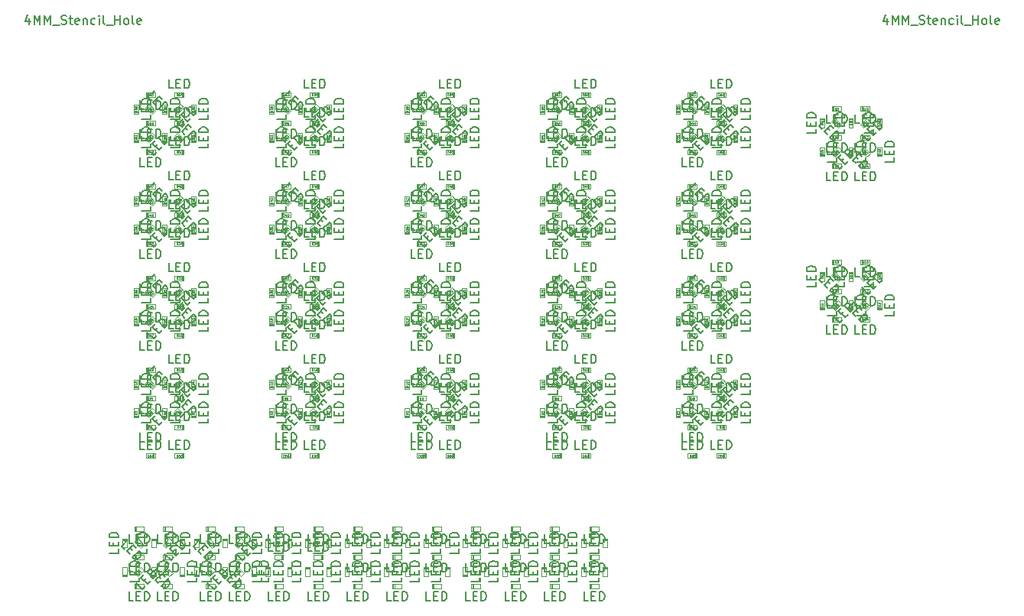
<source format=gbr>
G04 #@! TF.GenerationSoftware,KiCad,Pcbnew,(5.1.4)-1*
G04 #@! TF.CreationDate,2020-11-25T12:07:17-08:00*
G04 #@! TF.ProjectId,ufc_v4_displays_panel,7566635f-7634-45f6-9469-73706c617973,rev?*
G04 #@! TF.SameCoordinates,Original*
G04 #@! TF.FileFunction,Other,Fab,Top*
%FSLAX46Y46*%
G04 Gerber Fmt 4.6, Leading zero omitted, Abs format (unit mm)*
G04 Created by KiCad (PCBNEW (5.1.4)-1) date 2020-11-25 12:07:17*
%MOMM*%
%LPD*%
G04 APERTURE LIST*
%ADD10C,0.100000*%
%ADD11C,0.150000*%
%ADD12C,0.040000*%
G04 APERTURE END LIST*
D10*
X140874000Y-61911000D02*
X140374000Y-61911000D01*
X140874000Y-62011000D02*
X140374000Y-62011000D01*
X140874000Y-61111000D02*
X140874000Y-62111000D01*
X140374000Y-61111000D02*
X140874000Y-61111000D01*
X140374000Y-62111000D02*
X140374000Y-61111000D01*
X140874000Y-62111000D02*
X140374000Y-62111000D01*
X140374000Y-58136000D02*
X140874000Y-58136000D01*
X140374000Y-58036000D02*
X140874000Y-58036000D01*
X140374000Y-58936000D02*
X140374000Y-57936000D01*
X140874000Y-58936000D02*
X140374000Y-58936000D01*
X140874000Y-57936000D02*
X140874000Y-58936000D01*
X140374000Y-57936000D02*
X140874000Y-57936000D01*
X144049000Y-61911000D02*
X143549000Y-61911000D01*
X144049000Y-62011000D02*
X143549000Y-62011000D01*
X144049000Y-61111000D02*
X144049000Y-62111000D01*
X143549000Y-61111000D02*
X144049000Y-61111000D01*
X143549000Y-62111000D02*
X143549000Y-61111000D01*
X144049000Y-62111000D02*
X143549000Y-62111000D01*
X138536500Y-63448500D02*
X138536500Y-62948500D01*
X138536500Y-62948500D02*
X139536500Y-62948500D01*
X139536500Y-62948500D02*
X139536500Y-63448500D01*
X139536500Y-63448500D02*
X138536500Y-63448500D01*
X138636500Y-63448500D02*
X138636500Y-62948500D01*
X138736500Y-63448500D02*
X138736500Y-62948500D01*
X143549000Y-57936000D02*
X144049000Y-57936000D01*
X144049000Y-57936000D02*
X144049000Y-58936000D01*
X144049000Y-58936000D02*
X143549000Y-58936000D01*
X143549000Y-58936000D02*
X143549000Y-57936000D01*
X143549000Y-58036000D02*
X144049000Y-58036000D01*
X143549000Y-58136000D02*
X144049000Y-58136000D01*
X138536500Y-57098500D02*
X138536500Y-56598500D01*
X138536500Y-56598500D02*
X139536500Y-56598500D01*
X139536500Y-56598500D02*
X139536500Y-57098500D01*
X139536500Y-57098500D02*
X138536500Y-57098500D01*
X138636500Y-57098500D02*
X138636500Y-56598500D01*
X138736500Y-57098500D02*
X138736500Y-56598500D01*
X139001145Y-61999909D02*
X138647591Y-61646355D01*
X138930434Y-62070619D02*
X138576881Y-61717066D01*
X139566830Y-61434223D02*
X138859723Y-62141330D01*
X139213277Y-61080670D02*
X139566830Y-61434223D01*
X138506170Y-61787777D02*
X139213277Y-61080670D01*
X138859723Y-62141330D02*
X138506170Y-61787777D01*
X141911500Y-60273500D02*
X141911500Y-59773500D01*
X141811500Y-60273500D02*
X141811500Y-59773500D01*
X142711500Y-60273500D02*
X141711500Y-60273500D01*
X142711500Y-59773500D02*
X142711500Y-60273500D01*
X141711500Y-59773500D02*
X142711500Y-59773500D01*
X141711500Y-60273500D02*
X141711500Y-59773500D01*
X138536500Y-60273500D02*
X138536500Y-59773500D01*
X138536500Y-59773500D02*
X139536500Y-59773500D01*
X139536500Y-59773500D02*
X139536500Y-60273500D01*
X139536500Y-60273500D02*
X138536500Y-60273500D01*
X138636500Y-60273500D02*
X138636500Y-59773500D01*
X138736500Y-60273500D02*
X138736500Y-59773500D01*
X141911500Y-57098500D02*
X141911500Y-56598500D01*
X141811500Y-57098500D02*
X141811500Y-56598500D01*
X142711500Y-57098500D02*
X141711500Y-57098500D01*
X142711500Y-56598500D02*
X142711500Y-57098500D01*
X141711500Y-56598500D02*
X142711500Y-56598500D01*
X141711500Y-57098500D02*
X141711500Y-56598500D01*
X137199000Y-58136000D02*
X137699000Y-58136000D01*
X137199000Y-58036000D02*
X137699000Y-58036000D01*
X137199000Y-58936000D02*
X137199000Y-57936000D01*
X137699000Y-58936000D02*
X137199000Y-58936000D01*
X137699000Y-57936000D02*
X137699000Y-58936000D01*
X137199000Y-57936000D02*
X137699000Y-57936000D01*
X141681170Y-61434223D02*
X142034723Y-61080670D01*
X142034723Y-61080670D02*
X142741830Y-61787777D01*
X142741830Y-61787777D02*
X142388277Y-62141330D01*
X142388277Y-62141330D02*
X141681170Y-61434223D01*
X141751881Y-61504934D02*
X142105434Y-61151381D01*
X141822591Y-61575645D02*
X142176145Y-61222091D01*
X141911500Y-63448500D02*
X141911500Y-62948500D01*
X141811500Y-63448500D02*
X141811500Y-62948500D01*
X142711500Y-63448500D02*
X141711500Y-63448500D01*
X142711500Y-62948500D02*
X142711500Y-63448500D01*
X141711500Y-62948500D02*
X142711500Y-62948500D01*
X141711500Y-63448500D02*
X141711500Y-62948500D01*
X137699000Y-61911000D02*
X137199000Y-61911000D01*
X137699000Y-62011000D02*
X137199000Y-62011000D01*
X137699000Y-61111000D02*
X137699000Y-62111000D01*
X137199000Y-61111000D02*
X137699000Y-61111000D01*
X137199000Y-62111000D02*
X137199000Y-61111000D01*
X137699000Y-62111000D02*
X137199000Y-62111000D01*
X138647591Y-58400645D02*
X139001145Y-58047091D01*
X138576881Y-58329934D02*
X138930434Y-57976381D01*
X139213277Y-58966330D02*
X138506170Y-58259223D01*
X139566830Y-58612777D02*
X139213277Y-58966330D01*
X138859723Y-57905670D02*
X139566830Y-58612777D01*
X138506170Y-58259223D02*
X138859723Y-57905670D01*
X142034723Y-58966330D02*
X141681170Y-58612777D01*
X141681170Y-58612777D02*
X142388277Y-57905670D01*
X142388277Y-57905670D02*
X142741830Y-58259223D01*
X142741830Y-58259223D02*
X142034723Y-58966330D01*
X142105434Y-58895619D02*
X141751881Y-58542066D01*
X142176145Y-58824909D02*
X141822591Y-58471355D01*
X140874000Y-44911000D02*
X140374000Y-44911000D01*
X140874000Y-45011000D02*
X140374000Y-45011000D01*
X140874000Y-44111000D02*
X140874000Y-45111000D01*
X140374000Y-44111000D02*
X140874000Y-44111000D01*
X140374000Y-45111000D02*
X140374000Y-44111000D01*
X140874000Y-45111000D02*
X140374000Y-45111000D01*
X140374000Y-41136000D02*
X140874000Y-41136000D01*
X140374000Y-41036000D02*
X140874000Y-41036000D01*
X140374000Y-41936000D02*
X140374000Y-40936000D01*
X140874000Y-41936000D02*
X140374000Y-41936000D01*
X140874000Y-40936000D02*
X140874000Y-41936000D01*
X140374000Y-40936000D02*
X140874000Y-40936000D01*
X144049000Y-44911000D02*
X143549000Y-44911000D01*
X144049000Y-45011000D02*
X143549000Y-45011000D01*
X144049000Y-44111000D02*
X144049000Y-45111000D01*
X143549000Y-44111000D02*
X144049000Y-44111000D01*
X143549000Y-45111000D02*
X143549000Y-44111000D01*
X144049000Y-45111000D02*
X143549000Y-45111000D01*
X138536500Y-46448500D02*
X138536500Y-45948500D01*
X138536500Y-45948500D02*
X139536500Y-45948500D01*
X139536500Y-45948500D02*
X139536500Y-46448500D01*
X139536500Y-46448500D02*
X138536500Y-46448500D01*
X138636500Y-46448500D02*
X138636500Y-45948500D01*
X138736500Y-46448500D02*
X138736500Y-45948500D01*
X143549000Y-40936000D02*
X144049000Y-40936000D01*
X144049000Y-40936000D02*
X144049000Y-41936000D01*
X144049000Y-41936000D02*
X143549000Y-41936000D01*
X143549000Y-41936000D02*
X143549000Y-40936000D01*
X143549000Y-41036000D02*
X144049000Y-41036000D01*
X143549000Y-41136000D02*
X144049000Y-41136000D01*
X138536500Y-40098500D02*
X138536500Y-39598500D01*
X138536500Y-39598500D02*
X139536500Y-39598500D01*
X139536500Y-39598500D02*
X139536500Y-40098500D01*
X139536500Y-40098500D02*
X138536500Y-40098500D01*
X138636500Y-40098500D02*
X138636500Y-39598500D01*
X138736500Y-40098500D02*
X138736500Y-39598500D01*
X139001145Y-44999909D02*
X138647591Y-44646355D01*
X138930434Y-45070619D02*
X138576881Y-44717066D01*
X139566830Y-44434223D02*
X138859723Y-45141330D01*
X139213277Y-44080670D02*
X139566830Y-44434223D01*
X138506170Y-44787777D02*
X139213277Y-44080670D01*
X138859723Y-45141330D02*
X138506170Y-44787777D01*
X141911500Y-43273500D02*
X141911500Y-42773500D01*
X141811500Y-43273500D02*
X141811500Y-42773500D01*
X142711500Y-43273500D02*
X141711500Y-43273500D01*
X142711500Y-42773500D02*
X142711500Y-43273500D01*
X141711500Y-42773500D02*
X142711500Y-42773500D01*
X141711500Y-43273500D02*
X141711500Y-42773500D01*
X138536500Y-43273500D02*
X138536500Y-42773500D01*
X138536500Y-42773500D02*
X139536500Y-42773500D01*
X139536500Y-42773500D02*
X139536500Y-43273500D01*
X139536500Y-43273500D02*
X138536500Y-43273500D01*
X138636500Y-43273500D02*
X138636500Y-42773500D01*
X138736500Y-43273500D02*
X138736500Y-42773500D01*
X141911500Y-40098500D02*
X141911500Y-39598500D01*
X141811500Y-40098500D02*
X141811500Y-39598500D01*
X142711500Y-40098500D02*
X141711500Y-40098500D01*
X142711500Y-39598500D02*
X142711500Y-40098500D01*
X141711500Y-39598500D02*
X142711500Y-39598500D01*
X141711500Y-40098500D02*
X141711500Y-39598500D01*
X137199000Y-41136000D02*
X137699000Y-41136000D01*
X137199000Y-41036000D02*
X137699000Y-41036000D01*
X137199000Y-41936000D02*
X137199000Y-40936000D01*
X137699000Y-41936000D02*
X137199000Y-41936000D01*
X137699000Y-40936000D02*
X137699000Y-41936000D01*
X137199000Y-40936000D02*
X137699000Y-40936000D01*
X141681170Y-44434223D02*
X142034723Y-44080670D01*
X142034723Y-44080670D02*
X142741830Y-44787777D01*
X142741830Y-44787777D02*
X142388277Y-45141330D01*
X142388277Y-45141330D02*
X141681170Y-44434223D01*
X141751881Y-44504934D02*
X142105434Y-44151381D01*
X141822591Y-44575645D02*
X142176145Y-44222091D01*
X141911500Y-46448500D02*
X141911500Y-45948500D01*
X141811500Y-46448500D02*
X141811500Y-45948500D01*
X142711500Y-46448500D02*
X141711500Y-46448500D01*
X142711500Y-45948500D02*
X142711500Y-46448500D01*
X141711500Y-45948500D02*
X142711500Y-45948500D01*
X141711500Y-46448500D02*
X141711500Y-45948500D01*
X137699000Y-44911000D02*
X137199000Y-44911000D01*
X137699000Y-45011000D02*
X137199000Y-45011000D01*
X137699000Y-44111000D02*
X137699000Y-45111000D01*
X137199000Y-44111000D02*
X137699000Y-44111000D01*
X137199000Y-45111000D02*
X137199000Y-44111000D01*
X137699000Y-45111000D02*
X137199000Y-45111000D01*
X138647591Y-41400645D02*
X139001145Y-41047091D01*
X138576881Y-41329934D02*
X138930434Y-40976381D01*
X139213277Y-41966330D02*
X138506170Y-41259223D01*
X139566830Y-41612777D02*
X139213277Y-41966330D01*
X138859723Y-40905670D02*
X139566830Y-41612777D01*
X138506170Y-41259223D02*
X138859723Y-40905670D01*
X142034723Y-41966330D02*
X141681170Y-41612777D01*
X141681170Y-41612777D02*
X142388277Y-40905670D01*
X142388277Y-40905670D02*
X142741830Y-41259223D01*
X142741830Y-41259223D02*
X142034723Y-41966330D01*
X142105434Y-41895619D02*
X141751881Y-41542066D01*
X142176145Y-41824909D02*
X141822591Y-41471355D01*
X113156250Y-87454500D02*
X113656250Y-87454500D01*
X113656250Y-87454500D02*
X113656250Y-88454500D01*
X113656250Y-88454500D02*
X113156250Y-88454500D01*
X113156250Y-88454500D02*
X113156250Y-87454500D01*
X113156250Y-87554500D02*
X113656250Y-87554500D01*
X113156250Y-87654500D02*
X113656250Y-87654500D01*
X107350000Y-86617000D02*
X107350000Y-86117000D01*
X107350000Y-86117000D02*
X108350000Y-86117000D01*
X108350000Y-86117000D02*
X108350000Y-86617000D01*
X108350000Y-86617000D02*
X107350000Y-86617000D01*
X107450000Y-86617000D02*
X107450000Y-86117000D01*
X107550000Y-86617000D02*
X107550000Y-86117000D01*
X111715625Y-92967000D02*
X111715625Y-92467000D01*
X111715625Y-92467000D02*
X112715625Y-92467000D01*
X112715625Y-92467000D02*
X112715625Y-92967000D01*
X112715625Y-92967000D02*
X111715625Y-92967000D01*
X111815625Y-92967000D02*
X111815625Y-92467000D01*
X111915625Y-92967000D02*
X111915625Y-92467000D01*
X104425000Y-90829500D02*
X104925000Y-90829500D01*
X104425000Y-90729500D02*
X104925000Y-90729500D01*
X104425000Y-91629500D02*
X104425000Y-90629500D01*
X104925000Y-91629500D02*
X104425000Y-91629500D01*
X104925000Y-90629500D02*
X104925000Y-91629500D01*
X104425000Y-90629500D02*
X104925000Y-90629500D01*
X108790625Y-90629500D02*
X109290625Y-90629500D01*
X109290625Y-90629500D02*
X109290625Y-91629500D01*
X109290625Y-91629500D02*
X108790625Y-91629500D01*
X108790625Y-91629500D02*
X108790625Y-90629500D01*
X108790625Y-90729500D02*
X109290625Y-90729500D01*
X108790625Y-90829500D02*
X109290625Y-90829500D01*
X102043750Y-87454500D02*
X102543750Y-87454500D01*
X102543750Y-87454500D02*
X102543750Y-88454500D01*
X102543750Y-88454500D02*
X102043750Y-88454500D01*
X102043750Y-88454500D02*
X102043750Y-87454500D01*
X102043750Y-87554500D02*
X102543750Y-87554500D01*
X102043750Y-87654500D02*
X102543750Y-87654500D01*
X108790625Y-87654500D02*
X109290625Y-87654500D01*
X108790625Y-87554500D02*
X109290625Y-87554500D01*
X108790625Y-88454500D02*
X108790625Y-87454500D01*
X109290625Y-88454500D02*
X108790625Y-88454500D01*
X109290625Y-87454500D02*
X109290625Y-88454500D01*
X108790625Y-87454500D02*
X109290625Y-87454500D01*
X113156250Y-90829500D02*
X113656250Y-90829500D01*
X113156250Y-90729500D02*
X113656250Y-90729500D01*
X113156250Y-91629500D02*
X113156250Y-90629500D01*
X113656250Y-91629500D02*
X113156250Y-91629500D01*
X113656250Y-90629500D02*
X113656250Y-91629500D01*
X113156250Y-90629500D02*
X113656250Y-90629500D01*
X102043750Y-90829500D02*
X102543750Y-90829500D01*
X102043750Y-90729500D02*
X102543750Y-90729500D01*
X102043750Y-91629500D02*
X102043750Y-90629500D01*
X102543750Y-91629500D02*
X102043750Y-91629500D01*
X102543750Y-90629500D02*
X102543750Y-91629500D01*
X102043750Y-90629500D02*
X102543750Y-90629500D01*
X111915625Y-89792000D02*
X111915625Y-89292000D01*
X111815625Y-89792000D02*
X111815625Y-89292000D01*
X112715625Y-89792000D02*
X111715625Y-89792000D01*
X112715625Y-89292000D02*
X112715625Y-89792000D01*
X111715625Y-89292000D02*
X112715625Y-89292000D01*
X111715625Y-89792000D02*
X111715625Y-89292000D01*
X110775000Y-90829500D02*
X111275000Y-90829500D01*
X110775000Y-90729500D02*
X111275000Y-90729500D01*
X110775000Y-91629500D02*
X110775000Y-90629500D01*
X111275000Y-91629500D02*
X110775000Y-91629500D01*
X111275000Y-90629500D02*
X111275000Y-91629500D01*
X110775000Y-90629500D02*
X111275000Y-90629500D01*
X106409375Y-90629500D02*
X106909375Y-90629500D01*
X106909375Y-90629500D02*
X106909375Y-91629500D01*
X106909375Y-91629500D02*
X106409375Y-91629500D01*
X106409375Y-91629500D02*
X106409375Y-90629500D01*
X106409375Y-90729500D02*
X106909375Y-90729500D01*
X106409375Y-90829500D02*
X106909375Y-90829500D01*
X107350000Y-89792000D02*
X107350000Y-89292000D01*
X107350000Y-89292000D02*
X108350000Y-89292000D01*
X108350000Y-89292000D02*
X108350000Y-89792000D01*
X108350000Y-89792000D02*
X107350000Y-89792000D01*
X107450000Y-89792000D02*
X107450000Y-89292000D01*
X107550000Y-89792000D02*
X107550000Y-89292000D01*
X106409375Y-87654500D02*
X106909375Y-87654500D01*
X106409375Y-87554500D02*
X106909375Y-87554500D01*
X106409375Y-88454500D02*
X106409375Y-87454500D01*
X106909375Y-88454500D02*
X106409375Y-88454500D01*
X106909375Y-87454500D02*
X106909375Y-88454500D01*
X106409375Y-87454500D02*
X106909375Y-87454500D01*
X102984375Y-92967000D02*
X102984375Y-92467000D01*
X102984375Y-92467000D02*
X103984375Y-92467000D01*
X103984375Y-92467000D02*
X103984375Y-92967000D01*
X103984375Y-92967000D02*
X102984375Y-92967000D01*
X103084375Y-92967000D02*
X103084375Y-92467000D01*
X103184375Y-92967000D02*
X103184375Y-92467000D01*
X103184375Y-89792000D02*
X103184375Y-89292000D01*
X103084375Y-89792000D02*
X103084375Y-89292000D01*
X103984375Y-89792000D02*
X102984375Y-89792000D01*
X103984375Y-89292000D02*
X103984375Y-89792000D01*
X102984375Y-89292000D02*
X103984375Y-89292000D01*
X102984375Y-89792000D02*
X102984375Y-89292000D01*
X111915625Y-86617000D02*
X111915625Y-86117000D01*
X111815625Y-86617000D02*
X111815625Y-86117000D01*
X112715625Y-86617000D02*
X111715625Y-86617000D01*
X112715625Y-86117000D02*
X112715625Y-86617000D01*
X111715625Y-86117000D02*
X112715625Y-86117000D01*
X111715625Y-86617000D02*
X111715625Y-86117000D01*
X110775000Y-87454500D02*
X111275000Y-87454500D01*
X111275000Y-87454500D02*
X111275000Y-88454500D01*
X111275000Y-88454500D02*
X110775000Y-88454500D01*
X110775000Y-88454500D02*
X110775000Y-87454500D01*
X110775000Y-87554500D02*
X111275000Y-87554500D01*
X110775000Y-87654500D02*
X111275000Y-87654500D01*
X107550000Y-92967000D02*
X107550000Y-92467000D01*
X107450000Y-92967000D02*
X107450000Y-92467000D01*
X108350000Y-92967000D02*
X107350000Y-92967000D01*
X108350000Y-92467000D02*
X108350000Y-92967000D01*
X107350000Y-92467000D02*
X108350000Y-92467000D01*
X107350000Y-92967000D02*
X107350000Y-92467000D01*
X104425000Y-87454500D02*
X104925000Y-87454500D01*
X104925000Y-87454500D02*
X104925000Y-88454500D01*
X104925000Y-88454500D02*
X104425000Y-88454500D01*
X104425000Y-88454500D02*
X104425000Y-87454500D01*
X104425000Y-87554500D02*
X104925000Y-87554500D01*
X104425000Y-87654500D02*
X104925000Y-87654500D01*
X94253125Y-89792000D02*
X94253125Y-89292000D01*
X94253125Y-89292000D02*
X95253125Y-89292000D01*
X95253125Y-89292000D02*
X95253125Y-89792000D01*
X95253125Y-89792000D02*
X94253125Y-89792000D01*
X94353125Y-89792000D02*
X94353125Y-89292000D01*
X94453125Y-89792000D02*
X94453125Y-89292000D01*
X103184375Y-86617000D02*
X103184375Y-86117000D01*
X103084375Y-86617000D02*
X103084375Y-86117000D01*
X103984375Y-86617000D02*
X102984375Y-86617000D01*
X103984375Y-86117000D02*
X103984375Y-86617000D01*
X102984375Y-86117000D02*
X103984375Y-86117000D01*
X102984375Y-86617000D02*
X102984375Y-86117000D01*
X98618750Y-89792000D02*
X98618750Y-89292000D01*
X98618750Y-89292000D02*
X99618750Y-89292000D01*
X99618750Y-89292000D02*
X99618750Y-89792000D01*
X99618750Y-89792000D02*
X98618750Y-89792000D01*
X98718750Y-89792000D02*
X98718750Y-89292000D01*
X98818750Y-89792000D02*
X98818750Y-89292000D01*
X97678125Y-87654500D02*
X98178125Y-87654500D01*
X97678125Y-87554500D02*
X98178125Y-87554500D01*
X97678125Y-88454500D02*
X97678125Y-87454500D01*
X98178125Y-88454500D02*
X97678125Y-88454500D01*
X98178125Y-87454500D02*
X98178125Y-88454500D01*
X97678125Y-87454500D02*
X98178125Y-87454500D01*
X98178125Y-91429500D02*
X97678125Y-91429500D01*
X98178125Y-91529500D02*
X97678125Y-91529500D01*
X98178125Y-90629500D02*
X98178125Y-91629500D01*
X97678125Y-90629500D02*
X98178125Y-90629500D01*
X97678125Y-91629500D02*
X97678125Y-90629500D01*
X98178125Y-91629500D02*
X97678125Y-91629500D01*
X98618750Y-92967000D02*
X98618750Y-92467000D01*
X98618750Y-92467000D02*
X99618750Y-92467000D01*
X99618750Y-92467000D02*
X99618750Y-92967000D01*
X99618750Y-92967000D02*
X98618750Y-92967000D01*
X98718750Y-92967000D02*
X98718750Y-92467000D01*
X98818750Y-92967000D02*
X98818750Y-92467000D01*
X100059375Y-90829500D02*
X100559375Y-90829500D01*
X100059375Y-90729500D02*
X100559375Y-90729500D01*
X100059375Y-91629500D02*
X100059375Y-90629500D01*
X100559375Y-91629500D02*
X100059375Y-91629500D01*
X100559375Y-90629500D02*
X100559375Y-91629500D01*
X100059375Y-90629500D02*
X100559375Y-90629500D01*
X100059375Y-87454500D02*
X100559375Y-87454500D01*
X100559375Y-87454500D02*
X100559375Y-88454500D01*
X100559375Y-88454500D02*
X100059375Y-88454500D01*
X100059375Y-88454500D02*
X100059375Y-87454500D01*
X100059375Y-87554500D02*
X100559375Y-87554500D01*
X100059375Y-87654500D02*
X100559375Y-87654500D01*
X98818750Y-86617000D02*
X98818750Y-86117000D01*
X98718750Y-86617000D02*
X98718750Y-86117000D01*
X99618750Y-86617000D02*
X98618750Y-86617000D01*
X99618750Y-86117000D02*
X99618750Y-86617000D01*
X98618750Y-86117000D02*
X99618750Y-86117000D01*
X98618750Y-86617000D02*
X98618750Y-86117000D01*
X93312500Y-87654500D02*
X93812500Y-87654500D01*
X93312500Y-87554500D02*
X93812500Y-87554500D01*
X93312500Y-88454500D02*
X93312500Y-87454500D01*
X93812500Y-88454500D02*
X93312500Y-88454500D01*
X93812500Y-87454500D02*
X93812500Y-88454500D01*
X93312500Y-87454500D02*
X93812500Y-87454500D01*
X95693750Y-87654500D02*
X96193750Y-87654500D01*
X95693750Y-87554500D02*
X96193750Y-87554500D01*
X95693750Y-88454500D02*
X95693750Y-87454500D01*
X96193750Y-88454500D02*
X95693750Y-88454500D01*
X96193750Y-87454500D02*
X96193750Y-88454500D01*
X95693750Y-87454500D02*
X96193750Y-87454500D01*
X94253125Y-86617000D02*
X94253125Y-86117000D01*
X94253125Y-86117000D02*
X95253125Y-86117000D01*
X95253125Y-86117000D02*
X95253125Y-86617000D01*
X95253125Y-86617000D02*
X94253125Y-86617000D01*
X94353125Y-86617000D02*
X94353125Y-86117000D01*
X94453125Y-86617000D02*
X94453125Y-86117000D01*
X94453125Y-92967000D02*
X94453125Y-92467000D01*
X94353125Y-92967000D02*
X94353125Y-92467000D01*
X95253125Y-92967000D02*
X94253125Y-92967000D01*
X95253125Y-92467000D02*
X95253125Y-92967000D01*
X94253125Y-92467000D02*
X95253125Y-92467000D01*
X94253125Y-92967000D02*
X94253125Y-92467000D01*
X88946875Y-87454500D02*
X89446875Y-87454500D01*
X89446875Y-87454500D02*
X89446875Y-88454500D01*
X89446875Y-88454500D02*
X88946875Y-88454500D01*
X88946875Y-88454500D02*
X88946875Y-87454500D01*
X88946875Y-87554500D02*
X89446875Y-87554500D01*
X88946875Y-87654500D02*
X89446875Y-87654500D01*
X91328125Y-87454500D02*
X91828125Y-87454500D01*
X91828125Y-87454500D02*
X91828125Y-88454500D01*
X91828125Y-88454500D02*
X91328125Y-88454500D01*
X91328125Y-88454500D02*
X91328125Y-87454500D01*
X91328125Y-87554500D02*
X91828125Y-87554500D01*
X91328125Y-87654500D02*
X91828125Y-87654500D01*
X95693750Y-90629500D02*
X96193750Y-90629500D01*
X96193750Y-90629500D02*
X96193750Y-91629500D01*
X96193750Y-91629500D02*
X95693750Y-91629500D01*
X95693750Y-91629500D02*
X95693750Y-90629500D01*
X95693750Y-90729500D02*
X96193750Y-90729500D01*
X95693750Y-90829500D02*
X96193750Y-90829500D01*
X90087500Y-89792000D02*
X90087500Y-89292000D01*
X89987500Y-89792000D02*
X89987500Y-89292000D01*
X90887500Y-89792000D02*
X89887500Y-89792000D01*
X90887500Y-89292000D02*
X90887500Y-89792000D01*
X89887500Y-89292000D02*
X90887500Y-89292000D01*
X89887500Y-89792000D02*
X89887500Y-89292000D01*
X91328125Y-90829500D02*
X91828125Y-90829500D01*
X91328125Y-90729500D02*
X91828125Y-90729500D01*
X91328125Y-91629500D02*
X91328125Y-90629500D01*
X91828125Y-91629500D02*
X91328125Y-91629500D01*
X91828125Y-90629500D02*
X91828125Y-91629500D01*
X91328125Y-90629500D02*
X91828125Y-90629500D01*
X88946875Y-90829500D02*
X89446875Y-90829500D01*
X88946875Y-90729500D02*
X89446875Y-90729500D01*
X88946875Y-91629500D02*
X88946875Y-90629500D01*
X89446875Y-91629500D02*
X88946875Y-91629500D01*
X89446875Y-90629500D02*
X89446875Y-91629500D01*
X88946875Y-90629500D02*
X89446875Y-90629500D01*
X89887500Y-92967000D02*
X89887500Y-92467000D01*
X89887500Y-92467000D02*
X90887500Y-92467000D01*
X90887500Y-92467000D02*
X90887500Y-92967000D01*
X90887500Y-92967000D02*
X89887500Y-92967000D01*
X89987500Y-92967000D02*
X89987500Y-92467000D01*
X90087500Y-92967000D02*
X90087500Y-92467000D01*
X85521875Y-89792000D02*
X85521875Y-89292000D01*
X85521875Y-89292000D02*
X86521875Y-89292000D01*
X86521875Y-89292000D02*
X86521875Y-89792000D01*
X86521875Y-89792000D02*
X85521875Y-89792000D01*
X85621875Y-89792000D02*
X85621875Y-89292000D01*
X85721875Y-89792000D02*
X85721875Y-89292000D01*
X84581250Y-90629500D02*
X85081250Y-90629500D01*
X85081250Y-90629500D02*
X85081250Y-91629500D01*
X85081250Y-91629500D02*
X84581250Y-91629500D01*
X84581250Y-91629500D02*
X84581250Y-90629500D01*
X84581250Y-90729500D02*
X85081250Y-90729500D01*
X84581250Y-90829500D02*
X85081250Y-90829500D01*
X85721875Y-92967000D02*
X85721875Y-92467000D01*
X85621875Y-92967000D02*
X85621875Y-92467000D01*
X86521875Y-92967000D02*
X85521875Y-92967000D01*
X86521875Y-92467000D02*
X86521875Y-92967000D01*
X85521875Y-92467000D02*
X86521875Y-92467000D01*
X85521875Y-92967000D02*
X85521875Y-92467000D01*
X86962500Y-87654500D02*
X87462500Y-87654500D01*
X86962500Y-87554500D02*
X87462500Y-87554500D01*
X86962500Y-88454500D02*
X86962500Y-87454500D01*
X87462500Y-88454500D02*
X86962500Y-88454500D01*
X87462500Y-87454500D02*
X87462500Y-88454500D01*
X86962500Y-87454500D02*
X87462500Y-87454500D01*
X81956250Y-89292000D02*
X81956250Y-89792000D01*
X82056250Y-89292000D02*
X82056250Y-89792000D01*
X81156250Y-89292000D02*
X82156250Y-89292000D01*
X81156250Y-89792000D02*
X81156250Y-89292000D01*
X82156250Y-89792000D02*
X81156250Y-89792000D01*
X82156250Y-89292000D02*
X82156250Y-89792000D01*
X80215625Y-90829500D02*
X80715625Y-90829500D01*
X80215625Y-90729500D02*
X80715625Y-90729500D01*
X80215625Y-91629500D02*
X80215625Y-90629500D01*
X80715625Y-91629500D02*
X80215625Y-91629500D01*
X80715625Y-90629500D02*
X80715625Y-91629500D01*
X80215625Y-90629500D02*
X80715625Y-90629500D01*
X81156250Y-92967000D02*
X81156250Y-92467000D01*
X81156250Y-92467000D02*
X82156250Y-92467000D01*
X82156250Y-92467000D02*
X82156250Y-92967000D01*
X82156250Y-92967000D02*
X81156250Y-92967000D01*
X81256250Y-92967000D02*
X81256250Y-92467000D01*
X81356250Y-92967000D02*
X81356250Y-92467000D01*
X82596875Y-90829500D02*
X83096875Y-90829500D01*
X82596875Y-90729500D02*
X83096875Y-90729500D01*
X82596875Y-91629500D02*
X82596875Y-90629500D01*
X83096875Y-91629500D02*
X82596875Y-91629500D01*
X83096875Y-90629500D02*
X83096875Y-91629500D01*
X82596875Y-90629500D02*
X83096875Y-90629500D01*
X64701500Y-92966500D02*
X64701500Y-92466500D01*
X64601500Y-92966500D02*
X64601500Y-92466500D01*
X65501500Y-92966500D02*
X64501500Y-92966500D01*
X65501500Y-92466500D02*
X65501500Y-92966500D01*
X64501500Y-92466500D02*
X65501500Y-92466500D01*
X64501500Y-92966500D02*
X64501500Y-92466500D01*
X82596875Y-87454500D02*
X83096875Y-87454500D01*
X83096875Y-87454500D02*
X83096875Y-88454500D01*
X83096875Y-88454500D02*
X82596875Y-88454500D01*
X82596875Y-88454500D02*
X82596875Y-87454500D01*
X82596875Y-87554500D02*
X83096875Y-87554500D01*
X82596875Y-87654500D02*
X83096875Y-87654500D01*
X81356250Y-86617000D02*
X81356250Y-86117000D01*
X81256250Y-86617000D02*
X81256250Y-86117000D01*
X82156250Y-86617000D02*
X81156250Y-86617000D01*
X82156250Y-86117000D02*
X82156250Y-86617000D01*
X81156250Y-86117000D02*
X82156250Y-86117000D01*
X81156250Y-86617000D02*
X81156250Y-86117000D01*
X64824723Y-88484330D02*
X64471170Y-88130777D01*
X64471170Y-88130777D02*
X65178277Y-87423670D01*
X65178277Y-87423670D02*
X65531830Y-87777223D01*
X65531830Y-87777223D02*
X64824723Y-88484330D01*
X64895434Y-88413619D02*
X64541881Y-88060066D01*
X64966145Y-88342909D02*
X64612591Y-87989355D01*
X77790625Y-89292000D02*
X77790625Y-89792000D01*
X77790625Y-89792000D02*
X76790625Y-89792000D01*
X76790625Y-89792000D02*
X76790625Y-89292000D01*
X76790625Y-89292000D02*
X77790625Y-89292000D01*
X77690625Y-89292000D02*
X77690625Y-89792000D01*
X77590625Y-89292000D02*
X77590625Y-89792000D01*
X75850000Y-90629500D02*
X76350000Y-90629500D01*
X76350000Y-90629500D02*
X76350000Y-91629500D01*
X76350000Y-91629500D02*
X75850000Y-91629500D01*
X75850000Y-91629500D02*
X75850000Y-90629500D01*
X75850000Y-90729500D02*
X76350000Y-90729500D01*
X75850000Y-90829500D02*
X76350000Y-90829500D01*
X69250000Y-89792000D02*
X69250000Y-89292000D01*
X69250000Y-89292000D02*
X70250000Y-89292000D01*
X70250000Y-89292000D02*
X70250000Y-89792000D01*
X70250000Y-89792000D02*
X69250000Y-89792000D01*
X69350000Y-89792000D02*
X69350000Y-89292000D01*
X69450000Y-89792000D02*
X69450000Y-89292000D01*
X76990625Y-92967000D02*
X76990625Y-92467000D01*
X76890625Y-92967000D02*
X76890625Y-92467000D01*
X77790625Y-92967000D02*
X76790625Y-92967000D01*
X77790625Y-92467000D02*
X77790625Y-92967000D01*
X76790625Y-92467000D02*
X77790625Y-92467000D01*
X76790625Y-92967000D02*
X76790625Y-92467000D01*
X78231250Y-90629500D02*
X78731250Y-90629500D01*
X78731250Y-90629500D02*
X78731250Y-91629500D01*
X78731250Y-91629500D02*
X78231250Y-91629500D01*
X78231250Y-91629500D02*
X78231250Y-90629500D01*
X78231250Y-90729500D02*
X78731250Y-90729500D01*
X78231250Y-90829500D02*
X78731250Y-90829500D01*
X76790625Y-86617000D02*
X76790625Y-86117000D01*
X76790625Y-86117000D02*
X77790625Y-86117000D01*
X77790625Y-86117000D02*
X77790625Y-86617000D01*
X77790625Y-86617000D02*
X76790625Y-86617000D01*
X76890625Y-86617000D02*
X76890625Y-86117000D01*
X76990625Y-86617000D02*
X76990625Y-86117000D01*
X61326500Y-86616500D02*
X61326500Y-86116500D01*
X61326500Y-86116500D02*
X62326500Y-86116500D01*
X62326500Y-86116500D02*
X62326500Y-86616500D01*
X62326500Y-86616500D02*
X61326500Y-86616500D01*
X61426500Y-86616500D02*
X61426500Y-86116500D01*
X61526500Y-86616500D02*
X61526500Y-86116500D01*
X66839000Y-91429000D02*
X66339000Y-91429000D01*
X66839000Y-91529000D02*
X66339000Y-91529000D01*
X66839000Y-90629000D02*
X66839000Y-91629000D01*
X66339000Y-90629000D02*
X66839000Y-90629000D01*
X66339000Y-91629000D02*
X66339000Y-90629000D01*
X66839000Y-91629000D02*
X66339000Y-91629000D01*
X64701500Y-86616500D02*
X64701500Y-86116500D01*
X64601500Y-86616500D02*
X64601500Y-86116500D01*
X65501500Y-86616500D02*
X64501500Y-86616500D01*
X65501500Y-86116500D02*
X65501500Y-86616500D01*
X64501500Y-86116500D02*
X65501500Y-86116500D01*
X64501500Y-86616500D02*
X64501500Y-86116500D01*
X69361091Y-87919145D02*
X69714645Y-87565591D01*
X69290381Y-87848434D02*
X69643934Y-87494881D01*
X69926777Y-88484830D02*
X69219670Y-87777723D01*
X70280330Y-88131277D02*
X69926777Y-88484830D01*
X69573223Y-87424170D02*
X70280330Y-88131277D01*
X69219670Y-87777723D02*
X69573223Y-87424170D01*
X60489000Y-91429000D02*
X59989000Y-91429000D01*
X60489000Y-91529000D02*
X59989000Y-91529000D01*
X60489000Y-90629000D02*
X60489000Y-91629000D01*
X59989000Y-90629000D02*
X60489000Y-90629000D01*
X59989000Y-91629000D02*
X59989000Y-90629000D01*
X60489000Y-91629000D02*
X59989000Y-91629000D01*
X61326500Y-92966500D02*
X61326500Y-92466500D01*
X61326500Y-92466500D02*
X62326500Y-92466500D01*
X62326500Y-92466500D02*
X62326500Y-92966500D01*
X62326500Y-92966500D02*
X61326500Y-92966500D01*
X61426500Y-92966500D02*
X61426500Y-92466500D01*
X61526500Y-92966500D02*
X61526500Y-92466500D01*
X63664000Y-91429000D02*
X63164000Y-91429000D01*
X63664000Y-91529000D02*
X63164000Y-91529000D01*
X63664000Y-90629000D02*
X63664000Y-91629000D01*
X63164000Y-90629000D02*
X63664000Y-90629000D01*
X63164000Y-91629000D02*
X63164000Y-90629000D01*
X63664000Y-91629000D02*
X63164000Y-91629000D01*
X93312500Y-90629500D02*
X93812500Y-90629500D01*
X93812500Y-90629500D02*
X93812500Y-91629500D01*
X93812500Y-91629500D02*
X93312500Y-91629500D01*
X93312500Y-91629500D02*
X93312500Y-90629500D01*
X93312500Y-90729500D02*
X93812500Y-90729500D01*
X93312500Y-90829500D02*
X93812500Y-90829500D01*
X68412500Y-91629500D02*
X67912500Y-91629500D01*
X67912500Y-91629500D02*
X67912500Y-90629500D01*
X67912500Y-90629500D02*
X68412500Y-90629500D01*
X68412500Y-90629500D02*
X68412500Y-91629500D01*
X68412500Y-91529500D02*
X67912500Y-91529500D01*
X68412500Y-91429500D02*
X67912500Y-91429500D01*
X69450000Y-86617000D02*
X69450000Y-86117000D01*
X69350000Y-86617000D02*
X69350000Y-86117000D01*
X70250000Y-86617000D02*
X69250000Y-86617000D01*
X70250000Y-86117000D02*
X70250000Y-86617000D01*
X69250000Y-86117000D02*
X70250000Y-86117000D01*
X69250000Y-86617000D02*
X69250000Y-86117000D01*
X61326500Y-89791500D02*
X61326500Y-89291500D01*
X61326500Y-89291500D02*
X62326500Y-89291500D01*
X62326500Y-89291500D02*
X62326500Y-89791500D01*
X62326500Y-89791500D02*
X61326500Y-89791500D01*
X61426500Y-89791500D02*
X61426500Y-89291500D01*
X61526500Y-89791500D02*
X61526500Y-89291500D01*
X86962500Y-90629500D02*
X87462500Y-90629500D01*
X87462500Y-90629500D02*
X87462500Y-91629500D01*
X87462500Y-91629500D02*
X86962500Y-91629500D01*
X86962500Y-91629500D02*
X86962500Y-90629500D01*
X86962500Y-90729500D02*
X87462500Y-90729500D01*
X86962500Y-90829500D02*
X87462500Y-90829500D01*
X66339000Y-87454000D02*
X66839000Y-87454000D01*
X66839000Y-87454000D02*
X66839000Y-88454000D01*
X66839000Y-88454000D02*
X66339000Y-88454000D01*
X66339000Y-88454000D02*
X66339000Y-87454000D01*
X66339000Y-87554000D02*
X66839000Y-87554000D01*
X66339000Y-87654000D02*
X66839000Y-87654000D01*
X75850000Y-87654500D02*
X76350000Y-87654500D01*
X75850000Y-87554500D02*
X76350000Y-87554500D01*
X75850000Y-88454500D02*
X75850000Y-87454500D01*
X76350000Y-88454500D02*
X75850000Y-88454500D01*
X76350000Y-87454500D02*
X76350000Y-88454500D01*
X75850000Y-87454500D02*
X76350000Y-87454500D01*
X64701500Y-89791500D02*
X64701500Y-89291500D01*
X64601500Y-89791500D02*
X64601500Y-89291500D01*
X65501500Y-89791500D02*
X64501500Y-89791500D01*
X65501500Y-89291500D02*
X65501500Y-89791500D01*
X64501500Y-89291500D02*
X65501500Y-89291500D01*
X64501500Y-89791500D02*
X64501500Y-89291500D01*
X78231250Y-87654500D02*
X78731250Y-87654500D01*
X78231250Y-87554500D02*
X78731250Y-87554500D01*
X78231250Y-88454500D02*
X78231250Y-87454500D01*
X78731250Y-88454500D02*
X78231250Y-88454500D01*
X78731250Y-87454500D02*
X78731250Y-88454500D01*
X78231250Y-87454500D02*
X78731250Y-87454500D01*
X63164000Y-87654000D02*
X63664000Y-87654000D01*
X63164000Y-87554000D02*
X63664000Y-87554000D01*
X63164000Y-88454000D02*
X63164000Y-87454000D01*
X63664000Y-88454000D02*
X63164000Y-88454000D01*
X63664000Y-87454000D02*
X63664000Y-88454000D01*
X63164000Y-87454000D02*
X63664000Y-87454000D01*
X90087500Y-86617000D02*
X90087500Y-86117000D01*
X89987500Y-86617000D02*
X89987500Y-86117000D01*
X90887500Y-86617000D02*
X89887500Y-86617000D01*
X90887500Y-86117000D02*
X90887500Y-86617000D01*
X89887500Y-86117000D02*
X90887500Y-86117000D01*
X89887500Y-86617000D02*
X89887500Y-86117000D01*
X84581250Y-87654500D02*
X85081250Y-87654500D01*
X84581250Y-87554500D02*
X85081250Y-87554500D01*
X84581250Y-88454500D02*
X84581250Y-87454500D01*
X85081250Y-88454500D02*
X84581250Y-88454500D01*
X85081250Y-87454500D02*
X85081250Y-88454500D01*
X84581250Y-87454500D02*
X85081250Y-87454500D01*
X61791145Y-91517909D02*
X61437591Y-91164355D01*
X61720434Y-91588619D02*
X61366881Y-91235066D01*
X62356830Y-90952223D02*
X61649723Y-91659330D01*
X62003277Y-90598670D02*
X62356830Y-90952223D01*
X61296170Y-91305777D02*
X62003277Y-90598670D01*
X61649723Y-91659330D02*
X61296170Y-91305777D01*
X61437591Y-87918645D02*
X61791145Y-87565091D01*
X61366881Y-87847934D02*
X61720434Y-87494381D01*
X62003277Y-88484330D02*
X61296170Y-87777223D01*
X62356830Y-88130777D02*
X62003277Y-88484330D01*
X61649723Y-87423670D02*
X62356830Y-88130777D01*
X61296170Y-87777223D02*
X61649723Y-87423670D01*
X85521875Y-86617000D02*
X85521875Y-86117000D01*
X85521875Y-86117000D02*
X86521875Y-86117000D01*
X86521875Y-86117000D02*
X86521875Y-86617000D01*
X86521875Y-86617000D02*
X85521875Y-86617000D01*
X85621875Y-86617000D02*
X85621875Y-86117000D01*
X85721875Y-86617000D02*
X85721875Y-86117000D01*
X80215625Y-87454500D02*
X80715625Y-87454500D01*
X80715625Y-87454500D02*
X80715625Y-88454500D01*
X80715625Y-88454500D02*
X80215625Y-88454500D01*
X80215625Y-88454500D02*
X80215625Y-87454500D01*
X80215625Y-87554500D02*
X80715625Y-87554500D01*
X80215625Y-87654500D02*
X80715625Y-87654500D01*
X59989000Y-87654000D02*
X60489000Y-87654000D01*
X59989000Y-87554000D02*
X60489000Y-87554000D01*
X59989000Y-88454000D02*
X59989000Y-87454000D01*
X60489000Y-88454000D02*
X59989000Y-88454000D01*
X60489000Y-87454000D02*
X60489000Y-88454000D01*
X59989000Y-87454000D02*
X60489000Y-87454000D01*
X64471170Y-90952223D02*
X64824723Y-90598670D01*
X64824723Y-90598670D02*
X65531830Y-91305777D01*
X65531830Y-91305777D02*
X65178277Y-91659330D01*
X65178277Y-91659330D02*
X64471170Y-90952223D01*
X64541881Y-91022934D02*
X64895434Y-90669381D01*
X64612591Y-91093645D02*
X64966145Y-90740091D01*
X71087500Y-87654500D02*
X71587500Y-87654500D01*
X71087500Y-87554500D02*
X71587500Y-87554500D01*
X71087500Y-88454500D02*
X71087500Y-87454500D01*
X71587500Y-88454500D02*
X71087500Y-88454500D01*
X71587500Y-87454500D02*
X71587500Y-88454500D01*
X71087500Y-87454500D02*
X71587500Y-87454500D01*
X67912500Y-87654500D02*
X68412500Y-87654500D01*
X67912500Y-87554500D02*
X68412500Y-87554500D01*
X67912500Y-88454500D02*
X67912500Y-87454500D01*
X68412500Y-88454500D02*
X67912500Y-88454500D01*
X68412500Y-87454500D02*
X68412500Y-88454500D01*
X67912500Y-87454500D02*
X68412500Y-87454500D01*
X74762500Y-91429500D02*
X74262500Y-91429500D01*
X74762500Y-91529500D02*
X74262500Y-91529500D01*
X74762500Y-90629500D02*
X74762500Y-91629500D01*
X74262500Y-90629500D02*
X74762500Y-90629500D01*
X74262500Y-91629500D02*
X74262500Y-90629500D01*
X74762500Y-91629500D02*
X74262500Y-91629500D01*
X72394670Y-90952723D02*
X72748223Y-90599170D01*
X72748223Y-90599170D02*
X73455330Y-91306277D01*
X73455330Y-91306277D02*
X73101777Y-91659830D01*
X73101777Y-91659830D02*
X72394670Y-90952723D01*
X72465381Y-91023434D02*
X72818934Y-90669881D01*
X72536091Y-91094145D02*
X72889645Y-90740591D01*
X69250000Y-92967000D02*
X69250000Y-92467000D01*
X69250000Y-92467000D02*
X70250000Y-92467000D01*
X70250000Y-92467000D02*
X70250000Y-92967000D01*
X70250000Y-92967000D02*
X69250000Y-92967000D01*
X69350000Y-92967000D02*
X69350000Y-92467000D01*
X69450000Y-92967000D02*
X69450000Y-92467000D01*
X72625000Y-86617000D02*
X72625000Y-86117000D01*
X72525000Y-86617000D02*
X72525000Y-86117000D01*
X73425000Y-86617000D02*
X72425000Y-86617000D01*
X73425000Y-86117000D02*
X73425000Y-86617000D01*
X72425000Y-86117000D02*
X73425000Y-86117000D01*
X72425000Y-86617000D02*
X72425000Y-86117000D01*
X72625000Y-92967000D02*
X72625000Y-92467000D01*
X72525000Y-92967000D02*
X72525000Y-92467000D01*
X73425000Y-92967000D02*
X72425000Y-92967000D01*
X73425000Y-92467000D02*
X73425000Y-92967000D01*
X72425000Y-92467000D02*
X73425000Y-92467000D01*
X72425000Y-92967000D02*
X72425000Y-92467000D01*
X71587500Y-91629500D02*
X71087500Y-91629500D01*
X71087500Y-91629500D02*
X71087500Y-90629500D01*
X71087500Y-90629500D02*
X71587500Y-90629500D01*
X71587500Y-90629500D02*
X71587500Y-91629500D01*
X71587500Y-91529500D02*
X71087500Y-91529500D01*
X71587500Y-91429500D02*
X71087500Y-91429500D01*
X74262500Y-87454500D02*
X74762500Y-87454500D01*
X74762500Y-87454500D02*
X74762500Y-88454500D01*
X74762500Y-88454500D02*
X74262500Y-88454500D01*
X74262500Y-88454500D02*
X74262500Y-87454500D01*
X74262500Y-87554500D02*
X74762500Y-87554500D01*
X74262500Y-87654500D02*
X74762500Y-87654500D01*
X72748223Y-88484830D02*
X72394670Y-88131277D01*
X72394670Y-88131277D02*
X73101777Y-87424170D01*
X73101777Y-87424170D02*
X73455330Y-87777723D01*
X73455330Y-87777723D02*
X72748223Y-88484830D01*
X72818934Y-88414119D02*
X72465381Y-88060566D01*
X72889645Y-88343409D02*
X72536091Y-87989855D01*
X72625000Y-89792000D02*
X72625000Y-89292000D01*
X72525000Y-89792000D02*
X72525000Y-89292000D01*
X73425000Y-89792000D02*
X72425000Y-89792000D01*
X73425000Y-89292000D02*
X73425000Y-89792000D01*
X72425000Y-89292000D02*
X73425000Y-89292000D01*
X72425000Y-89792000D02*
X72425000Y-89292000D01*
X69714645Y-91518409D02*
X69361091Y-91164855D01*
X69643934Y-91589119D02*
X69290381Y-91235566D01*
X70280330Y-90952723D02*
X69573223Y-91659830D01*
X69926777Y-90599170D02*
X70280330Y-90952723D01*
X69219670Y-91306277D02*
X69926777Y-90599170D01*
X69573223Y-91659830D02*
X69219670Y-91306277D01*
X126784830Y-53392277D02*
X126431277Y-53745830D01*
X126431277Y-53745830D02*
X125724170Y-53038723D01*
X125724170Y-53038723D02*
X126077723Y-52685170D01*
X126077723Y-52685170D02*
X126784830Y-53392277D01*
X126714119Y-53321566D02*
X126360566Y-53675119D01*
X126643409Y-53250855D02*
X126289855Y-53604409D01*
X122779500Y-44893500D02*
X122779500Y-44393500D01*
X122679500Y-44893500D02*
X122679500Y-44393500D01*
X123579500Y-44893500D02*
X122579500Y-44893500D01*
X123579500Y-44393500D02*
X123579500Y-44893500D01*
X122579500Y-44393500D02*
X123579500Y-44393500D01*
X122579500Y-44893500D02*
X122579500Y-44393500D01*
X123579500Y-78047500D02*
X123579500Y-78547500D01*
X123579500Y-78547500D02*
X122579500Y-78547500D01*
X122579500Y-78547500D02*
X122579500Y-78047500D01*
X122579500Y-78047500D02*
X123579500Y-78047500D01*
X123479500Y-78047500D02*
X123479500Y-78547500D01*
X123379500Y-78047500D02*
X123379500Y-78547500D01*
X123044145Y-43444409D02*
X122690591Y-43090855D01*
X122973434Y-43515119D02*
X122619881Y-43161566D01*
X123609830Y-42878723D02*
X122902723Y-43585830D01*
X123256277Y-42525170D02*
X123609830Y-42878723D01*
X122549170Y-43232277D02*
X123256277Y-42525170D01*
X122902723Y-43585830D02*
X122549170Y-43232277D01*
X123468409Y-50075855D02*
X123114855Y-50429409D01*
X123539119Y-50146566D02*
X123185566Y-50500119D01*
X122902723Y-49510170D02*
X123609830Y-50217277D01*
X122549170Y-49863723D02*
X122902723Y-49510170D01*
X123256277Y-50570830D02*
X122549170Y-49863723D01*
X123609830Y-50217277D02*
X123256277Y-50570830D01*
X126554500Y-38043500D02*
X126554500Y-38543500D01*
X126654500Y-38043500D02*
X126654500Y-38543500D01*
X125754500Y-38043500D02*
X126754500Y-38043500D01*
X125754500Y-38543500D02*
X125754500Y-38043500D01*
X126754500Y-38543500D02*
X125754500Y-38543500D01*
X126754500Y-38043500D02*
X126754500Y-38543500D01*
X122579500Y-38543500D02*
X122579500Y-38043500D01*
X122579500Y-38043500D02*
X123579500Y-38043500D01*
X123579500Y-38043500D02*
X123579500Y-38543500D01*
X123579500Y-38543500D02*
X122579500Y-38543500D01*
X122679500Y-38543500D02*
X122679500Y-38043500D01*
X122779500Y-38543500D02*
X122779500Y-38043500D01*
X128092000Y-43555500D02*
X127592000Y-43555500D01*
X127592000Y-43555500D02*
X127592000Y-42555500D01*
X127592000Y-42555500D02*
X128092000Y-42555500D01*
X128092000Y-42555500D02*
X128092000Y-43555500D01*
X128092000Y-43455500D02*
X127592000Y-43455500D01*
X128092000Y-43355500D02*
X127592000Y-43355500D01*
X126643409Y-43090855D02*
X126289855Y-43444409D01*
X126714119Y-43161566D02*
X126360566Y-43515119D01*
X126077723Y-42525170D02*
X126784830Y-43232277D01*
X125724170Y-42878723D02*
X126077723Y-42525170D01*
X126431277Y-43585830D02*
X125724170Y-42878723D01*
X126784830Y-43232277D02*
X126431277Y-43585830D01*
X122579500Y-51877500D02*
X122579500Y-51377500D01*
X122579500Y-51377500D02*
X123579500Y-51377500D01*
X123579500Y-51377500D02*
X123579500Y-51877500D01*
X123579500Y-51877500D02*
X122579500Y-51877500D01*
X122679500Y-51877500D02*
X122679500Y-51377500D01*
X122779500Y-51877500D02*
X122779500Y-51377500D01*
X126754500Y-48203500D02*
X126754500Y-48703500D01*
X126754500Y-48703500D02*
X125754500Y-48703500D01*
X125754500Y-48703500D02*
X125754500Y-48203500D01*
X125754500Y-48203500D02*
X126754500Y-48203500D01*
X126654500Y-48203500D02*
X126654500Y-48703500D01*
X126554500Y-48203500D02*
X126554500Y-48703500D01*
X124917000Y-43555500D02*
X124417000Y-43555500D01*
X124417000Y-43555500D02*
X124417000Y-42555500D01*
X124417000Y-42555500D02*
X124917000Y-42555500D01*
X124917000Y-42555500D02*
X124917000Y-43555500D01*
X124917000Y-43455500D02*
X124417000Y-43455500D01*
X124917000Y-43355500D02*
X124417000Y-43355500D01*
X126754500Y-44393500D02*
X126754500Y-44893500D01*
X126754500Y-44893500D02*
X125754500Y-44893500D01*
X125754500Y-44893500D02*
X125754500Y-44393500D01*
X125754500Y-44393500D02*
X126754500Y-44393500D01*
X126654500Y-44393500D02*
X126654500Y-44893500D01*
X126554500Y-44393500D02*
X126554500Y-44893500D01*
X128092000Y-40180500D02*
X127592000Y-40180500D01*
X128092000Y-40280500D02*
X127592000Y-40280500D01*
X128092000Y-39380500D02*
X128092000Y-40380500D01*
X127592000Y-39380500D02*
X128092000Y-39380500D01*
X127592000Y-40380500D02*
X127592000Y-39380500D01*
X128092000Y-40380500D02*
X127592000Y-40380500D01*
X121742000Y-50340500D02*
X121242000Y-50340500D01*
X121742000Y-50440500D02*
X121242000Y-50440500D01*
X121742000Y-49540500D02*
X121742000Y-50540500D01*
X121242000Y-49540500D02*
X121742000Y-49540500D01*
X121242000Y-50540500D02*
X121242000Y-49540500D01*
X121742000Y-50540500D02*
X121242000Y-50540500D01*
X121742000Y-40180500D02*
X121242000Y-40180500D01*
X121742000Y-40280500D02*
X121242000Y-40280500D01*
X121742000Y-39380500D02*
X121742000Y-40380500D01*
X121242000Y-39380500D02*
X121742000Y-39380500D01*
X121242000Y-40380500D02*
X121242000Y-39380500D01*
X121742000Y-40380500D02*
X121242000Y-40380500D01*
X122779500Y-41717500D02*
X122779500Y-41217500D01*
X122679500Y-41717500D02*
X122679500Y-41217500D01*
X123579500Y-41717500D02*
X122579500Y-41717500D01*
X123579500Y-41217500D02*
X123579500Y-41717500D01*
X122579500Y-41217500D02*
X123579500Y-41217500D01*
X122579500Y-41717500D02*
X122579500Y-41217500D01*
X124917000Y-40180500D02*
X124417000Y-40180500D01*
X124917000Y-40280500D02*
X124417000Y-40280500D01*
X124917000Y-39380500D02*
X124917000Y-40380500D01*
X124417000Y-39380500D02*
X124917000Y-39380500D01*
X124417000Y-40380500D02*
X124417000Y-39380500D01*
X124917000Y-40380500D02*
X124417000Y-40380500D01*
X128092000Y-50540500D02*
X127592000Y-50540500D01*
X127592000Y-50540500D02*
X127592000Y-49540500D01*
X127592000Y-49540500D02*
X128092000Y-49540500D01*
X128092000Y-49540500D02*
X128092000Y-50540500D01*
X128092000Y-50440500D02*
X127592000Y-50440500D01*
X128092000Y-50340500D02*
X127592000Y-50340500D01*
X126554500Y-51377500D02*
X126554500Y-51877500D01*
X126654500Y-51377500D02*
X126654500Y-51877500D01*
X125754500Y-51377500D02*
X126754500Y-51377500D01*
X125754500Y-51877500D02*
X125754500Y-51377500D01*
X126754500Y-51877500D02*
X125754500Y-51877500D01*
X126754500Y-51377500D02*
X126754500Y-51877500D01*
X124917000Y-50540500D02*
X124417000Y-50540500D01*
X124417000Y-50540500D02*
X124417000Y-49540500D01*
X124417000Y-49540500D02*
X124917000Y-49540500D01*
X124917000Y-49540500D02*
X124917000Y-50540500D01*
X124917000Y-50440500D02*
X124417000Y-50440500D01*
X124917000Y-50340500D02*
X124417000Y-50340500D01*
X124917000Y-53515500D02*
X124417000Y-53515500D01*
X124917000Y-53615500D02*
X124417000Y-53615500D01*
X124917000Y-52715500D02*
X124917000Y-53715500D01*
X124417000Y-52715500D02*
X124917000Y-52715500D01*
X124417000Y-53715500D02*
X124417000Y-52715500D01*
X124917000Y-53715500D02*
X124417000Y-53715500D01*
X122779500Y-48703500D02*
X122779500Y-48203500D01*
X122679500Y-48703500D02*
X122679500Y-48203500D01*
X123579500Y-48703500D02*
X122579500Y-48703500D01*
X123579500Y-48203500D02*
X123579500Y-48703500D01*
X122579500Y-48203500D02*
X123579500Y-48203500D01*
X122579500Y-48703500D02*
X122579500Y-48203500D01*
X126219145Y-50429409D02*
X125865591Y-50075855D01*
X126148434Y-50500119D02*
X125794881Y-50146566D01*
X126784830Y-49863723D02*
X126077723Y-50570830D01*
X126431277Y-49510170D02*
X126784830Y-49863723D01*
X125724170Y-50217277D02*
X126431277Y-49510170D01*
X126077723Y-50570830D02*
X125724170Y-50217277D01*
X123609830Y-40057277D02*
X123256277Y-40410830D01*
X123256277Y-40410830D02*
X122549170Y-39703723D01*
X122549170Y-39703723D02*
X122902723Y-39350170D01*
X122902723Y-39350170D02*
X123609830Y-40057277D01*
X123539119Y-39986566D02*
X123185566Y-40340119D01*
X123468409Y-39915855D02*
X123114855Y-40269409D01*
X121742000Y-43555500D02*
X121242000Y-43555500D01*
X121242000Y-43555500D02*
X121242000Y-42555500D01*
X121242000Y-42555500D02*
X121742000Y-42555500D01*
X121742000Y-42555500D02*
X121742000Y-43555500D01*
X121742000Y-43455500D02*
X121242000Y-43455500D01*
X121742000Y-43355500D02*
X121242000Y-43355500D01*
X126077723Y-40410830D02*
X125724170Y-40057277D01*
X125724170Y-40057277D02*
X126431277Y-39350170D01*
X126431277Y-39350170D02*
X126784830Y-39703723D01*
X126784830Y-39703723D02*
X126077723Y-40410830D01*
X126148434Y-40340119D02*
X125794881Y-39986566D01*
X126219145Y-40269409D02*
X125865591Y-39915855D01*
X126754500Y-41217500D02*
X126754500Y-41717500D01*
X126754500Y-41717500D02*
X125754500Y-41717500D01*
X125754500Y-41717500D02*
X125754500Y-41217500D01*
X125754500Y-41217500D02*
X126754500Y-41217500D01*
X126654500Y-41217500D02*
X126654500Y-41717500D01*
X126554500Y-41217500D02*
X126554500Y-41717500D01*
X128092000Y-53515500D02*
X127592000Y-53515500D01*
X128092000Y-53615500D02*
X127592000Y-53615500D01*
X128092000Y-52715500D02*
X128092000Y-53715500D01*
X127592000Y-52715500D02*
X128092000Y-52715500D01*
X127592000Y-53715500D02*
X127592000Y-52715500D01*
X128092000Y-53715500D02*
X127592000Y-53715500D01*
X126554500Y-78047500D02*
X126554500Y-78547500D01*
X126654500Y-78047500D02*
X126654500Y-78547500D01*
X125754500Y-78047500D02*
X126754500Y-78047500D01*
X125754500Y-78547500D02*
X125754500Y-78047500D01*
X126754500Y-78547500D02*
X125754500Y-78547500D01*
X126754500Y-78047500D02*
X126754500Y-78547500D01*
X121742000Y-60500500D02*
X121242000Y-60500500D01*
X121742000Y-60600500D02*
X121242000Y-60600500D01*
X121742000Y-59700500D02*
X121742000Y-60700500D01*
X121242000Y-59700500D02*
X121742000Y-59700500D01*
X121242000Y-60700500D02*
X121242000Y-59700500D01*
X121742000Y-60700500D02*
X121242000Y-60700500D01*
X122902723Y-53745830D02*
X122549170Y-53392277D01*
X122549170Y-53392277D02*
X123256277Y-52685170D01*
X123256277Y-52685170D02*
X123609830Y-53038723D01*
X123609830Y-53038723D02*
X122902723Y-53745830D01*
X122973434Y-53675119D02*
X122619881Y-53321566D01*
X123044145Y-53604409D02*
X122690591Y-53250855D01*
X121742000Y-53515500D02*
X121242000Y-53515500D01*
X121742000Y-53615500D02*
X121242000Y-53615500D01*
X121742000Y-52715500D02*
X121742000Y-53715500D01*
X121242000Y-52715500D02*
X121742000Y-52715500D01*
X121242000Y-53715500D02*
X121242000Y-52715500D01*
X121742000Y-53715500D02*
X121242000Y-53715500D01*
X122579500Y-58863500D02*
X122579500Y-58363500D01*
X122579500Y-58363500D02*
X123579500Y-58363500D01*
X123579500Y-58363500D02*
X123579500Y-58863500D01*
X123579500Y-58863500D02*
X122579500Y-58863500D01*
X122679500Y-58863500D02*
X122679500Y-58363500D01*
X122779500Y-58863500D02*
X122779500Y-58363500D01*
X126754500Y-54553500D02*
X126754500Y-55053500D01*
X126754500Y-55053500D02*
X125754500Y-55053500D01*
X125754500Y-55053500D02*
X125754500Y-54553500D01*
X125754500Y-54553500D02*
X126754500Y-54553500D01*
X126654500Y-54553500D02*
X126654500Y-55053500D01*
X126554500Y-54553500D02*
X126554500Y-55053500D01*
X122779500Y-55053500D02*
X122779500Y-54553500D01*
X122679500Y-55053500D02*
X122679500Y-54553500D01*
X123579500Y-55053500D02*
X122579500Y-55053500D01*
X123579500Y-54553500D02*
X123579500Y-55053500D01*
X122579500Y-54553500D02*
X123579500Y-54553500D01*
X122579500Y-55053500D02*
X122579500Y-54553500D01*
X126554500Y-58363500D02*
X126554500Y-58863500D01*
X126654500Y-58363500D02*
X126654500Y-58863500D01*
X125754500Y-58363500D02*
X126754500Y-58363500D01*
X125754500Y-58863500D02*
X125754500Y-58363500D01*
X126754500Y-58863500D02*
X125754500Y-58863500D01*
X126754500Y-58363500D02*
X126754500Y-58863500D01*
X126077723Y-60730830D02*
X125724170Y-60377277D01*
X125724170Y-60377277D02*
X126431277Y-59670170D01*
X126431277Y-59670170D02*
X126784830Y-60023723D01*
X126784830Y-60023723D02*
X126077723Y-60730830D01*
X126148434Y-60660119D02*
X125794881Y-60306566D01*
X126219145Y-60589409D02*
X125865591Y-60235855D01*
X126643409Y-63410855D02*
X126289855Y-63764409D01*
X126714119Y-63481566D02*
X126360566Y-63835119D01*
X126077723Y-62845170D02*
X126784830Y-63552277D01*
X125724170Y-63198723D02*
X126077723Y-62845170D01*
X126431277Y-63905830D02*
X125724170Y-63198723D01*
X126784830Y-63552277D02*
X126431277Y-63905830D01*
X128092000Y-60500500D02*
X127592000Y-60500500D01*
X128092000Y-60600500D02*
X127592000Y-60600500D01*
X128092000Y-59700500D02*
X128092000Y-60700500D01*
X127592000Y-59700500D02*
X128092000Y-59700500D01*
X127592000Y-60700500D02*
X127592000Y-59700500D01*
X128092000Y-60700500D02*
X127592000Y-60700500D01*
X124917000Y-63875500D02*
X124417000Y-63875500D01*
X124417000Y-63875500D02*
X124417000Y-62875500D01*
X124417000Y-62875500D02*
X124917000Y-62875500D01*
X124917000Y-62875500D02*
X124917000Y-63875500D01*
X124917000Y-63775500D02*
X124417000Y-63775500D01*
X124917000Y-63675500D02*
X124417000Y-63675500D01*
X124917000Y-60500500D02*
X124417000Y-60500500D01*
X124917000Y-60600500D02*
X124417000Y-60600500D01*
X124917000Y-59700500D02*
X124917000Y-60700500D01*
X124417000Y-59700500D02*
X124917000Y-59700500D01*
X124417000Y-60700500D02*
X124417000Y-59700500D01*
X124917000Y-60700500D02*
X124417000Y-60700500D01*
X123609830Y-60377277D02*
X123256277Y-60730830D01*
X123256277Y-60730830D02*
X122549170Y-60023723D01*
X122549170Y-60023723D02*
X122902723Y-59670170D01*
X122902723Y-59670170D02*
X123609830Y-60377277D01*
X123539119Y-60306566D02*
X123185566Y-60660119D01*
X123468409Y-60235855D02*
X123114855Y-60589409D01*
X126754500Y-61537500D02*
X126754500Y-62037500D01*
X126754500Y-62037500D02*
X125754500Y-62037500D01*
X125754500Y-62037500D02*
X125754500Y-61537500D01*
X125754500Y-61537500D02*
X126754500Y-61537500D01*
X126654500Y-61537500D02*
X126654500Y-62037500D01*
X126554500Y-61537500D02*
X126554500Y-62037500D01*
X122779500Y-62037500D02*
X122779500Y-61537500D01*
X122679500Y-62037500D02*
X122679500Y-61537500D01*
X123579500Y-62037500D02*
X122579500Y-62037500D01*
X123579500Y-61537500D02*
X123579500Y-62037500D01*
X122579500Y-61537500D02*
X123579500Y-61537500D01*
X122579500Y-62037500D02*
X122579500Y-61537500D01*
X128092000Y-63875500D02*
X127592000Y-63875500D01*
X127592000Y-63875500D02*
X127592000Y-62875500D01*
X127592000Y-62875500D02*
X128092000Y-62875500D01*
X128092000Y-62875500D02*
X128092000Y-63875500D01*
X128092000Y-63775500D02*
X127592000Y-63775500D01*
X128092000Y-63675500D02*
X127592000Y-63675500D01*
X121742000Y-63675500D02*
X121242000Y-63675500D01*
X121742000Y-63775500D02*
X121242000Y-63775500D01*
X121742000Y-62875500D02*
X121742000Y-63875500D01*
X121242000Y-62875500D02*
X121742000Y-62875500D01*
X121242000Y-63875500D02*
X121242000Y-62875500D01*
X121742000Y-63875500D02*
X121242000Y-63875500D01*
X126754500Y-64713500D02*
X126754500Y-65213500D01*
X126754500Y-65213500D02*
X125754500Y-65213500D01*
X125754500Y-65213500D02*
X125754500Y-64713500D01*
X125754500Y-64713500D02*
X126754500Y-64713500D01*
X126654500Y-64713500D02*
X126654500Y-65213500D01*
X126554500Y-64713500D02*
X126554500Y-65213500D01*
X122779500Y-65213500D02*
X122779500Y-64713500D01*
X122679500Y-65213500D02*
X122679500Y-64713500D01*
X123579500Y-65213500D02*
X122579500Y-65213500D01*
X123579500Y-64713500D02*
X123579500Y-65213500D01*
X122579500Y-64713500D02*
X123579500Y-64713500D01*
X122579500Y-65213500D02*
X122579500Y-64713500D01*
X122779500Y-69023500D02*
X122779500Y-68523500D01*
X122679500Y-69023500D02*
X122679500Y-68523500D01*
X123579500Y-69023500D02*
X122579500Y-69023500D01*
X123579500Y-68523500D02*
X123579500Y-69023500D01*
X122579500Y-68523500D02*
X123579500Y-68523500D01*
X122579500Y-69023500D02*
X122579500Y-68523500D01*
X124917000Y-70860500D02*
X124417000Y-70860500D01*
X124417000Y-70860500D02*
X124417000Y-69860500D01*
X124417000Y-69860500D02*
X124917000Y-69860500D01*
X124917000Y-69860500D02*
X124917000Y-70860500D01*
X124917000Y-70760500D02*
X124417000Y-70760500D01*
X124917000Y-70660500D02*
X124417000Y-70660500D01*
X123468409Y-70395855D02*
X123114855Y-70749409D01*
X123539119Y-70466566D02*
X123185566Y-70820119D01*
X122902723Y-69830170D02*
X123609830Y-70537277D01*
X122549170Y-70183723D02*
X122902723Y-69830170D01*
X123256277Y-70890830D02*
X122549170Y-70183723D01*
X123609830Y-70537277D02*
X123256277Y-70890830D01*
X126754500Y-71697500D02*
X126754500Y-72197500D01*
X126754500Y-72197500D02*
X125754500Y-72197500D01*
X125754500Y-72197500D02*
X125754500Y-71697500D01*
X125754500Y-71697500D02*
X126754500Y-71697500D01*
X126654500Y-71697500D02*
X126654500Y-72197500D01*
X126554500Y-71697500D02*
X126554500Y-72197500D01*
X122579500Y-72197500D02*
X122579500Y-71697500D01*
X122579500Y-71697500D02*
X123579500Y-71697500D01*
X123579500Y-71697500D02*
X123579500Y-72197500D01*
X123579500Y-72197500D02*
X122579500Y-72197500D01*
X122679500Y-72197500D02*
X122679500Y-71697500D01*
X122779500Y-72197500D02*
X122779500Y-71697500D01*
X128092000Y-73835500D02*
X127592000Y-73835500D01*
X128092000Y-73935500D02*
X127592000Y-73935500D01*
X128092000Y-73035500D02*
X128092000Y-74035500D01*
X127592000Y-73035500D02*
X128092000Y-73035500D01*
X127592000Y-74035500D02*
X127592000Y-73035500D01*
X128092000Y-74035500D02*
X127592000Y-74035500D01*
X126784830Y-73712277D02*
X126431277Y-74065830D01*
X126431277Y-74065830D02*
X125724170Y-73358723D01*
X125724170Y-73358723D02*
X126077723Y-73005170D01*
X126077723Y-73005170D02*
X126784830Y-73712277D01*
X126714119Y-73641566D02*
X126360566Y-73995119D01*
X126643409Y-73570855D02*
X126289855Y-73924409D01*
X121742000Y-73835500D02*
X121242000Y-73835500D01*
X121742000Y-73935500D02*
X121242000Y-73935500D01*
X121742000Y-73035500D02*
X121742000Y-74035500D01*
X121242000Y-73035500D02*
X121742000Y-73035500D01*
X121242000Y-74035500D02*
X121242000Y-73035500D01*
X121742000Y-74035500D02*
X121242000Y-74035500D01*
X126754500Y-74873500D02*
X126754500Y-75373500D01*
X126754500Y-75373500D02*
X125754500Y-75373500D01*
X125754500Y-75373500D02*
X125754500Y-74873500D01*
X125754500Y-74873500D02*
X126754500Y-74873500D01*
X126654500Y-74873500D02*
X126654500Y-75373500D01*
X126554500Y-74873500D02*
X126554500Y-75373500D01*
X122579500Y-75373500D02*
X122579500Y-74873500D01*
X122579500Y-74873500D02*
X123579500Y-74873500D01*
X123579500Y-74873500D02*
X123579500Y-75373500D01*
X123579500Y-75373500D02*
X122579500Y-75373500D01*
X122679500Y-75373500D02*
X122679500Y-74873500D01*
X122779500Y-75373500D02*
X122779500Y-74873500D01*
X126219145Y-70749409D02*
X125865591Y-70395855D01*
X126148434Y-70820119D02*
X125794881Y-70466566D01*
X126784830Y-70183723D02*
X126077723Y-70890830D01*
X126431277Y-69830170D02*
X126784830Y-70183723D01*
X125724170Y-70537277D02*
X126431277Y-69830170D01*
X126077723Y-70890830D02*
X125724170Y-70537277D01*
X126754500Y-68523500D02*
X126754500Y-69023500D01*
X126754500Y-69023500D02*
X125754500Y-69023500D01*
X125754500Y-69023500D02*
X125754500Y-68523500D01*
X125754500Y-68523500D02*
X126754500Y-68523500D01*
X126654500Y-68523500D02*
X126654500Y-69023500D01*
X126554500Y-68523500D02*
X126554500Y-69023500D01*
X123044145Y-63764409D02*
X122690591Y-63410855D01*
X122973434Y-63835119D02*
X122619881Y-63481566D01*
X123609830Y-63198723D02*
X122902723Y-63905830D01*
X123256277Y-62845170D02*
X123609830Y-63198723D01*
X122549170Y-63552277D02*
X123256277Y-62845170D01*
X122902723Y-63905830D02*
X122549170Y-63552277D01*
X124917000Y-73835500D02*
X124417000Y-73835500D01*
X124917000Y-73935500D02*
X124417000Y-73935500D01*
X124917000Y-73035500D02*
X124917000Y-74035500D01*
X124417000Y-73035500D02*
X124917000Y-73035500D01*
X124417000Y-74035500D02*
X124417000Y-73035500D01*
X124917000Y-74035500D02*
X124417000Y-74035500D01*
X128092000Y-70860500D02*
X127592000Y-70860500D01*
X127592000Y-70860500D02*
X127592000Y-69860500D01*
X127592000Y-69860500D02*
X128092000Y-69860500D01*
X128092000Y-69860500D02*
X128092000Y-70860500D01*
X128092000Y-70760500D02*
X127592000Y-70760500D01*
X128092000Y-70660500D02*
X127592000Y-70660500D01*
X121742000Y-70860500D02*
X121242000Y-70860500D01*
X121242000Y-70860500D02*
X121242000Y-69860500D01*
X121242000Y-69860500D02*
X121742000Y-69860500D01*
X121742000Y-69860500D02*
X121742000Y-70860500D01*
X121742000Y-70760500D02*
X121242000Y-70760500D01*
X121742000Y-70660500D02*
X121242000Y-70660500D01*
X122902723Y-74065830D02*
X122549170Y-73712277D01*
X122549170Y-73712277D02*
X123256277Y-73005170D01*
X123256277Y-73005170D02*
X123609830Y-73358723D01*
X123609830Y-73358723D02*
X122902723Y-74065830D01*
X122973434Y-73995119D02*
X122619881Y-73641566D01*
X123044145Y-73924409D02*
X122690591Y-73570855D01*
X111784830Y-53392277D02*
X111431277Y-53745830D01*
X111431277Y-53745830D02*
X110724170Y-53038723D01*
X110724170Y-53038723D02*
X111077723Y-52685170D01*
X111077723Y-52685170D02*
X111784830Y-53392277D01*
X111714119Y-53321566D02*
X111360566Y-53675119D01*
X111643409Y-53250855D02*
X111289855Y-53604409D01*
X107779500Y-44893500D02*
X107779500Y-44393500D01*
X107679500Y-44893500D02*
X107679500Y-44393500D01*
X108579500Y-44893500D02*
X107579500Y-44893500D01*
X108579500Y-44393500D02*
X108579500Y-44893500D01*
X107579500Y-44393500D02*
X108579500Y-44393500D01*
X107579500Y-44893500D02*
X107579500Y-44393500D01*
X108579500Y-78047500D02*
X108579500Y-78547500D01*
X108579500Y-78547500D02*
X107579500Y-78547500D01*
X107579500Y-78547500D02*
X107579500Y-78047500D01*
X107579500Y-78047500D02*
X108579500Y-78047500D01*
X108479500Y-78047500D02*
X108479500Y-78547500D01*
X108379500Y-78047500D02*
X108379500Y-78547500D01*
X108044145Y-43444409D02*
X107690591Y-43090855D01*
X107973434Y-43515119D02*
X107619881Y-43161566D01*
X108609830Y-42878723D02*
X107902723Y-43585830D01*
X108256277Y-42525170D02*
X108609830Y-42878723D01*
X107549170Y-43232277D02*
X108256277Y-42525170D01*
X107902723Y-43585830D02*
X107549170Y-43232277D01*
X108468409Y-50075855D02*
X108114855Y-50429409D01*
X108539119Y-50146566D02*
X108185566Y-50500119D01*
X107902723Y-49510170D02*
X108609830Y-50217277D01*
X107549170Y-49863723D02*
X107902723Y-49510170D01*
X108256277Y-50570830D02*
X107549170Y-49863723D01*
X108609830Y-50217277D02*
X108256277Y-50570830D01*
X111554500Y-38043500D02*
X111554500Y-38543500D01*
X111654500Y-38043500D02*
X111654500Y-38543500D01*
X110754500Y-38043500D02*
X111754500Y-38043500D01*
X110754500Y-38543500D02*
X110754500Y-38043500D01*
X111754500Y-38543500D02*
X110754500Y-38543500D01*
X111754500Y-38043500D02*
X111754500Y-38543500D01*
X107579500Y-38543500D02*
X107579500Y-38043500D01*
X107579500Y-38043500D02*
X108579500Y-38043500D01*
X108579500Y-38043500D02*
X108579500Y-38543500D01*
X108579500Y-38543500D02*
X107579500Y-38543500D01*
X107679500Y-38543500D02*
X107679500Y-38043500D01*
X107779500Y-38543500D02*
X107779500Y-38043500D01*
X113092000Y-43555500D02*
X112592000Y-43555500D01*
X112592000Y-43555500D02*
X112592000Y-42555500D01*
X112592000Y-42555500D02*
X113092000Y-42555500D01*
X113092000Y-42555500D02*
X113092000Y-43555500D01*
X113092000Y-43455500D02*
X112592000Y-43455500D01*
X113092000Y-43355500D02*
X112592000Y-43355500D01*
X111643409Y-43090855D02*
X111289855Y-43444409D01*
X111714119Y-43161566D02*
X111360566Y-43515119D01*
X111077723Y-42525170D02*
X111784830Y-43232277D01*
X110724170Y-42878723D02*
X111077723Y-42525170D01*
X111431277Y-43585830D02*
X110724170Y-42878723D01*
X111784830Y-43232277D02*
X111431277Y-43585830D01*
X107579500Y-51877500D02*
X107579500Y-51377500D01*
X107579500Y-51377500D02*
X108579500Y-51377500D01*
X108579500Y-51377500D02*
X108579500Y-51877500D01*
X108579500Y-51877500D02*
X107579500Y-51877500D01*
X107679500Y-51877500D02*
X107679500Y-51377500D01*
X107779500Y-51877500D02*
X107779500Y-51377500D01*
X111754500Y-48203500D02*
X111754500Y-48703500D01*
X111754500Y-48703500D02*
X110754500Y-48703500D01*
X110754500Y-48703500D02*
X110754500Y-48203500D01*
X110754500Y-48203500D02*
X111754500Y-48203500D01*
X111654500Y-48203500D02*
X111654500Y-48703500D01*
X111554500Y-48203500D02*
X111554500Y-48703500D01*
X109917000Y-43555500D02*
X109417000Y-43555500D01*
X109417000Y-43555500D02*
X109417000Y-42555500D01*
X109417000Y-42555500D02*
X109917000Y-42555500D01*
X109917000Y-42555500D02*
X109917000Y-43555500D01*
X109917000Y-43455500D02*
X109417000Y-43455500D01*
X109917000Y-43355500D02*
X109417000Y-43355500D01*
X111754500Y-44393500D02*
X111754500Y-44893500D01*
X111754500Y-44893500D02*
X110754500Y-44893500D01*
X110754500Y-44893500D02*
X110754500Y-44393500D01*
X110754500Y-44393500D02*
X111754500Y-44393500D01*
X111654500Y-44393500D02*
X111654500Y-44893500D01*
X111554500Y-44393500D02*
X111554500Y-44893500D01*
X113092000Y-40180500D02*
X112592000Y-40180500D01*
X113092000Y-40280500D02*
X112592000Y-40280500D01*
X113092000Y-39380500D02*
X113092000Y-40380500D01*
X112592000Y-39380500D02*
X113092000Y-39380500D01*
X112592000Y-40380500D02*
X112592000Y-39380500D01*
X113092000Y-40380500D02*
X112592000Y-40380500D01*
X106742000Y-50340500D02*
X106242000Y-50340500D01*
X106742000Y-50440500D02*
X106242000Y-50440500D01*
X106742000Y-49540500D02*
X106742000Y-50540500D01*
X106242000Y-49540500D02*
X106742000Y-49540500D01*
X106242000Y-50540500D02*
X106242000Y-49540500D01*
X106742000Y-50540500D02*
X106242000Y-50540500D01*
X106742000Y-40180500D02*
X106242000Y-40180500D01*
X106742000Y-40280500D02*
X106242000Y-40280500D01*
X106742000Y-39380500D02*
X106742000Y-40380500D01*
X106242000Y-39380500D02*
X106742000Y-39380500D01*
X106242000Y-40380500D02*
X106242000Y-39380500D01*
X106742000Y-40380500D02*
X106242000Y-40380500D01*
X107779500Y-41717500D02*
X107779500Y-41217500D01*
X107679500Y-41717500D02*
X107679500Y-41217500D01*
X108579500Y-41717500D02*
X107579500Y-41717500D01*
X108579500Y-41217500D02*
X108579500Y-41717500D01*
X107579500Y-41217500D02*
X108579500Y-41217500D01*
X107579500Y-41717500D02*
X107579500Y-41217500D01*
X109917000Y-40180500D02*
X109417000Y-40180500D01*
X109917000Y-40280500D02*
X109417000Y-40280500D01*
X109917000Y-39380500D02*
X109917000Y-40380500D01*
X109417000Y-39380500D02*
X109917000Y-39380500D01*
X109417000Y-40380500D02*
X109417000Y-39380500D01*
X109917000Y-40380500D02*
X109417000Y-40380500D01*
X113092000Y-50540500D02*
X112592000Y-50540500D01*
X112592000Y-50540500D02*
X112592000Y-49540500D01*
X112592000Y-49540500D02*
X113092000Y-49540500D01*
X113092000Y-49540500D02*
X113092000Y-50540500D01*
X113092000Y-50440500D02*
X112592000Y-50440500D01*
X113092000Y-50340500D02*
X112592000Y-50340500D01*
X111554500Y-51377500D02*
X111554500Y-51877500D01*
X111654500Y-51377500D02*
X111654500Y-51877500D01*
X110754500Y-51377500D02*
X111754500Y-51377500D01*
X110754500Y-51877500D02*
X110754500Y-51377500D01*
X111754500Y-51877500D02*
X110754500Y-51877500D01*
X111754500Y-51377500D02*
X111754500Y-51877500D01*
X109917000Y-50540500D02*
X109417000Y-50540500D01*
X109417000Y-50540500D02*
X109417000Y-49540500D01*
X109417000Y-49540500D02*
X109917000Y-49540500D01*
X109917000Y-49540500D02*
X109917000Y-50540500D01*
X109917000Y-50440500D02*
X109417000Y-50440500D01*
X109917000Y-50340500D02*
X109417000Y-50340500D01*
X109917000Y-53515500D02*
X109417000Y-53515500D01*
X109917000Y-53615500D02*
X109417000Y-53615500D01*
X109917000Y-52715500D02*
X109917000Y-53715500D01*
X109417000Y-52715500D02*
X109917000Y-52715500D01*
X109417000Y-53715500D02*
X109417000Y-52715500D01*
X109917000Y-53715500D02*
X109417000Y-53715500D01*
X107779500Y-48703500D02*
X107779500Y-48203500D01*
X107679500Y-48703500D02*
X107679500Y-48203500D01*
X108579500Y-48703500D02*
X107579500Y-48703500D01*
X108579500Y-48203500D02*
X108579500Y-48703500D01*
X107579500Y-48203500D02*
X108579500Y-48203500D01*
X107579500Y-48703500D02*
X107579500Y-48203500D01*
X111219145Y-50429409D02*
X110865591Y-50075855D01*
X111148434Y-50500119D02*
X110794881Y-50146566D01*
X111784830Y-49863723D02*
X111077723Y-50570830D01*
X111431277Y-49510170D02*
X111784830Y-49863723D01*
X110724170Y-50217277D02*
X111431277Y-49510170D01*
X111077723Y-50570830D02*
X110724170Y-50217277D01*
X108609830Y-40057277D02*
X108256277Y-40410830D01*
X108256277Y-40410830D02*
X107549170Y-39703723D01*
X107549170Y-39703723D02*
X107902723Y-39350170D01*
X107902723Y-39350170D02*
X108609830Y-40057277D01*
X108539119Y-39986566D02*
X108185566Y-40340119D01*
X108468409Y-39915855D02*
X108114855Y-40269409D01*
X106742000Y-43555500D02*
X106242000Y-43555500D01*
X106242000Y-43555500D02*
X106242000Y-42555500D01*
X106242000Y-42555500D02*
X106742000Y-42555500D01*
X106742000Y-42555500D02*
X106742000Y-43555500D01*
X106742000Y-43455500D02*
X106242000Y-43455500D01*
X106742000Y-43355500D02*
X106242000Y-43355500D01*
X111077723Y-40410830D02*
X110724170Y-40057277D01*
X110724170Y-40057277D02*
X111431277Y-39350170D01*
X111431277Y-39350170D02*
X111784830Y-39703723D01*
X111784830Y-39703723D02*
X111077723Y-40410830D01*
X111148434Y-40340119D02*
X110794881Y-39986566D01*
X111219145Y-40269409D02*
X110865591Y-39915855D01*
X111754500Y-41217500D02*
X111754500Y-41717500D01*
X111754500Y-41717500D02*
X110754500Y-41717500D01*
X110754500Y-41717500D02*
X110754500Y-41217500D01*
X110754500Y-41217500D02*
X111754500Y-41217500D01*
X111654500Y-41217500D02*
X111654500Y-41717500D01*
X111554500Y-41217500D02*
X111554500Y-41717500D01*
X113092000Y-53515500D02*
X112592000Y-53515500D01*
X113092000Y-53615500D02*
X112592000Y-53615500D01*
X113092000Y-52715500D02*
X113092000Y-53715500D01*
X112592000Y-52715500D02*
X113092000Y-52715500D01*
X112592000Y-53715500D02*
X112592000Y-52715500D01*
X113092000Y-53715500D02*
X112592000Y-53715500D01*
X111554500Y-78047500D02*
X111554500Y-78547500D01*
X111654500Y-78047500D02*
X111654500Y-78547500D01*
X110754500Y-78047500D02*
X111754500Y-78047500D01*
X110754500Y-78547500D02*
X110754500Y-78047500D01*
X111754500Y-78547500D02*
X110754500Y-78547500D01*
X111754500Y-78047500D02*
X111754500Y-78547500D01*
X106742000Y-60500500D02*
X106242000Y-60500500D01*
X106742000Y-60600500D02*
X106242000Y-60600500D01*
X106742000Y-59700500D02*
X106742000Y-60700500D01*
X106242000Y-59700500D02*
X106742000Y-59700500D01*
X106242000Y-60700500D02*
X106242000Y-59700500D01*
X106742000Y-60700500D02*
X106242000Y-60700500D01*
X107902723Y-53745830D02*
X107549170Y-53392277D01*
X107549170Y-53392277D02*
X108256277Y-52685170D01*
X108256277Y-52685170D02*
X108609830Y-53038723D01*
X108609830Y-53038723D02*
X107902723Y-53745830D01*
X107973434Y-53675119D02*
X107619881Y-53321566D01*
X108044145Y-53604409D02*
X107690591Y-53250855D01*
X106742000Y-53515500D02*
X106242000Y-53515500D01*
X106742000Y-53615500D02*
X106242000Y-53615500D01*
X106742000Y-52715500D02*
X106742000Y-53715500D01*
X106242000Y-52715500D02*
X106742000Y-52715500D01*
X106242000Y-53715500D02*
X106242000Y-52715500D01*
X106742000Y-53715500D02*
X106242000Y-53715500D01*
X107579500Y-58863500D02*
X107579500Y-58363500D01*
X107579500Y-58363500D02*
X108579500Y-58363500D01*
X108579500Y-58363500D02*
X108579500Y-58863500D01*
X108579500Y-58863500D02*
X107579500Y-58863500D01*
X107679500Y-58863500D02*
X107679500Y-58363500D01*
X107779500Y-58863500D02*
X107779500Y-58363500D01*
X111754500Y-54553500D02*
X111754500Y-55053500D01*
X111754500Y-55053500D02*
X110754500Y-55053500D01*
X110754500Y-55053500D02*
X110754500Y-54553500D01*
X110754500Y-54553500D02*
X111754500Y-54553500D01*
X111654500Y-54553500D02*
X111654500Y-55053500D01*
X111554500Y-54553500D02*
X111554500Y-55053500D01*
X107779500Y-55053500D02*
X107779500Y-54553500D01*
X107679500Y-55053500D02*
X107679500Y-54553500D01*
X108579500Y-55053500D02*
X107579500Y-55053500D01*
X108579500Y-54553500D02*
X108579500Y-55053500D01*
X107579500Y-54553500D02*
X108579500Y-54553500D01*
X107579500Y-55053500D02*
X107579500Y-54553500D01*
X111554500Y-58363500D02*
X111554500Y-58863500D01*
X111654500Y-58363500D02*
X111654500Y-58863500D01*
X110754500Y-58363500D02*
X111754500Y-58363500D01*
X110754500Y-58863500D02*
X110754500Y-58363500D01*
X111754500Y-58863500D02*
X110754500Y-58863500D01*
X111754500Y-58363500D02*
X111754500Y-58863500D01*
X111077723Y-60730830D02*
X110724170Y-60377277D01*
X110724170Y-60377277D02*
X111431277Y-59670170D01*
X111431277Y-59670170D02*
X111784830Y-60023723D01*
X111784830Y-60023723D02*
X111077723Y-60730830D01*
X111148434Y-60660119D02*
X110794881Y-60306566D01*
X111219145Y-60589409D02*
X110865591Y-60235855D01*
X111643409Y-63410855D02*
X111289855Y-63764409D01*
X111714119Y-63481566D02*
X111360566Y-63835119D01*
X111077723Y-62845170D02*
X111784830Y-63552277D01*
X110724170Y-63198723D02*
X111077723Y-62845170D01*
X111431277Y-63905830D02*
X110724170Y-63198723D01*
X111784830Y-63552277D02*
X111431277Y-63905830D01*
X113092000Y-60500500D02*
X112592000Y-60500500D01*
X113092000Y-60600500D02*
X112592000Y-60600500D01*
X113092000Y-59700500D02*
X113092000Y-60700500D01*
X112592000Y-59700500D02*
X113092000Y-59700500D01*
X112592000Y-60700500D02*
X112592000Y-59700500D01*
X113092000Y-60700500D02*
X112592000Y-60700500D01*
X109917000Y-63875500D02*
X109417000Y-63875500D01*
X109417000Y-63875500D02*
X109417000Y-62875500D01*
X109417000Y-62875500D02*
X109917000Y-62875500D01*
X109917000Y-62875500D02*
X109917000Y-63875500D01*
X109917000Y-63775500D02*
X109417000Y-63775500D01*
X109917000Y-63675500D02*
X109417000Y-63675500D01*
X109917000Y-60500500D02*
X109417000Y-60500500D01*
X109917000Y-60600500D02*
X109417000Y-60600500D01*
X109917000Y-59700500D02*
X109917000Y-60700500D01*
X109417000Y-59700500D02*
X109917000Y-59700500D01*
X109417000Y-60700500D02*
X109417000Y-59700500D01*
X109917000Y-60700500D02*
X109417000Y-60700500D01*
X108609830Y-60377277D02*
X108256277Y-60730830D01*
X108256277Y-60730830D02*
X107549170Y-60023723D01*
X107549170Y-60023723D02*
X107902723Y-59670170D01*
X107902723Y-59670170D02*
X108609830Y-60377277D01*
X108539119Y-60306566D02*
X108185566Y-60660119D01*
X108468409Y-60235855D02*
X108114855Y-60589409D01*
X111754500Y-61537500D02*
X111754500Y-62037500D01*
X111754500Y-62037500D02*
X110754500Y-62037500D01*
X110754500Y-62037500D02*
X110754500Y-61537500D01*
X110754500Y-61537500D02*
X111754500Y-61537500D01*
X111654500Y-61537500D02*
X111654500Y-62037500D01*
X111554500Y-61537500D02*
X111554500Y-62037500D01*
X107779500Y-62037500D02*
X107779500Y-61537500D01*
X107679500Y-62037500D02*
X107679500Y-61537500D01*
X108579500Y-62037500D02*
X107579500Y-62037500D01*
X108579500Y-61537500D02*
X108579500Y-62037500D01*
X107579500Y-61537500D02*
X108579500Y-61537500D01*
X107579500Y-62037500D02*
X107579500Y-61537500D01*
X113092000Y-63875500D02*
X112592000Y-63875500D01*
X112592000Y-63875500D02*
X112592000Y-62875500D01*
X112592000Y-62875500D02*
X113092000Y-62875500D01*
X113092000Y-62875500D02*
X113092000Y-63875500D01*
X113092000Y-63775500D02*
X112592000Y-63775500D01*
X113092000Y-63675500D02*
X112592000Y-63675500D01*
X106742000Y-63675500D02*
X106242000Y-63675500D01*
X106742000Y-63775500D02*
X106242000Y-63775500D01*
X106742000Y-62875500D02*
X106742000Y-63875500D01*
X106242000Y-62875500D02*
X106742000Y-62875500D01*
X106242000Y-63875500D02*
X106242000Y-62875500D01*
X106742000Y-63875500D02*
X106242000Y-63875500D01*
X111754500Y-64713500D02*
X111754500Y-65213500D01*
X111754500Y-65213500D02*
X110754500Y-65213500D01*
X110754500Y-65213500D02*
X110754500Y-64713500D01*
X110754500Y-64713500D02*
X111754500Y-64713500D01*
X111654500Y-64713500D02*
X111654500Y-65213500D01*
X111554500Y-64713500D02*
X111554500Y-65213500D01*
X107779500Y-65213500D02*
X107779500Y-64713500D01*
X107679500Y-65213500D02*
X107679500Y-64713500D01*
X108579500Y-65213500D02*
X107579500Y-65213500D01*
X108579500Y-64713500D02*
X108579500Y-65213500D01*
X107579500Y-64713500D02*
X108579500Y-64713500D01*
X107579500Y-65213500D02*
X107579500Y-64713500D01*
X107779500Y-69023500D02*
X107779500Y-68523500D01*
X107679500Y-69023500D02*
X107679500Y-68523500D01*
X108579500Y-69023500D02*
X107579500Y-69023500D01*
X108579500Y-68523500D02*
X108579500Y-69023500D01*
X107579500Y-68523500D02*
X108579500Y-68523500D01*
X107579500Y-69023500D02*
X107579500Y-68523500D01*
X109917000Y-70860500D02*
X109417000Y-70860500D01*
X109417000Y-70860500D02*
X109417000Y-69860500D01*
X109417000Y-69860500D02*
X109917000Y-69860500D01*
X109917000Y-69860500D02*
X109917000Y-70860500D01*
X109917000Y-70760500D02*
X109417000Y-70760500D01*
X109917000Y-70660500D02*
X109417000Y-70660500D01*
X108468409Y-70395855D02*
X108114855Y-70749409D01*
X108539119Y-70466566D02*
X108185566Y-70820119D01*
X107902723Y-69830170D02*
X108609830Y-70537277D01*
X107549170Y-70183723D02*
X107902723Y-69830170D01*
X108256277Y-70890830D02*
X107549170Y-70183723D01*
X108609830Y-70537277D02*
X108256277Y-70890830D01*
X111754500Y-71697500D02*
X111754500Y-72197500D01*
X111754500Y-72197500D02*
X110754500Y-72197500D01*
X110754500Y-72197500D02*
X110754500Y-71697500D01*
X110754500Y-71697500D02*
X111754500Y-71697500D01*
X111654500Y-71697500D02*
X111654500Y-72197500D01*
X111554500Y-71697500D02*
X111554500Y-72197500D01*
X107579500Y-72197500D02*
X107579500Y-71697500D01*
X107579500Y-71697500D02*
X108579500Y-71697500D01*
X108579500Y-71697500D02*
X108579500Y-72197500D01*
X108579500Y-72197500D02*
X107579500Y-72197500D01*
X107679500Y-72197500D02*
X107679500Y-71697500D01*
X107779500Y-72197500D02*
X107779500Y-71697500D01*
X113092000Y-73835500D02*
X112592000Y-73835500D01*
X113092000Y-73935500D02*
X112592000Y-73935500D01*
X113092000Y-73035500D02*
X113092000Y-74035500D01*
X112592000Y-73035500D02*
X113092000Y-73035500D01*
X112592000Y-74035500D02*
X112592000Y-73035500D01*
X113092000Y-74035500D02*
X112592000Y-74035500D01*
X111784830Y-73712277D02*
X111431277Y-74065830D01*
X111431277Y-74065830D02*
X110724170Y-73358723D01*
X110724170Y-73358723D02*
X111077723Y-73005170D01*
X111077723Y-73005170D02*
X111784830Y-73712277D01*
X111714119Y-73641566D02*
X111360566Y-73995119D01*
X111643409Y-73570855D02*
X111289855Y-73924409D01*
X106742000Y-73835500D02*
X106242000Y-73835500D01*
X106742000Y-73935500D02*
X106242000Y-73935500D01*
X106742000Y-73035500D02*
X106742000Y-74035500D01*
X106242000Y-73035500D02*
X106742000Y-73035500D01*
X106242000Y-74035500D02*
X106242000Y-73035500D01*
X106742000Y-74035500D02*
X106242000Y-74035500D01*
X111754500Y-74873500D02*
X111754500Y-75373500D01*
X111754500Y-75373500D02*
X110754500Y-75373500D01*
X110754500Y-75373500D02*
X110754500Y-74873500D01*
X110754500Y-74873500D02*
X111754500Y-74873500D01*
X111654500Y-74873500D02*
X111654500Y-75373500D01*
X111554500Y-74873500D02*
X111554500Y-75373500D01*
X107579500Y-75373500D02*
X107579500Y-74873500D01*
X107579500Y-74873500D02*
X108579500Y-74873500D01*
X108579500Y-74873500D02*
X108579500Y-75373500D01*
X108579500Y-75373500D02*
X107579500Y-75373500D01*
X107679500Y-75373500D02*
X107679500Y-74873500D01*
X107779500Y-75373500D02*
X107779500Y-74873500D01*
X111219145Y-70749409D02*
X110865591Y-70395855D01*
X111148434Y-70820119D02*
X110794881Y-70466566D01*
X111784830Y-70183723D02*
X111077723Y-70890830D01*
X111431277Y-69830170D02*
X111784830Y-70183723D01*
X110724170Y-70537277D02*
X111431277Y-69830170D01*
X111077723Y-70890830D02*
X110724170Y-70537277D01*
X111754500Y-68523500D02*
X111754500Y-69023500D01*
X111754500Y-69023500D02*
X110754500Y-69023500D01*
X110754500Y-69023500D02*
X110754500Y-68523500D01*
X110754500Y-68523500D02*
X111754500Y-68523500D01*
X111654500Y-68523500D02*
X111654500Y-69023500D01*
X111554500Y-68523500D02*
X111554500Y-69023500D01*
X108044145Y-63764409D02*
X107690591Y-63410855D01*
X107973434Y-63835119D02*
X107619881Y-63481566D01*
X108609830Y-63198723D02*
X107902723Y-63905830D01*
X108256277Y-62845170D02*
X108609830Y-63198723D01*
X107549170Y-63552277D02*
X108256277Y-62845170D01*
X107902723Y-63905830D02*
X107549170Y-63552277D01*
X109917000Y-73835500D02*
X109417000Y-73835500D01*
X109917000Y-73935500D02*
X109417000Y-73935500D01*
X109917000Y-73035500D02*
X109917000Y-74035500D01*
X109417000Y-73035500D02*
X109917000Y-73035500D01*
X109417000Y-74035500D02*
X109417000Y-73035500D01*
X109917000Y-74035500D02*
X109417000Y-74035500D01*
X113092000Y-70860500D02*
X112592000Y-70860500D01*
X112592000Y-70860500D02*
X112592000Y-69860500D01*
X112592000Y-69860500D02*
X113092000Y-69860500D01*
X113092000Y-69860500D02*
X113092000Y-70860500D01*
X113092000Y-70760500D02*
X112592000Y-70760500D01*
X113092000Y-70660500D02*
X112592000Y-70660500D01*
X106742000Y-70860500D02*
X106242000Y-70860500D01*
X106242000Y-70860500D02*
X106242000Y-69860500D01*
X106242000Y-69860500D02*
X106742000Y-69860500D01*
X106742000Y-69860500D02*
X106742000Y-70860500D01*
X106742000Y-70760500D02*
X106242000Y-70760500D01*
X106742000Y-70660500D02*
X106242000Y-70660500D01*
X107902723Y-74065830D02*
X107549170Y-73712277D01*
X107549170Y-73712277D02*
X108256277Y-73005170D01*
X108256277Y-73005170D02*
X108609830Y-73358723D01*
X108609830Y-73358723D02*
X107902723Y-74065830D01*
X107973434Y-73995119D02*
X107619881Y-73641566D01*
X108044145Y-73924409D02*
X107690591Y-73570855D01*
X96784830Y-53392277D02*
X96431277Y-53745830D01*
X96431277Y-53745830D02*
X95724170Y-53038723D01*
X95724170Y-53038723D02*
X96077723Y-52685170D01*
X96077723Y-52685170D02*
X96784830Y-53392277D01*
X96714119Y-53321566D02*
X96360566Y-53675119D01*
X96643409Y-53250855D02*
X96289855Y-53604409D01*
X92779500Y-44893500D02*
X92779500Y-44393500D01*
X92679500Y-44893500D02*
X92679500Y-44393500D01*
X93579500Y-44893500D02*
X92579500Y-44893500D01*
X93579500Y-44393500D02*
X93579500Y-44893500D01*
X92579500Y-44393500D02*
X93579500Y-44393500D01*
X92579500Y-44893500D02*
X92579500Y-44393500D01*
X93579500Y-78047500D02*
X93579500Y-78547500D01*
X93579500Y-78547500D02*
X92579500Y-78547500D01*
X92579500Y-78547500D02*
X92579500Y-78047500D01*
X92579500Y-78047500D02*
X93579500Y-78047500D01*
X93479500Y-78047500D02*
X93479500Y-78547500D01*
X93379500Y-78047500D02*
X93379500Y-78547500D01*
X93044145Y-43444409D02*
X92690591Y-43090855D01*
X92973434Y-43515119D02*
X92619881Y-43161566D01*
X93609830Y-42878723D02*
X92902723Y-43585830D01*
X93256277Y-42525170D02*
X93609830Y-42878723D01*
X92549170Y-43232277D02*
X93256277Y-42525170D01*
X92902723Y-43585830D02*
X92549170Y-43232277D01*
X93468409Y-50075855D02*
X93114855Y-50429409D01*
X93539119Y-50146566D02*
X93185566Y-50500119D01*
X92902723Y-49510170D02*
X93609830Y-50217277D01*
X92549170Y-49863723D02*
X92902723Y-49510170D01*
X93256277Y-50570830D02*
X92549170Y-49863723D01*
X93609830Y-50217277D02*
X93256277Y-50570830D01*
X96554500Y-38043500D02*
X96554500Y-38543500D01*
X96654500Y-38043500D02*
X96654500Y-38543500D01*
X95754500Y-38043500D02*
X96754500Y-38043500D01*
X95754500Y-38543500D02*
X95754500Y-38043500D01*
X96754500Y-38543500D02*
X95754500Y-38543500D01*
X96754500Y-38043500D02*
X96754500Y-38543500D01*
X92579500Y-38543500D02*
X92579500Y-38043500D01*
X92579500Y-38043500D02*
X93579500Y-38043500D01*
X93579500Y-38043500D02*
X93579500Y-38543500D01*
X93579500Y-38543500D02*
X92579500Y-38543500D01*
X92679500Y-38543500D02*
X92679500Y-38043500D01*
X92779500Y-38543500D02*
X92779500Y-38043500D01*
X98092000Y-43555500D02*
X97592000Y-43555500D01*
X97592000Y-43555500D02*
X97592000Y-42555500D01*
X97592000Y-42555500D02*
X98092000Y-42555500D01*
X98092000Y-42555500D02*
X98092000Y-43555500D01*
X98092000Y-43455500D02*
X97592000Y-43455500D01*
X98092000Y-43355500D02*
X97592000Y-43355500D01*
X96643409Y-43090855D02*
X96289855Y-43444409D01*
X96714119Y-43161566D02*
X96360566Y-43515119D01*
X96077723Y-42525170D02*
X96784830Y-43232277D01*
X95724170Y-42878723D02*
X96077723Y-42525170D01*
X96431277Y-43585830D02*
X95724170Y-42878723D01*
X96784830Y-43232277D02*
X96431277Y-43585830D01*
X92579500Y-51877500D02*
X92579500Y-51377500D01*
X92579500Y-51377500D02*
X93579500Y-51377500D01*
X93579500Y-51377500D02*
X93579500Y-51877500D01*
X93579500Y-51877500D02*
X92579500Y-51877500D01*
X92679500Y-51877500D02*
X92679500Y-51377500D01*
X92779500Y-51877500D02*
X92779500Y-51377500D01*
X96754500Y-48203500D02*
X96754500Y-48703500D01*
X96754500Y-48703500D02*
X95754500Y-48703500D01*
X95754500Y-48703500D02*
X95754500Y-48203500D01*
X95754500Y-48203500D02*
X96754500Y-48203500D01*
X96654500Y-48203500D02*
X96654500Y-48703500D01*
X96554500Y-48203500D02*
X96554500Y-48703500D01*
X94917000Y-43555500D02*
X94417000Y-43555500D01*
X94417000Y-43555500D02*
X94417000Y-42555500D01*
X94417000Y-42555500D02*
X94917000Y-42555500D01*
X94917000Y-42555500D02*
X94917000Y-43555500D01*
X94917000Y-43455500D02*
X94417000Y-43455500D01*
X94917000Y-43355500D02*
X94417000Y-43355500D01*
X96754500Y-44393500D02*
X96754500Y-44893500D01*
X96754500Y-44893500D02*
X95754500Y-44893500D01*
X95754500Y-44893500D02*
X95754500Y-44393500D01*
X95754500Y-44393500D02*
X96754500Y-44393500D01*
X96654500Y-44393500D02*
X96654500Y-44893500D01*
X96554500Y-44393500D02*
X96554500Y-44893500D01*
X98092000Y-40180500D02*
X97592000Y-40180500D01*
X98092000Y-40280500D02*
X97592000Y-40280500D01*
X98092000Y-39380500D02*
X98092000Y-40380500D01*
X97592000Y-39380500D02*
X98092000Y-39380500D01*
X97592000Y-40380500D02*
X97592000Y-39380500D01*
X98092000Y-40380500D02*
X97592000Y-40380500D01*
X91742000Y-50340500D02*
X91242000Y-50340500D01*
X91742000Y-50440500D02*
X91242000Y-50440500D01*
X91742000Y-49540500D02*
X91742000Y-50540500D01*
X91242000Y-49540500D02*
X91742000Y-49540500D01*
X91242000Y-50540500D02*
X91242000Y-49540500D01*
X91742000Y-50540500D02*
X91242000Y-50540500D01*
X91742000Y-40180500D02*
X91242000Y-40180500D01*
X91742000Y-40280500D02*
X91242000Y-40280500D01*
X91742000Y-39380500D02*
X91742000Y-40380500D01*
X91242000Y-39380500D02*
X91742000Y-39380500D01*
X91242000Y-40380500D02*
X91242000Y-39380500D01*
X91742000Y-40380500D02*
X91242000Y-40380500D01*
X92779500Y-41717500D02*
X92779500Y-41217500D01*
X92679500Y-41717500D02*
X92679500Y-41217500D01*
X93579500Y-41717500D02*
X92579500Y-41717500D01*
X93579500Y-41217500D02*
X93579500Y-41717500D01*
X92579500Y-41217500D02*
X93579500Y-41217500D01*
X92579500Y-41717500D02*
X92579500Y-41217500D01*
X94917000Y-40180500D02*
X94417000Y-40180500D01*
X94917000Y-40280500D02*
X94417000Y-40280500D01*
X94917000Y-39380500D02*
X94917000Y-40380500D01*
X94417000Y-39380500D02*
X94917000Y-39380500D01*
X94417000Y-40380500D02*
X94417000Y-39380500D01*
X94917000Y-40380500D02*
X94417000Y-40380500D01*
X98092000Y-50540500D02*
X97592000Y-50540500D01*
X97592000Y-50540500D02*
X97592000Y-49540500D01*
X97592000Y-49540500D02*
X98092000Y-49540500D01*
X98092000Y-49540500D02*
X98092000Y-50540500D01*
X98092000Y-50440500D02*
X97592000Y-50440500D01*
X98092000Y-50340500D02*
X97592000Y-50340500D01*
X96554500Y-51377500D02*
X96554500Y-51877500D01*
X96654500Y-51377500D02*
X96654500Y-51877500D01*
X95754500Y-51377500D02*
X96754500Y-51377500D01*
X95754500Y-51877500D02*
X95754500Y-51377500D01*
X96754500Y-51877500D02*
X95754500Y-51877500D01*
X96754500Y-51377500D02*
X96754500Y-51877500D01*
X94917000Y-50540500D02*
X94417000Y-50540500D01*
X94417000Y-50540500D02*
X94417000Y-49540500D01*
X94417000Y-49540500D02*
X94917000Y-49540500D01*
X94917000Y-49540500D02*
X94917000Y-50540500D01*
X94917000Y-50440500D02*
X94417000Y-50440500D01*
X94917000Y-50340500D02*
X94417000Y-50340500D01*
X94917000Y-53515500D02*
X94417000Y-53515500D01*
X94917000Y-53615500D02*
X94417000Y-53615500D01*
X94917000Y-52715500D02*
X94917000Y-53715500D01*
X94417000Y-52715500D02*
X94917000Y-52715500D01*
X94417000Y-53715500D02*
X94417000Y-52715500D01*
X94917000Y-53715500D02*
X94417000Y-53715500D01*
X92779500Y-48703500D02*
X92779500Y-48203500D01*
X92679500Y-48703500D02*
X92679500Y-48203500D01*
X93579500Y-48703500D02*
X92579500Y-48703500D01*
X93579500Y-48203500D02*
X93579500Y-48703500D01*
X92579500Y-48203500D02*
X93579500Y-48203500D01*
X92579500Y-48703500D02*
X92579500Y-48203500D01*
X96219145Y-50429409D02*
X95865591Y-50075855D01*
X96148434Y-50500119D02*
X95794881Y-50146566D01*
X96784830Y-49863723D02*
X96077723Y-50570830D01*
X96431277Y-49510170D02*
X96784830Y-49863723D01*
X95724170Y-50217277D02*
X96431277Y-49510170D01*
X96077723Y-50570830D02*
X95724170Y-50217277D01*
X93609830Y-40057277D02*
X93256277Y-40410830D01*
X93256277Y-40410830D02*
X92549170Y-39703723D01*
X92549170Y-39703723D02*
X92902723Y-39350170D01*
X92902723Y-39350170D02*
X93609830Y-40057277D01*
X93539119Y-39986566D02*
X93185566Y-40340119D01*
X93468409Y-39915855D02*
X93114855Y-40269409D01*
X91742000Y-43555500D02*
X91242000Y-43555500D01*
X91242000Y-43555500D02*
X91242000Y-42555500D01*
X91242000Y-42555500D02*
X91742000Y-42555500D01*
X91742000Y-42555500D02*
X91742000Y-43555500D01*
X91742000Y-43455500D02*
X91242000Y-43455500D01*
X91742000Y-43355500D02*
X91242000Y-43355500D01*
X96077723Y-40410830D02*
X95724170Y-40057277D01*
X95724170Y-40057277D02*
X96431277Y-39350170D01*
X96431277Y-39350170D02*
X96784830Y-39703723D01*
X96784830Y-39703723D02*
X96077723Y-40410830D01*
X96148434Y-40340119D02*
X95794881Y-39986566D01*
X96219145Y-40269409D02*
X95865591Y-39915855D01*
X96754500Y-41217500D02*
X96754500Y-41717500D01*
X96754500Y-41717500D02*
X95754500Y-41717500D01*
X95754500Y-41717500D02*
X95754500Y-41217500D01*
X95754500Y-41217500D02*
X96754500Y-41217500D01*
X96654500Y-41217500D02*
X96654500Y-41717500D01*
X96554500Y-41217500D02*
X96554500Y-41717500D01*
X98092000Y-53515500D02*
X97592000Y-53515500D01*
X98092000Y-53615500D02*
X97592000Y-53615500D01*
X98092000Y-52715500D02*
X98092000Y-53715500D01*
X97592000Y-52715500D02*
X98092000Y-52715500D01*
X97592000Y-53715500D02*
X97592000Y-52715500D01*
X98092000Y-53715500D02*
X97592000Y-53715500D01*
X96554500Y-78047500D02*
X96554500Y-78547500D01*
X96654500Y-78047500D02*
X96654500Y-78547500D01*
X95754500Y-78047500D02*
X96754500Y-78047500D01*
X95754500Y-78547500D02*
X95754500Y-78047500D01*
X96754500Y-78547500D02*
X95754500Y-78547500D01*
X96754500Y-78047500D02*
X96754500Y-78547500D01*
X91742000Y-60500500D02*
X91242000Y-60500500D01*
X91742000Y-60600500D02*
X91242000Y-60600500D01*
X91742000Y-59700500D02*
X91742000Y-60700500D01*
X91242000Y-59700500D02*
X91742000Y-59700500D01*
X91242000Y-60700500D02*
X91242000Y-59700500D01*
X91742000Y-60700500D02*
X91242000Y-60700500D01*
X92902723Y-53745830D02*
X92549170Y-53392277D01*
X92549170Y-53392277D02*
X93256277Y-52685170D01*
X93256277Y-52685170D02*
X93609830Y-53038723D01*
X93609830Y-53038723D02*
X92902723Y-53745830D01*
X92973434Y-53675119D02*
X92619881Y-53321566D01*
X93044145Y-53604409D02*
X92690591Y-53250855D01*
X91742000Y-53515500D02*
X91242000Y-53515500D01*
X91742000Y-53615500D02*
X91242000Y-53615500D01*
X91742000Y-52715500D02*
X91742000Y-53715500D01*
X91242000Y-52715500D02*
X91742000Y-52715500D01*
X91242000Y-53715500D02*
X91242000Y-52715500D01*
X91742000Y-53715500D02*
X91242000Y-53715500D01*
X92579500Y-58863500D02*
X92579500Y-58363500D01*
X92579500Y-58363500D02*
X93579500Y-58363500D01*
X93579500Y-58363500D02*
X93579500Y-58863500D01*
X93579500Y-58863500D02*
X92579500Y-58863500D01*
X92679500Y-58863500D02*
X92679500Y-58363500D01*
X92779500Y-58863500D02*
X92779500Y-58363500D01*
X96754500Y-54553500D02*
X96754500Y-55053500D01*
X96754500Y-55053500D02*
X95754500Y-55053500D01*
X95754500Y-55053500D02*
X95754500Y-54553500D01*
X95754500Y-54553500D02*
X96754500Y-54553500D01*
X96654500Y-54553500D02*
X96654500Y-55053500D01*
X96554500Y-54553500D02*
X96554500Y-55053500D01*
X92779500Y-55053500D02*
X92779500Y-54553500D01*
X92679500Y-55053500D02*
X92679500Y-54553500D01*
X93579500Y-55053500D02*
X92579500Y-55053500D01*
X93579500Y-54553500D02*
X93579500Y-55053500D01*
X92579500Y-54553500D02*
X93579500Y-54553500D01*
X92579500Y-55053500D02*
X92579500Y-54553500D01*
X96554500Y-58363500D02*
X96554500Y-58863500D01*
X96654500Y-58363500D02*
X96654500Y-58863500D01*
X95754500Y-58363500D02*
X96754500Y-58363500D01*
X95754500Y-58863500D02*
X95754500Y-58363500D01*
X96754500Y-58863500D02*
X95754500Y-58863500D01*
X96754500Y-58363500D02*
X96754500Y-58863500D01*
X96077723Y-60730830D02*
X95724170Y-60377277D01*
X95724170Y-60377277D02*
X96431277Y-59670170D01*
X96431277Y-59670170D02*
X96784830Y-60023723D01*
X96784830Y-60023723D02*
X96077723Y-60730830D01*
X96148434Y-60660119D02*
X95794881Y-60306566D01*
X96219145Y-60589409D02*
X95865591Y-60235855D01*
X96643409Y-63410855D02*
X96289855Y-63764409D01*
X96714119Y-63481566D02*
X96360566Y-63835119D01*
X96077723Y-62845170D02*
X96784830Y-63552277D01*
X95724170Y-63198723D02*
X96077723Y-62845170D01*
X96431277Y-63905830D02*
X95724170Y-63198723D01*
X96784830Y-63552277D02*
X96431277Y-63905830D01*
X98092000Y-60500500D02*
X97592000Y-60500500D01*
X98092000Y-60600500D02*
X97592000Y-60600500D01*
X98092000Y-59700500D02*
X98092000Y-60700500D01*
X97592000Y-59700500D02*
X98092000Y-59700500D01*
X97592000Y-60700500D02*
X97592000Y-59700500D01*
X98092000Y-60700500D02*
X97592000Y-60700500D01*
X94917000Y-63875500D02*
X94417000Y-63875500D01*
X94417000Y-63875500D02*
X94417000Y-62875500D01*
X94417000Y-62875500D02*
X94917000Y-62875500D01*
X94917000Y-62875500D02*
X94917000Y-63875500D01*
X94917000Y-63775500D02*
X94417000Y-63775500D01*
X94917000Y-63675500D02*
X94417000Y-63675500D01*
X94917000Y-60500500D02*
X94417000Y-60500500D01*
X94917000Y-60600500D02*
X94417000Y-60600500D01*
X94917000Y-59700500D02*
X94917000Y-60700500D01*
X94417000Y-59700500D02*
X94917000Y-59700500D01*
X94417000Y-60700500D02*
X94417000Y-59700500D01*
X94917000Y-60700500D02*
X94417000Y-60700500D01*
X93609830Y-60377277D02*
X93256277Y-60730830D01*
X93256277Y-60730830D02*
X92549170Y-60023723D01*
X92549170Y-60023723D02*
X92902723Y-59670170D01*
X92902723Y-59670170D02*
X93609830Y-60377277D01*
X93539119Y-60306566D02*
X93185566Y-60660119D01*
X93468409Y-60235855D02*
X93114855Y-60589409D01*
X96754500Y-61537500D02*
X96754500Y-62037500D01*
X96754500Y-62037500D02*
X95754500Y-62037500D01*
X95754500Y-62037500D02*
X95754500Y-61537500D01*
X95754500Y-61537500D02*
X96754500Y-61537500D01*
X96654500Y-61537500D02*
X96654500Y-62037500D01*
X96554500Y-61537500D02*
X96554500Y-62037500D01*
X92779500Y-62037500D02*
X92779500Y-61537500D01*
X92679500Y-62037500D02*
X92679500Y-61537500D01*
X93579500Y-62037500D02*
X92579500Y-62037500D01*
X93579500Y-61537500D02*
X93579500Y-62037500D01*
X92579500Y-61537500D02*
X93579500Y-61537500D01*
X92579500Y-62037500D02*
X92579500Y-61537500D01*
X98092000Y-63875500D02*
X97592000Y-63875500D01*
X97592000Y-63875500D02*
X97592000Y-62875500D01*
X97592000Y-62875500D02*
X98092000Y-62875500D01*
X98092000Y-62875500D02*
X98092000Y-63875500D01*
X98092000Y-63775500D02*
X97592000Y-63775500D01*
X98092000Y-63675500D02*
X97592000Y-63675500D01*
X91742000Y-63675500D02*
X91242000Y-63675500D01*
X91742000Y-63775500D02*
X91242000Y-63775500D01*
X91742000Y-62875500D02*
X91742000Y-63875500D01*
X91242000Y-62875500D02*
X91742000Y-62875500D01*
X91242000Y-63875500D02*
X91242000Y-62875500D01*
X91742000Y-63875500D02*
X91242000Y-63875500D01*
X96754500Y-64713500D02*
X96754500Y-65213500D01*
X96754500Y-65213500D02*
X95754500Y-65213500D01*
X95754500Y-65213500D02*
X95754500Y-64713500D01*
X95754500Y-64713500D02*
X96754500Y-64713500D01*
X96654500Y-64713500D02*
X96654500Y-65213500D01*
X96554500Y-64713500D02*
X96554500Y-65213500D01*
X92779500Y-65213500D02*
X92779500Y-64713500D01*
X92679500Y-65213500D02*
X92679500Y-64713500D01*
X93579500Y-65213500D02*
X92579500Y-65213500D01*
X93579500Y-64713500D02*
X93579500Y-65213500D01*
X92579500Y-64713500D02*
X93579500Y-64713500D01*
X92579500Y-65213500D02*
X92579500Y-64713500D01*
X92779500Y-69023500D02*
X92779500Y-68523500D01*
X92679500Y-69023500D02*
X92679500Y-68523500D01*
X93579500Y-69023500D02*
X92579500Y-69023500D01*
X93579500Y-68523500D02*
X93579500Y-69023500D01*
X92579500Y-68523500D02*
X93579500Y-68523500D01*
X92579500Y-69023500D02*
X92579500Y-68523500D01*
X94917000Y-70860500D02*
X94417000Y-70860500D01*
X94417000Y-70860500D02*
X94417000Y-69860500D01*
X94417000Y-69860500D02*
X94917000Y-69860500D01*
X94917000Y-69860500D02*
X94917000Y-70860500D01*
X94917000Y-70760500D02*
X94417000Y-70760500D01*
X94917000Y-70660500D02*
X94417000Y-70660500D01*
X93468409Y-70395855D02*
X93114855Y-70749409D01*
X93539119Y-70466566D02*
X93185566Y-70820119D01*
X92902723Y-69830170D02*
X93609830Y-70537277D01*
X92549170Y-70183723D02*
X92902723Y-69830170D01*
X93256277Y-70890830D02*
X92549170Y-70183723D01*
X93609830Y-70537277D02*
X93256277Y-70890830D01*
X96754500Y-71697500D02*
X96754500Y-72197500D01*
X96754500Y-72197500D02*
X95754500Y-72197500D01*
X95754500Y-72197500D02*
X95754500Y-71697500D01*
X95754500Y-71697500D02*
X96754500Y-71697500D01*
X96654500Y-71697500D02*
X96654500Y-72197500D01*
X96554500Y-71697500D02*
X96554500Y-72197500D01*
X92579500Y-72197500D02*
X92579500Y-71697500D01*
X92579500Y-71697500D02*
X93579500Y-71697500D01*
X93579500Y-71697500D02*
X93579500Y-72197500D01*
X93579500Y-72197500D02*
X92579500Y-72197500D01*
X92679500Y-72197500D02*
X92679500Y-71697500D01*
X92779500Y-72197500D02*
X92779500Y-71697500D01*
X98092000Y-73835500D02*
X97592000Y-73835500D01*
X98092000Y-73935500D02*
X97592000Y-73935500D01*
X98092000Y-73035500D02*
X98092000Y-74035500D01*
X97592000Y-73035500D02*
X98092000Y-73035500D01*
X97592000Y-74035500D02*
X97592000Y-73035500D01*
X98092000Y-74035500D02*
X97592000Y-74035500D01*
X96784830Y-73712277D02*
X96431277Y-74065830D01*
X96431277Y-74065830D02*
X95724170Y-73358723D01*
X95724170Y-73358723D02*
X96077723Y-73005170D01*
X96077723Y-73005170D02*
X96784830Y-73712277D01*
X96714119Y-73641566D02*
X96360566Y-73995119D01*
X96643409Y-73570855D02*
X96289855Y-73924409D01*
X91742000Y-73835500D02*
X91242000Y-73835500D01*
X91742000Y-73935500D02*
X91242000Y-73935500D01*
X91742000Y-73035500D02*
X91742000Y-74035500D01*
X91242000Y-73035500D02*
X91742000Y-73035500D01*
X91242000Y-74035500D02*
X91242000Y-73035500D01*
X91742000Y-74035500D02*
X91242000Y-74035500D01*
X96754500Y-74873500D02*
X96754500Y-75373500D01*
X96754500Y-75373500D02*
X95754500Y-75373500D01*
X95754500Y-75373500D02*
X95754500Y-74873500D01*
X95754500Y-74873500D02*
X96754500Y-74873500D01*
X96654500Y-74873500D02*
X96654500Y-75373500D01*
X96554500Y-74873500D02*
X96554500Y-75373500D01*
X92579500Y-75373500D02*
X92579500Y-74873500D01*
X92579500Y-74873500D02*
X93579500Y-74873500D01*
X93579500Y-74873500D02*
X93579500Y-75373500D01*
X93579500Y-75373500D02*
X92579500Y-75373500D01*
X92679500Y-75373500D02*
X92679500Y-74873500D01*
X92779500Y-75373500D02*
X92779500Y-74873500D01*
X96219145Y-70749409D02*
X95865591Y-70395855D01*
X96148434Y-70820119D02*
X95794881Y-70466566D01*
X96784830Y-70183723D02*
X96077723Y-70890830D01*
X96431277Y-69830170D02*
X96784830Y-70183723D01*
X95724170Y-70537277D02*
X96431277Y-69830170D01*
X96077723Y-70890830D02*
X95724170Y-70537277D01*
X96754500Y-68523500D02*
X96754500Y-69023500D01*
X96754500Y-69023500D02*
X95754500Y-69023500D01*
X95754500Y-69023500D02*
X95754500Y-68523500D01*
X95754500Y-68523500D02*
X96754500Y-68523500D01*
X96654500Y-68523500D02*
X96654500Y-69023500D01*
X96554500Y-68523500D02*
X96554500Y-69023500D01*
X93044145Y-63764409D02*
X92690591Y-63410855D01*
X92973434Y-63835119D02*
X92619881Y-63481566D01*
X93609830Y-63198723D02*
X92902723Y-63905830D01*
X93256277Y-62845170D02*
X93609830Y-63198723D01*
X92549170Y-63552277D02*
X93256277Y-62845170D01*
X92902723Y-63905830D02*
X92549170Y-63552277D01*
X94917000Y-73835500D02*
X94417000Y-73835500D01*
X94917000Y-73935500D02*
X94417000Y-73935500D01*
X94917000Y-73035500D02*
X94917000Y-74035500D01*
X94417000Y-73035500D02*
X94917000Y-73035500D01*
X94417000Y-74035500D02*
X94417000Y-73035500D01*
X94917000Y-74035500D02*
X94417000Y-74035500D01*
X98092000Y-70860500D02*
X97592000Y-70860500D01*
X97592000Y-70860500D02*
X97592000Y-69860500D01*
X97592000Y-69860500D02*
X98092000Y-69860500D01*
X98092000Y-69860500D02*
X98092000Y-70860500D01*
X98092000Y-70760500D02*
X97592000Y-70760500D01*
X98092000Y-70660500D02*
X97592000Y-70660500D01*
X91742000Y-70860500D02*
X91242000Y-70860500D01*
X91242000Y-70860500D02*
X91242000Y-69860500D01*
X91242000Y-69860500D02*
X91742000Y-69860500D01*
X91742000Y-69860500D02*
X91742000Y-70860500D01*
X91742000Y-70760500D02*
X91242000Y-70760500D01*
X91742000Y-70660500D02*
X91242000Y-70660500D01*
X92902723Y-74065830D02*
X92549170Y-73712277D01*
X92549170Y-73712277D02*
X93256277Y-73005170D01*
X93256277Y-73005170D02*
X93609830Y-73358723D01*
X93609830Y-73358723D02*
X92902723Y-74065830D01*
X92973434Y-73995119D02*
X92619881Y-73641566D01*
X93044145Y-73924409D02*
X92690591Y-73570855D01*
X81784830Y-53392277D02*
X81431277Y-53745830D01*
X81431277Y-53745830D02*
X80724170Y-53038723D01*
X80724170Y-53038723D02*
X81077723Y-52685170D01*
X81077723Y-52685170D02*
X81784830Y-53392277D01*
X81714119Y-53321566D02*
X81360566Y-53675119D01*
X81643409Y-53250855D02*
X81289855Y-53604409D01*
X77779500Y-44893500D02*
X77779500Y-44393500D01*
X77679500Y-44893500D02*
X77679500Y-44393500D01*
X78579500Y-44893500D02*
X77579500Y-44893500D01*
X78579500Y-44393500D02*
X78579500Y-44893500D01*
X77579500Y-44393500D02*
X78579500Y-44393500D01*
X77579500Y-44893500D02*
X77579500Y-44393500D01*
X78579500Y-78047500D02*
X78579500Y-78547500D01*
X78579500Y-78547500D02*
X77579500Y-78547500D01*
X77579500Y-78547500D02*
X77579500Y-78047500D01*
X77579500Y-78047500D02*
X78579500Y-78047500D01*
X78479500Y-78047500D02*
X78479500Y-78547500D01*
X78379500Y-78047500D02*
X78379500Y-78547500D01*
X78044145Y-43444409D02*
X77690591Y-43090855D01*
X77973434Y-43515119D02*
X77619881Y-43161566D01*
X78609830Y-42878723D02*
X77902723Y-43585830D01*
X78256277Y-42525170D02*
X78609830Y-42878723D01*
X77549170Y-43232277D02*
X78256277Y-42525170D01*
X77902723Y-43585830D02*
X77549170Y-43232277D01*
X78468409Y-50075855D02*
X78114855Y-50429409D01*
X78539119Y-50146566D02*
X78185566Y-50500119D01*
X77902723Y-49510170D02*
X78609830Y-50217277D01*
X77549170Y-49863723D02*
X77902723Y-49510170D01*
X78256277Y-50570830D02*
X77549170Y-49863723D01*
X78609830Y-50217277D02*
X78256277Y-50570830D01*
X81554500Y-38043500D02*
X81554500Y-38543500D01*
X81654500Y-38043500D02*
X81654500Y-38543500D01*
X80754500Y-38043500D02*
X81754500Y-38043500D01*
X80754500Y-38543500D02*
X80754500Y-38043500D01*
X81754500Y-38543500D02*
X80754500Y-38543500D01*
X81754500Y-38043500D02*
X81754500Y-38543500D01*
X77579500Y-38543500D02*
X77579500Y-38043500D01*
X77579500Y-38043500D02*
X78579500Y-38043500D01*
X78579500Y-38043500D02*
X78579500Y-38543500D01*
X78579500Y-38543500D02*
X77579500Y-38543500D01*
X77679500Y-38543500D02*
X77679500Y-38043500D01*
X77779500Y-38543500D02*
X77779500Y-38043500D01*
X83092000Y-43555500D02*
X82592000Y-43555500D01*
X82592000Y-43555500D02*
X82592000Y-42555500D01*
X82592000Y-42555500D02*
X83092000Y-42555500D01*
X83092000Y-42555500D02*
X83092000Y-43555500D01*
X83092000Y-43455500D02*
X82592000Y-43455500D01*
X83092000Y-43355500D02*
X82592000Y-43355500D01*
X81643409Y-43090855D02*
X81289855Y-43444409D01*
X81714119Y-43161566D02*
X81360566Y-43515119D01*
X81077723Y-42525170D02*
X81784830Y-43232277D01*
X80724170Y-42878723D02*
X81077723Y-42525170D01*
X81431277Y-43585830D02*
X80724170Y-42878723D01*
X81784830Y-43232277D02*
X81431277Y-43585830D01*
X77579500Y-51877500D02*
X77579500Y-51377500D01*
X77579500Y-51377500D02*
X78579500Y-51377500D01*
X78579500Y-51377500D02*
X78579500Y-51877500D01*
X78579500Y-51877500D02*
X77579500Y-51877500D01*
X77679500Y-51877500D02*
X77679500Y-51377500D01*
X77779500Y-51877500D02*
X77779500Y-51377500D01*
X81754500Y-48203500D02*
X81754500Y-48703500D01*
X81754500Y-48703500D02*
X80754500Y-48703500D01*
X80754500Y-48703500D02*
X80754500Y-48203500D01*
X80754500Y-48203500D02*
X81754500Y-48203500D01*
X81654500Y-48203500D02*
X81654500Y-48703500D01*
X81554500Y-48203500D02*
X81554500Y-48703500D01*
X79917000Y-43555500D02*
X79417000Y-43555500D01*
X79417000Y-43555500D02*
X79417000Y-42555500D01*
X79417000Y-42555500D02*
X79917000Y-42555500D01*
X79917000Y-42555500D02*
X79917000Y-43555500D01*
X79917000Y-43455500D02*
X79417000Y-43455500D01*
X79917000Y-43355500D02*
X79417000Y-43355500D01*
X81754500Y-44393500D02*
X81754500Y-44893500D01*
X81754500Y-44893500D02*
X80754500Y-44893500D01*
X80754500Y-44893500D02*
X80754500Y-44393500D01*
X80754500Y-44393500D02*
X81754500Y-44393500D01*
X81654500Y-44393500D02*
X81654500Y-44893500D01*
X81554500Y-44393500D02*
X81554500Y-44893500D01*
X83092000Y-40180500D02*
X82592000Y-40180500D01*
X83092000Y-40280500D02*
X82592000Y-40280500D01*
X83092000Y-39380500D02*
X83092000Y-40380500D01*
X82592000Y-39380500D02*
X83092000Y-39380500D01*
X82592000Y-40380500D02*
X82592000Y-39380500D01*
X83092000Y-40380500D02*
X82592000Y-40380500D01*
X76742000Y-50340500D02*
X76242000Y-50340500D01*
X76742000Y-50440500D02*
X76242000Y-50440500D01*
X76742000Y-49540500D02*
X76742000Y-50540500D01*
X76242000Y-49540500D02*
X76742000Y-49540500D01*
X76242000Y-50540500D02*
X76242000Y-49540500D01*
X76742000Y-50540500D02*
X76242000Y-50540500D01*
X76742000Y-40180500D02*
X76242000Y-40180500D01*
X76742000Y-40280500D02*
X76242000Y-40280500D01*
X76742000Y-39380500D02*
X76742000Y-40380500D01*
X76242000Y-39380500D02*
X76742000Y-39380500D01*
X76242000Y-40380500D02*
X76242000Y-39380500D01*
X76742000Y-40380500D02*
X76242000Y-40380500D01*
X77779500Y-41717500D02*
X77779500Y-41217500D01*
X77679500Y-41717500D02*
X77679500Y-41217500D01*
X78579500Y-41717500D02*
X77579500Y-41717500D01*
X78579500Y-41217500D02*
X78579500Y-41717500D01*
X77579500Y-41217500D02*
X78579500Y-41217500D01*
X77579500Y-41717500D02*
X77579500Y-41217500D01*
X79917000Y-40180500D02*
X79417000Y-40180500D01*
X79917000Y-40280500D02*
X79417000Y-40280500D01*
X79917000Y-39380500D02*
X79917000Y-40380500D01*
X79417000Y-39380500D02*
X79917000Y-39380500D01*
X79417000Y-40380500D02*
X79417000Y-39380500D01*
X79917000Y-40380500D02*
X79417000Y-40380500D01*
X83092000Y-50540500D02*
X82592000Y-50540500D01*
X82592000Y-50540500D02*
X82592000Y-49540500D01*
X82592000Y-49540500D02*
X83092000Y-49540500D01*
X83092000Y-49540500D02*
X83092000Y-50540500D01*
X83092000Y-50440500D02*
X82592000Y-50440500D01*
X83092000Y-50340500D02*
X82592000Y-50340500D01*
X81554500Y-51377500D02*
X81554500Y-51877500D01*
X81654500Y-51377500D02*
X81654500Y-51877500D01*
X80754500Y-51377500D02*
X81754500Y-51377500D01*
X80754500Y-51877500D02*
X80754500Y-51377500D01*
X81754500Y-51877500D02*
X80754500Y-51877500D01*
X81754500Y-51377500D02*
X81754500Y-51877500D01*
X79917000Y-50540500D02*
X79417000Y-50540500D01*
X79417000Y-50540500D02*
X79417000Y-49540500D01*
X79417000Y-49540500D02*
X79917000Y-49540500D01*
X79917000Y-49540500D02*
X79917000Y-50540500D01*
X79917000Y-50440500D02*
X79417000Y-50440500D01*
X79917000Y-50340500D02*
X79417000Y-50340500D01*
X79917000Y-53515500D02*
X79417000Y-53515500D01*
X79917000Y-53615500D02*
X79417000Y-53615500D01*
X79917000Y-52715500D02*
X79917000Y-53715500D01*
X79417000Y-52715500D02*
X79917000Y-52715500D01*
X79417000Y-53715500D02*
X79417000Y-52715500D01*
X79917000Y-53715500D02*
X79417000Y-53715500D01*
X77779500Y-48703500D02*
X77779500Y-48203500D01*
X77679500Y-48703500D02*
X77679500Y-48203500D01*
X78579500Y-48703500D02*
X77579500Y-48703500D01*
X78579500Y-48203500D02*
X78579500Y-48703500D01*
X77579500Y-48203500D02*
X78579500Y-48203500D01*
X77579500Y-48703500D02*
X77579500Y-48203500D01*
X81219145Y-50429409D02*
X80865591Y-50075855D01*
X81148434Y-50500119D02*
X80794881Y-50146566D01*
X81784830Y-49863723D02*
X81077723Y-50570830D01*
X81431277Y-49510170D02*
X81784830Y-49863723D01*
X80724170Y-50217277D02*
X81431277Y-49510170D01*
X81077723Y-50570830D02*
X80724170Y-50217277D01*
X78609830Y-40057277D02*
X78256277Y-40410830D01*
X78256277Y-40410830D02*
X77549170Y-39703723D01*
X77549170Y-39703723D02*
X77902723Y-39350170D01*
X77902723Y-39350170D02*
X78609830Y-40057277D01*
X78539119Y-39986566D02*
X78185566Y-40340119D01*
X78468409Y-39915855D02*
X78114855Y-40269409D01*
X76742000Y-43555500D02*
X76242000Y-43555500D01*
X76242000Y-43555500D02*
X76242000Y-42555500D01*
X76242000Y-42555500D02*
X76742000Y-42555500D01*
X76742000Y-42555500D02*
X76742000Y-43555500D01*
X76742000Y-43455500D02*
X76242000Y-43455500D01*
X76742000Y-43355500D02*
X76242000Y-43355500D01*
X81077723Y-40410830D02*
X80724170Y-40057277D01*
X80724170Y-40057277D02*
X81431277Y-39350170D01*
X81431277Y-39350170D02*
X81784830Y-39703723D01*
X81784830Y-39703723D02*
X81077723Y-40410830D01*
X81148434Y-40340119D02*
X80794881Y-39986566D01*
X81219145Y-40269409D02*
X80865591Y-39915855D01*
X81754500Y-41217500D02*
X81754500Y-41717500D01*
X81754500Y-41717500D02*
X80754500Y-41717500D01*
X80754500Y-41717500D02*
X80754500Y-41217500D01*
X80754500Y-41217500D02*
X81754500Y-41217500D01*
X81654500Y-41217500D02*
X81654500Y-41717500D01*
X81554500Y-41217500D02*
X81554500Y-41717500D01*
X83092000Y-53515500D02*
X82592000Y-53515500D01*
X83092000Y-53615500D02*
X82592000Y-53615500D01*
X83092000Y-52715500D02*
X83092000Y-53715500D01*
X82592000Y-52715500D02*
X83092000Y-52715500D01*
X82592000Y-53715500D02*
X82592000Y-52715500D01*
X83092000Y-53715500D02*
X82592000Y-53715500D01*
X81554500Y-78047500D02*
X81554500Y-78547500D01*
X81654500Y-78047500D02*
X81654500Y-78547500D01*
X80754500Y-78047500D02*
X81754500Y-78047500D01*
X80754500Y-78547500D02*
X80754500Y-78047500D01*
X81754500Y-78547500D02*
X80754500Y-78547500D01*
X81754500Y-78047500D02*
X81754500Y-78547500D01*
X76742000Y-60500500D02*
X76242000Y-60500500D01*
X76742000Y-60600500D02*
X76242000Y-60600500D01*
X76742000Y-59700500D02*
X76742000Y-60700500D01*
X76242000Y-59700500D02*
X76742000Y-59700500D01*
X76242000Y-60700500D02*
X76242000Y-59700500D01*
X76742000Y-60700500D02*
X76242000Y-60700500D01*
X77902723Y-53745830D02*
X77549170Y-53392277D01*
X77549170Y-53392277D02*
X78256277Y-52685170D01*
X78256277Y-52685170D02*
X78609830Y-53038723D01*
X78609830Y-53038723D02*
X77902723Y-53745830D01*
X77973434Y-53675119D02*
X77619881Y-53321566D01*
X78044145Y-53604409D02*
X77690591Y-53250855D01*
X76742000Y-53515500D02*
X76242000Y-53515500D01*
X76742000Y-53615500D02*
X76242000Y-53615500D01*
X76742000Y-52715500D02*
X76742000Y-53715500D01*
X76242000Y-52715500D02*
X76742000Y-52715500D01*
X76242000Y-53715500D02*
X76242000Y-52715500D01*
X76742000Y-53715500D02*
X76242000Y-53715500D01*
X77579500Y-58863500D02*
X77579500Y-58363500D01*
X77579500Y-58363500D02*
X78579500Y-58363500D01*
X78579500Y-58363500D02*
X78579500Y-58863500D01*
X78579500Y-58863500D02*
X77579500Y-58863500D01*
X77679500Y-58863500D02*
X77679500Y-58363500D01*
X77779500Y-58863500D02*
X77779500Y-58363500D01*
X81754500Y-54553500D02*
X81754500Y-55053500D01*
X81754500Y-55053500D02*
X80754500Y-55053500D01*
X80754500Y-55053500D02*
X80754500Y-54553500D01*
X80754500Y-54553500D02*
X81754500Y-54553500D01*
X81654500Y-54553500D02*
X81654500Y-55053500D01*
X81554500Y-54553500D02*
X81554500Y-55053500D01*
X77779500Y-55053500D02*
X77779500Y-54553500D01*
X77679500Y-55053500D02*
X77679500Y-54553500D01*
X78579500Y-55053500D02*
X77579500Y-55053500D01*
X78579500Y-54553500D02*
X78579500Y-55053500D01*
X77579500Y-54553500D02*
X78579500Y-54553500D01*
X77579500Y-55053500D02*
X77579500Y-54553500D01*
X81554500Y-58363500D02*
X81554500Y-58863500D01*
X81654500Y-58363500D02*
X81654500Y-58863500D01*
X80754500Y-58363500D02*
X81754500Y-58363500D01*
X80754500Y-58863500D02*
X80754500Y-58363500D01*
X81754500Y-58863500D02*
X80754500Y-58863500D01*
X81754500Y-58363500D02*
X81754500Y-58863500D01*
X81077723Y-60730830D02*
X80724170Y-60377277D01*
X80724170Y-60377277D02*
X81431277Y-59670170D01*
X81431277Y-59670170D02*
X81784830Y-60023723D01*
X81784830Y-60023723D02*
X81077723Y-60730830D01*
X81148434Y-60660119D02*
X80794881Y-60306566D01*
X81219145Y-60589409D02*
X80865591Y-60235855D01*
X81643409Y-63410855D02*
X81289855Y-63764409D01*
X81714119Y-63481566D02*
X81360566Y-63835119D01*
X81077723Y-62845170D02*
X81784830Y-63552277D01*
X80724170Y-63198723D02*
X81077723Y-62845170D01*
X81431277Y-63905830D02*
X80724170Y-63198723D01*
X81784830Y-63552277D02*
X81431277Y-63905830D01*
X83092000Y-60500500D02*
X82592000Y-60500500D01*
X83092000Y-60600500D02*
X82592000Y-60600500D01*
X83092000Y-59700500D02*
X83092000Y-60700500D01*
X82592000Y-59700500D02*
X83092000Y-59700500D01*
X82592000Y-60700500D02*
X82592000Y-59700500D01*
X83092000Y-60700500D02*
X82592000Y-60700500D01*
X79917000Y-63875500D02*
X79417000Y-63875500D01*
X79417000Y-63875500D02*
X79417000Y-62875500D01*
X79417000Y-62875500D02*
X79917000Y-62875500D01*
X79917000Y-62875500D02*
X79917000Y-63875500D01*
X79917000Y-63775500D02*
X79417000Y-63775500D01*
X79917000Y-63675500D02*
X79417000Y-63675500D01*
X79917000Y-60500500D02*
X79417000Y-60500500D01*
X79917000Y-60600500D02*
X79417000Y-60600500D01*
X79917000Y-59700500D02*
X79917000Y-60700500D01*
X79417000Y-59700500D02*
X79917000Y-59700500D01*
X79417000Y-60700500D02*
X79417000Y-59700500D01*
X79917000Y-60700500D02*
X79417000Y-60700500D01*
X78609830Y-60377277D02*
X78256277Y-60730830D01*
X78256277Y-60730830D02*
X77549170Y-60023723D01*
X77549170Y-60023723D02*
X77902723Y-59670170D01*
X77902723Y-59670170D02*
X78609830Y-60377277D01*
X78539119Y-60306566D02*
X78185566Y-60660119D01*
X78468409Y-60235855D02*
X78114855Y-60589409D01*
X81754500Y-61537500D02*
X81754500Y-62037500D01*
X81754500Y-62037500D02*
X80754500Y-62037500D01*
X80754500Y-62037500D02*
X80754500Y-61537500D01*
X80754500Y-61537500D02*
X81754500Y-61537500D01*
X81654500Y-61537500D02*
X81654500Y-62037500D01*
X81554500Y-61537500D02*
X81554500Y-62037500D01*
X77779500Y-62037500D02*
X77779500Y-61537500D01*
X77679500Y-62037500D02*
X77679500Y-61537500D01*
X78579500Y-62037500D02*
X77579500Y-62037500D01*
X78579500Y-61537500D02*
X78579500Y-62037500D01*
X77579500Y-61537500D02*
X78579500Y-61537500D01*
X77579500Y-62037500D02*
X77579500Y-61537500D01*
X83092000Y-63875500D02*
X82592000Y-63875500D01*
X82592000Y-63875500D02*
X82592000Y-62875500D01*
X82592000Y-62875500D02*
X83092000Y-62875500D01*
X83092000Y-62875500D02*
X83092000Y-63875500D01*
X83092000Y-63775500D02*
X82592000Y-63775500D01*
X83092000Y-63675500D02*
X82592000Y-63675500D01*
X76742000Y-63675500D02*
X76242000Y-63675500D01*
X76742000Y-63775500D02*
X76242000Y-63775500D01*
X76742000Y-62875500D02*
X76742000Y-63875500D01*
X76242000Y-62875500D02*
X76742000Y-62875500D01*
X76242000Y-63875500D02*
X76242000Y-62875500D01*
X76742000Y-63875500D02*
X76242000Y-63875500D01*
X81754500Y-64713500D02*
X81754500Y-65213500D01*
X81754500Y-65213500D02*
X80754500Y-65213500D01*
X80754500Y-65213500D02*
X80754500Y-64713500D01*
X80754500Y-64713500D02*
X81754500Y-64713500D01*
X81654500Y-64713500D02*
X81654500Y-65213500D01*
X81554500Y-64713500D02*
X81554500Y-65213500D01*
X77779500Y-65213500D02*
X77779500Y-64713500D01*
X77679500Y-65213500D02*
X77679500Y-64713500D01*
X78579500Y-65213500D02*
X77579500Y-65213500D01*
X78579500Y-64713500D02*
X78579500Y-65213500D01*
X77579500Y-64713500D02*
X78579500Y-64713500D01*
X77579500Y-65213500D02*
X77579500Y-64713500D01*
X77779500Y-69023500D02*
X77779500Y-68523500D01*
X77679500Y-69023500D02*
X77679500Y-68523500D01*
X78579500Y-69023500D02*
X77579500Y-69023500D01*
X78579500Y-68523500D02*
X78579500Y-69023500D01*
X77579500Y-68523500D02*
X78579500Y-68523500D01*
X77579500Y-69023500D02*
X77579500Y-68523500D01*
X79917000Y-70860500D02*
X79417000Y-70860500D01*
X79417000Y-70860500D02*
X79417000Y-69860500D01*
X79417000Y-69860500D02*
X79917000Y-69860500D01*
X79917000Y-69860500D02*
X79917000Y-70860500D01*
X79917000Y-70760500D02*
X79417000Y-70760500D01*
X79917000Y-70660500D02*
X79417000Y-70660500D01*
X78468409Y-70395855D02*
X78114855Y-70749409D01*
X78539119Y-70466566D02*
X78185566Y-70820119D01*
X77902723Y-69830170D02*
X78609830Y-70537277D01*
X77549170Y-70183723D02*
X77902723Y-69830170D01*
X78256277Y-70890830D02*
X77549170Y-70183723D01*
X78609830Y-70537277D02*
X78256277Y-70890830D01*
X81754500Y-71697500D02*
X81754500Y-72197500D01*
X81754500Y-72197500D02*
X80754500Y-72197500D01*
X80754500Y-72197500D02*
X80754500Y-71697500D01*
X80754500Y-71697500D02*
X81754500Y-71697500D01*
X81654500Y-71697500D02*
X81654500Y-72197500D01*
X81554500Y-71697500D02*
X81554500Y-72197500D01*
X77579500Y-72197500D02*
X77579500Y-71697500D01*
X77579500Y-71697500D02*
X78579500Y-71697500D01*
X78579500Y-71697500D02*
X78579500Y-72197500D01*
X78579500Y-72197500D02*
X77579500Y-72197500D01*
X77679500Y-72197500D02*
X77679500Y-71697500D01*
X77779500Y-72197500D02*
X77779500Y-71697500D01*
X83092000Y-73835500D02*
X82592000Y-73835500D01*
X83092000Y-73935500D02*
X82592000Y-73935500D01*
X83092000Y-73035500D02*
X83092000Y-74035500D01*
X82592000Y-73035500D02*
X83092000Y-73035500D01*
X82592000Y-74035500D02*
X82592000Y-73035500D01*
X83092000Y-74035500D02*
X82592000Y-74035500D01*
X81784830Y-73712277D02*
X81431277Y-74065830D01*
X81431277Y-74065830D02*
X80724170Y-73358723D01*
X80724170Y-73358723D02*
X81077723Y-73005170D01*
X81077723Y-73005170D02*
X81784830Y-73712277D01*
X81714119Y-73641566D02*
X81360566Y-73995119D01*
X81643409Y-73570855D02*
X81289855Y-73924409D01*
X76742000Y-73835500D02*
X76242000Y-73835500D01*
X76742000Y-73935500D02*
X76242000Y-73935500D01*
X76742000Y-73035500D02*
X76742000Y-74035500D01*
X76242000Y-73035500D02*
X76742000Y-73035500D01*
X76242000Y-74035500D02*
X76242000Y-73035500D01*
X76742000Y-74035500D02*
X76242000Y-74035500D01*
X81754500Y-74873500D02*
X81754500Y-75373500D01*
X81754500Y-75373500D02*
X80754500Y-75373500D01*
X80754500Y-75373500D02*
X80754500Y-74873500D01*
X80754500Y-74873500D02*
X81754500Y-74873500D01*
X81654500Y-74873500D02*
X81654500Y-75373500D01*
X81554500Y-74873500D02*
X81554500Y-75373500D01*
X77579500Y-75373500D02*
X77579500Y-74873500D01*
X77579500Y-74873500D02*
X78579500Y-74873500D01*
X78579500Y-74873500D02*
X78579500Y-75373500D01*
X78579500Y-75373500D02*
X77579500Y-75373500D01*
X77679500Y-75373500D02*
X77679500Y-74873500D01*
X77779500Y-75373500D02*
X77779500Y-74873500D01*
X81219145Y-70749409D02*
X80865591Y-70395855D01*
X81148434Y-70820119D02*
X80794881Y-70466566D01*
X81784830Y-70183723D02*
X81077723Y-70890830D01*
X81431277Y-69830170D02*
X81784830Y-70183723D01*
X80724170Y-70537277D02*
X81431277Y-69830170D01*
X81077723Y-70890830D02*
X80724170Y-70537277D01*
X81754500Y-68523500D02*
X81754500Y-69023500D01*
X81754500Y-69023500D02*
X80754500Y-69023500D01*
X80754500Y-69023500D02*
X80754500Y-68523500D01*
X80754500Y-68523500D02*
X81754500Y-68523500D01*
X81654500Y-68523500D02*
X81654500Y-69023500D01*
X81554500Y-68523500D02*
X81554500Y-69023500D01*
X78044145Y-63764409D02*
X77690591Y-63410855D01*
X77973434Y-63835119D02*
X77619881Y-63481566D01*
X78609830Y-63198723D02*
X77902723Y-63905830D01*
X78256277Y-62845170D02*
X78609830Y-63198723D01*
X77549170Y-63552277D02*
X78256277Y-62845170D01*
X77902723Y-63905830D02*
X77549170Y-63552277D01*
X79917000Y-73835500D02*
X79417000Y-73835500D01*
X79917000Y-73935500D02*
X79417000Y-73935500D01*
X79917000Y-73035500D02*
X79917000Y-74035500D01*
X79417000Y-73035500D02*
X79917000Y-73035500D01*
X79417000Y-74035500D02*
X79417000Y-73035500D01*
X79917000Y-74035500D02*
X79417000Y-74035500D01*
X83092000Y-70860500D02*
X82592000Y-70860500D01*
X82592000Y-70860500D02*
X82592000Y-69860500D01*
X82592000Y-69860500D02*
X83092000Y-69860500D01*
X83092000Y-69860500D02*
X83092000Y-70860500D01*
X83092000Y-70760500D02*
X82592000Y-70760500D01*
X83092000Y-70660500D02*
X82592000Y-70660500D01*
X76742000Y-70860500D02*
X76242000Y-70860500D01*
X76242000Y-70860500D02*
X76242000Y-69860500D01*
X76242000Y-69860500D02*
X76742000Y-69860500D01*
X76742000Y-69860500D02*
X76742000Y-70860500D01*
X76742000Y-70760500D02*
X76242000Y-70760500D01*
X76742000Y-70660500D02*
X76242000Y-70660500D01*
X77902723Y-74065830D02*
X77549170Y-73712277D01*
X77549170Y-73712277D02*
X78256277Y-73005170D01*
X78256277Y-73005170D02*
X78609830Y-73358723D01*
X78609830Y-73358723D02*
X77902723Y-74065830D01*
X77973434Y-73995119D02*
X77619881Y-73641566D01*
X78044145Y-73924409D02*
X77690591Y-73570855D01*
X66784830Y-53392277D02*
X66431277Y-53745830D01*
X66431277Y-53745830D02*
X65724170Y-53038723D01*
X65724170Y-53038723D02*
X66077723Y-52685170D01*
X66077723Y-52685170D02*
X66784830Y-53392277D01*
X66714119Y-53321566D02*
X66360566Y-53675119D01*
X66643409Y-53250855D02*
X66289855Y-53604409D01*
X62779500Y-44893500D02*
X62779500Y-44393500D01*
X62679500Y-44893500D02*
X62679500Y-44393500D01*
X63579500Y-44893500D02*
X62579500Y-44893500D01*
X63579500Y-44393500D02*
X63579500Y-44893500D01*
X62579500Y-44393500D02*
X63579500Y-44393500D01*
X62579500Y-44893500D02*
X62579500Y-44393500D01*
X63579500Y-78047500D02*
X63579500Y-78547500D01*
X63579500Y-78547500D02*
X62579500Y-78547500D01*
X62579500Y-78547500D02*
X62579500Y-78047500D01*
X62579500Y-78047500D02*
X63579500Y-78047500D01*
X63479500Y-78047500D02*
X63479500Y-78547500D01*
X63379500Y-78047500D02*
X63379500Y-78547500D01*
X63044145Y-43444409D02*
X62690591Y-43090855D01*
X62973434Y-43515119D02*
X62619881Y-43161566D01*
X63609830Y-42878723D02*
X62902723Y-43585830D01*
X63256277Y-42525170D02*
X63609830Y-42878723D01*
X62549170Y-43232277D02*
X63256277Y-42525170D01*
X62902723Y-43585830D02*
X62549170Y-43232277D01*
X63468409Y-50075855D02*
X63114855Y-50429409D01*
X63539119Y-50146566D02*
X63185566Y-50500119D01*
X62902723Y-49510170D02*
X63609830Y-50217277D01*
X62549170Y-49863723D02*
X62902723Y-49510170D01*
X63256277Y-50570830D02*
X62549170Y-49863723D01*
X63609830Y-50217277D02*
X63256277Y-50570830D01*
X66554500Y-38043500D02*
X66554500Y-38543500D01*
X66654500Y-38043500D02*
X66654500Y-38543500D01*
X65754500Y-38043500D02*
X66754500Y-38043500D01*
X65754500Y-38543500D02*
X65754500Y-38043500D01*
X66754500Y-38543500D02*
X65754500Y-38543500D01*
X66754500Y-38043500D02*
X66754500Y-38543500D01*
X62579500Y-38543500D02*
X62579500Y-38043500D01*
X62579500Y-38043500D02*
X63579500Y-38043500D01*
X63579500Y-38043500D02*
X63579500Y-38543500D01*
X63579500Y-38543500D02*
X62579500Y-38543500D01*
X62679500Y-38543500D02*
X62679500Y-38043500D01*
X62779500Y-38543500D02*
X62779500Y-38043500D01*
X68092000Y-43555500D02*
X67592000Y-43555500D01*
X67592000Y-43555500D02*
X67592000Y-42555500D01*
X67592000Y-42555500D02*
X68092000Y-42555500D01*
X68092000Y-42555500D02*
X68092000Y-43555500D01*
X68092000Y-43455500D02*
X67592000Y-43455500D01*
X68092000Y-43355500D02*
X67592000Y-43355500D01*
X66643409Y-43090855D02*
X66289855Y-43444409D01*
X66714119Y-43161566D02*
X66360566Y-43515119D01*
X66077723Y-42525170D02*
X66784830Y-43232277D01*
X65724170Y-42878723D02*
X66077723Y-42525170D01*
X66431277Y-43585830D02*
X65724170Y-42878723D01*
X66784830Y-43232277D02*
X66431277Y-43585830D01*
X62579500Y-51877500D02*
X62579500Y-51377500D01*
X62579500Y-51377500D02*
X63579500Y-51377500D01*
X63579500Y-51377500D02*
X63579500Y-51877500D01*
X63579500Y-51877500D02*
X62579500Y-51877500D01*
X62679500Y-51877500D02*
X62679500Y-51377500D01*
X62779500Y-51877500D02*
X62779500Y-51377500D01*
X66754500Y-48203500D02*
X66754500Y-48703500D01*
X66754500Y-48703500D02*
X65754500Y-48703500D01*
X65754500Y-48703500D02*
X65754500Y-48203500D01*
X65754500Y-48203500D02*
X66754500Y-48203500D01*
X66654500Y-48203500D02*
X66654500Y-48703500D01*
X66554500Y-48203500D02*
X66554500Y-48703500D01*
X64917000Y-43555500D02*
X64417000Y-43555500D01*
X64417000Y-43555500D02*
X64417000Y-42555500D01*
X64417000Y-42555500D02*
X64917000Y-42555500D01*
X64917000Y-42555500D02*
X64917000Y-43555500D01*
X64917000Y-43455500D02*
X64417000Y-43455500D01*
X64917000Y-43355500D02*
X64417000Y-43355500D01*
X66754500Y-44393500D02*
X66754500Y-44893500D01*
X66754500Y-44893500D02*
X65754500Y-44893500D01*
X65754500Y-44893500D02*
X65754500Y-44393500D01*
X65754500Y-44393500D02*
X66754500Y-44393500D01*
X66654500Y-44393500D02*
X66654500Y-44893500D01*
X66554500Y-44393500D02*
X66554500Y-44893500D01*
X68092000Y-40180500D02*
X67592000Y-40180500D01*
X68092000Y-40280500D02*
X67592000Y-40280500D01*
X68092000Y-39380500D02*
X68092000Y-40380500D01*
X67592000Y-39380500D02*
X68092000Y-39380500D01*
X67592000Y-40380500D02*
X67592000Y-39380500D01*
X68092000Y-40380500D02*
X67592000Y-40380500D01*
X61742000Y-50340500D02*
X61242000Y-50340500D01*
X61742000Y-50440500D02*
X61242000Y-50440500D01*
X61742000Y-49540500D02*
X61742000Y-50540500D01*
X61242000Y-49540500D02*
X61742000Y-49540500D01*
X61242000Y-50540500D02*
X61242000Y-49540500D01*
X61742000Y-50540500D02*
X61242000Y-50540500D01*
X61742000Y-40180500D02*
X61242000Y-40180500D01*
X61742000Y-40280500D02*
X61242000Y-40280500D01*
X61742000Y-39380500D02*
X61742000Y-40380500D01*
X61242000Y-39380500D02*
X61742000Y-39380500D01*
X61242000Y-40380500D02*
X61242000Y-39380500D01*
X61742000Y-40380500D02*
X61242000Y-40380500D01*
X62779500Y-41717500D02*
X62779500Y-41217500D01*
X62679500Y-41717500D02*
X62679500Y-41217500D01*
X63579500Y-41717500D02*
X62579500Y-41717500D01*
X63579500Y-41217500D02*
X63579500Y-41717500D01*
X62579500Y-41217500D02*
X63579500Y-41217500D01*
X62579500Y-41717500D02*
X62579500Y-41217500D01*
X64917000Y-40180500D02*
X64417000Y-40180500D01*
X64917000Y-40280500D02*
X64417000Y-40280500D01*
X64917000Y-39380500D02*
X64917000Y-40380500D01*
X64417000Y-39380500D02*
X64917000Y-39380500D01*
X64417000Y-40380500D02*
X64417000Y-39380500D01*
X64917000Y-40380500D02*
X64417000Y-40380500D01*
X68092000Y-50540500D02*
X67592000Y-50540500D01*
X67592000Y-50540500D02*
X67592000Y-49540500D01*
X67592000Y-49540500D02*
X68092000Y-49540500D01*
X68092000Y-49540500D02*
X68092000Y-50540500D01*
X68092000Y-50440500D02*
X67592000Y-50440500D01*
X68092000Y-50340500D02*
X67592000Y-50340500D01*
X66554500Y-51377500D02*
X66554500Y-51877500D01*
X66654500Y-51377500D02*
X66654500Y-51877500D01*
X65754500Y-51377500D02*
X66754500Y-51377500D01*
X65754500Y-51877500D02*
X65754500Y-51377500D01*
X66754500Y-51877500D02*
X65754500Y-51877500D01*
X66754500Y-51377500D02*
X66754500Y-51877500D01*
X64917000Y-50540500D02*
X64417000Y-50540500D01*
X64417000Y-50540500D02*
X64417000Y-49540500D01*
X64417000Y-49540500D02*
X64917000Y-49540500D01*
X64917000Y-49540500D02*
X64917000Y-50540500D01*
X64917000Y-50440500D02*
X64417000Y-50440500D01*
X64917000Y-50340500D02*
X64417000Y-50340500D01*
X64917000Y-53515500D02*
X64417000Y-53515500D01*
X64917000Y-53615500D02*
X64417000Y-53615500D01*
X64917000Y-52715500D02*
X64917000Y-53715500D01*
X64417000Y-52715500D02*
X64917000Y-52715500D01*
X64417000Y-53715500D02*
X64417000Y-52715500D01*
X64917000Y-53715500D02*
X64417000Y-53715500D01*
X62779500Y-48703500D02*
X62779500Y-48203500D01*
X62679500Y-48703500D02*
X62679500Y-48203500D01*
X63579500Y-48703500D02*
X62579500Y-48703500D01*
X63579500Y-48203500D02*
X63579500Y-48703500D01*
X62579500Y-48203500D02*
X63579500Y-48203500D01*
X62579500Y-48703500D02*
X62579500Y-48203500D01*
X66219145Y-50429409D02*
X65865591Y-50075855D01*
X66148434Y-50500119D02*
X65794881Y-50146566D01*
X66784830Y-49863723D02*
X66077723Y-50570830D01*
X66431277Y-49510170D02*
X66784830Y-49863723D01*
X65724170Y-50217277D02*
X66431277Y-49510170D01*
X66077723Y-50570830D02*
X65724170Y-50217277D01*
X63609830Y-40057277D02*
X63256277Y-40410830D01*
X63256277Y-40410830D02*
X62549170Y-39703723D01*
X62549170Y-39703723D02*
X62902723Y-39350170D01*
X62902723Y-39350170D02*
X63609830Y-40057277D01*
X63539119Y-39986566D02*
X63185566Y-40340119D01*
X63468409Y-39915855D02*
X63114855Y-40269409D01*
X61742000Y-43555500D02*
X61242000Y-43555500D01*
X61242000Y-43555500D02*
X61242000Y-42555500D01*
X61242000Y-42555500D02*
X61742000Y-42555500D01*
X61742000Y-42555500D02*
X61742000Y-43555500D01*
X61742000Y-43455500D02*
X61242000Y-43455500D01*
X61742000Y-43355500D02*
X61242000Y-43355500D01*
X66077723Y-40410830D02*
X65724170Y-40057277D01*
X65724170Y-40057277D02*
X66431277Y-39350170D01*
X66431277Y-39350170D02*
X66784830Y-39703723D01*
X66784830Y-39703723D02*
X66077723Y-40410830D01*
X66148434Y-40340119D02*
X65794881Y-39986566D01*
X66219145Y-40269409D02*
X65865591Y-39915855D01*
X66754500Y-41217500D02*
X66754500Y-41717500D01*
X66754500Y-41717500D02*
X65754500Y-41717500D01*
X65754500Y-41717500D02*
X65754500Y-41217500D01*
X65754500Y-41217500D02*
X66754500Y-41217500D01*
X66654500Y-41217500D02*
X66654500Y-41717500D01*
X66554500Y-41217500D02*
X66554500Y-41717500D01*
X68092000Y-53515500D02*
X67592000Y-53515500D01*
X68092000Y-53615500D02*
X67592000Y-53615500D01*
X68092000Y-52715500D02*
X68092000Y-53715500D01*
X67592000Y-52715500D02*
X68092000Y-52715500D01*
X67592000Y-53715500D02*
X67592000Y-52715500D01*
X68092000Y-53715500D02*
X67592000Y-53715500D01*
X66554500Y-78047500D02*
X66554500Y-78547500D01*
X66654500Y-78047500D02*
X66654500Y-78547500D01*
X65754500Y-78047500D02*
X66754500Y-78047500D01*
X65754500Y-78547500D02*
X65754500Y-78047500D01*
X66754500Y-78547500D02*
X65754500Y-78547500D01*
X66754500Y-78047500D02*
X66754500Y-78547500D01*
X61742000Y-60500500D02*
X61242000Y-60500500D01*
X61742000Y-60600500D02*
X61242000Y-60600500D01*
X61742000Y-59700500D02*
X61742000Y-60700500D01*
X61242000Y-59700500D02*
X61742000Y-59700500D01*
X61242000Y-60700500D02*
X61242000Y-59700500D01*
X61742000Y-60700500D02*
X61242000Y-60700500D01*
X62902723Y-53745830D02*
X62549170Y-53392277D01*
X62549170Y-53392277D02*
X63256277Y-52685170D01*
X63256277Y-52685170D02*
X63609830Y-53038723D01*
X63609830Y-53038723D02*
X62902723Y-53745830D01*
X62973434Y-53675119D02*
X62619881Y-53321566D01*
X63044145Y-53604409D02*
X62690591Y-53250855D01*
X61742000Y-53515500D02*
X61242000Y-53515500D01*
X61742000Y-53615500D02*
X61242000Y-53615500D01*
X61742000Y-52715500D02*
X61742000Y-53715500D01*
X61242000Y-52715500D02*
X61742000Y-52715500D01*
X61242000Y-53715500D02*
X61242000Y-52715500D01*
X61742000Y-53715500D02*
X61242000Y-53715500D01*
X62579500Y-58863500D02*
X62579500Y-58363500D01*
X62579500Y-58363500D02*
X63579500Y-58363500D01*
X63579500Y-58363500D02*
X63579500Y-58863500D01*
X63579500Y-58863500D02*
X62579500Y-58863500D01*
X62679500Y-58863500D02*
X62679500Y-58363500D01*
X62779500Y-58863500D02*
X62779500Y-58363500D01*
X66754500Y-54553500D02*
X66754500Y-55053500D01*
X66754500Y-55053500D02*
X65754500Y-55053500D01*
X65754500Y-55053500D02*
X65754500Y-54553500D01*
X65754500Y-54553500D02*
X66754500Y-54553500D01*
X66654500Y-54553500D02*
X66654500Y-55053500D01*
X66554500Y-54553500D02*
X66554500Y-55053500D01*
X62779500Y-55053500D02*
X62779500Y-54553500D01*
X62679500Y-55053500D02*
X62679500Y-54553500D01*
X63579500Y-55053500D02*
X62579500Y-55053500D01*
X63579500Y-54553500D02*
X63579500Y-55053500D01*
X62579500Y-54553500D02*
X63579500Y-54553500D01*
X62579500Y-55053500D02*
X62579500Y-54553500D01*
X66554500Y-58363500D02*
X66554500Y-58863500D01*
X66654500Y-58363500D02*
X66654500Y-58863500D01*
X65754500Y-58363500D02*
X66754500Y-58363500D01*
X65754500Y-58863500D02*
X65754500Y-58363500D01*
X66754500Y-58863500D02*
X65754500Y-58863500D01*
X66754500Y-58363500D02*
X66754500Y-58863500D01*
X66077723Y-60730830D02*
X65724170Y-60377277D01*
X65724170Y-60377277D02*
X66431277Y-59670170D01*
X66431277Y-59670170D02*
X66784830Y-60023723D01*
X66784830Y-60023723D02*
X66077723Y-60730830D01*
X66148434Y-60660119D02*
X65794881Y-60306566D01*
X66219145Y-60589409D02*
X65865591Y-60235855D01*
X66643409Y-63410855D02*
X66289855Y-63764409D01*
X66714119Y-63481566D02*
X66360566Y-63835119D01*
X66077723Y-62845170D02*
X66784830Y-63552277D01*
X65724170Y-63198723D02*
X66077723Y-62845170D01*
X66431277Y-63905830D02*
X65724170Y-63198723D01*
X66784830Y-63552277D02*
X66431277Y-63905830D01*
X68092000Y-60500500D02*
X67592000Y-60500500D01*
X68092000Y-60600500D02*
X67592000Y-60600500D01*
X68092000Y-59700500D02*
X68092000Y-60700500D01*
X67592000Y-59700500D02*
X68092000Y-59700500D01*
X67592000Y-60700500D02*
X67592000Y-59700500D01*
X68092000Y-60700500D02*
X67592000Y-60700500D01*
X64917000Y-63875500D02*
X64417000Y-63875500D01*
X64417000Y-63875500D02*
X64417000Y-62875500D01*
X64417000Y-62875500D02*
X64917000Y-62875500D01*
X64917000Y-62875500D02*
X64917000Y-63875500D01*
X64917000Y-63775500D02*
X64417000Y-63775500D01*
X64917000Y-63675500D02*
X64417000Y-63675500D01*
X64917000Y-60500500D02*
X64417000Y-60500500D01*
X64917000Y-60600500D02*
X64417000Y-60600500D01*
X64917000Y-59700500D02*
X64917000Y-60700500D01*
X64417000Y-59700500D02*
X64917000Y-59700500D01*
X64417000Y-60700500D02*
X64417000Y-59700500D01*
X64917000Y-60700500D02*
X64417000Y-60700500D01*
X63609830Y-60377277D02*
X63256277Y-60730830D01*
X63256277Y-60730830D02*
X62549170Y-60023723D01*
X62549170Y-60023723D02*
X62902723Y-59670170D01*
X62902723Y-59670170D02*
X63609830Y-60377277D01*
X63539119Y-60306566D02*
X63185566Y-60660119D01*
X63468409Y-60235855D02*
X63114855Y-60589409D01*
X66754500Y-61537500D02*
X66754500Y-62037500D01*
X66754500Y-62037500D02*
X65754500Y-62037500D01*
X65754500Y-62037500D02*
X65754500Y-61537500D01*
X65754500Y-61537500D02*
X66754500Y-61537500D01*
X66654500Y-61537500D02*
X66654500Y-62037500D01*
X66554500Y-61537500D02*
X66554500Y-62037500D01*
X62779500Y-62037500D02*
X62779500Y-61537500D01*
X62679500Y-62037500D02*
X62679500Y-61537500D01*
X63579500Y-62037500D02*
X62579500Y-62037500D01*
X63579500Y-61537500D02*
X63579500Y-62037500D01*
X62579500Y-61537500D02*
X63579500Y-61537500D01*
X62579500Y-62037500D02*
X62579500Y-61537500D01*
X68092000Y-63875500D02*
X67592000Y-63875500D01*
X67592000Y-63875500D02*
X67592000Y-62875500D01*
X67592000Y-62875500D02*
X68092000Y-62875500D01*
X68092000Y-62875500D02*
X68092000Y-63875500D01*
X68092000Y-63775500D02*
X67592000Y-63775500D01*
X68092000Y-63675500D02*
X67592000Y-63675500D01*
X61742000Y-63675500D02*
X61242000Y-63675500D01*
X61742000Y-63775500D02*
X61242000Y-63775500D01*
X61742000Y-62875500D02*
X61742000Y-63875500D01*
X61242000Y-62875500D02*
X61742000Y-62875500D01*
X61242000Y-63875500D02*
X61242000Y-62875500D01*
X61742000Y-63875500D02*
X61242000Y-63875500D01*
X66754500Y-64713500D02*
X66754500Y-65213500D01*
X66754500Y-65213500D02*
X65754500Y-65213500D01*
X65754500Y-65213500D02*
X65754500Y-64713500D01*
X65754500Y-64713500D02*
X66754500Y-64713500D01*
X66654500Y-64713500D02*
X66654500Y-65213500D01*
X66554500Y-64713500D02*
X66554500Y-65213500D01*
X62779500Y-65213500D02*
X62779500Y-64713500D01*
X62679500Y-65213500D02*
X62679500Y-64713500D01*
X63579500Y-65213500D02*
X62579500Y-65213500D01*
X63579500Y-64713500D02*
X63579500Y-65213500D01*
X62579500Y-64713500D02*
X63579500Y-64713500D01*
X62579500Y-65213500D02*
X62579500Y-64713500D01*
X62779500Y-69023500D02*
X62779500Y-68523500D01*
X62679500Y-69023500D02*
X62679500Y-68523500D01*
X63579500Y-69023500D02*
X62579500Y-69023500D01*
X63579500Y-68523500D02*
X63579500Y-69023500D01*
X62579500Y-68523500D02*
X63579500Y-68523500D01*
X62579500Y-69023500D02*
X62579500Y-68523500D01*
X64917000Y-70860500D02*
X64417000Y-70860500D01*
X64417000Y-70860500D02*
X64417000Y-69860500D01*
X64417000Y-69860500D02*
X64917000Y-69860500D01*
X64917000Y-69860500D02*
X64917000Y-70860500D01*
X64917000Y-70760500D02*
X64417000Y-70760500D01*
X64917000Y-70660500D02*
X64417000Y-70660500D01*
X63468409Y-70395855D02*
X63114855Y-70749409D01*
X63539119Y-70466566D02*
X63185566Y-70820119D01*
X62902723Y-69830170D02*
X63609830Y-70537277D01*
X62549170Y-70183723D02*
X62902723Y-69830170D01*
X63256277Y-70890830D02*
X62549170Y-70183723D01*
X63609830Y-70537277D02*
X63256277Y-70890830D01*
X66754500Y-71697500D02*
X66754500Y-72197500D01*
X66754500Y-72197500D02*
X65754500Y-72197500D01*
X65754500Y-72197500D02*
X65754500Y-71697500D01*
X65754500Y-71697500D02*
X66754500Y-71697500D01*
X66654500Y-71697500D02*
X66654500Y-72197500D01*
X66554500Y-71697500D02*
X66554500Y-72197500D01*
X62579500Y-72197500D02*
X62579500Y-71697500D01*
X62579500Y-71697500D02*
X63579500Y-71697500D01*
X63579500Y-71697500D02*
X63579500Y-72197500D01*
X63579500Y-72197500D02*
X62579500Y-72197500D01*
X62679500Y-72197500D02*
X62679500Y-71697500D01*
X62779500Y-72197500D02*
X62779500Y-71697500D01*
X68092000Y-73835500D02*
X67592000Y-73835500D01*
X68092000Y-73935500D02*
X67592000Y-73935500D01*
X68092000Y-73035500D02*
X68092000Y-74035500D01*
X67592000Y-73035500D02*
X68092000Y-73035500D01*
X67592000Y-74035500D02*
X67592000Y-73035500D01*
X68092000Y-74035500D02*
X67592000Y-74035500D01*
X66784830Y-73712277D02*
X66431277Y-74065830D01*
X66431277Y-74065830D02*
X65724170Y-73358723D01*
X65724170Y-73358723D02*
X66077723Y-73005170D01*
X66077723Y-73005170D02*
X66784830Y-73712277D01*
X66714119Y-73641566D02*
X66360566Y-73995119D01*
X66643409Y-73570855D02*
X66289855Y-73924409D01*
X61742000Y-73835500D02*
X61242000Y-73835500D01*
X61742000Y-73935500D02*
X61242000Y-73935500D01*
X61742000Y-73035500D02*
X61742000Y-74035500D01*
X61242000Y-73035500D02*
X61742000Y-73035500D01*
X61242000Y-74035500D02*
X61242000Y-73035500D01*
X61742000Y-74035500D02*
X61242000Y-74035500D01*
X66754500Y-74873500D02*
X66754500Y-75373500D01*
X66754500Y-75373500D02*
X65754500Y-75373500D01*
X65754500Y-75373500D02*
X65754500Y-74873500D01*
X65754500Y-74873500D02*
X66754500Y-74873500D01*
X66654500Y-74873500D02*
X66654500Y-75373500D01*
X66554500Y-74873500D02*
X66554500Y-75373500D01*
X62579500Y-75373500D02*
X62579500Y-74873500D01*
X62579500Y-74873500D02*
X63579500Y-74873500D01*
X63579500Y-74873500D02*
X63579500Y-75373500D01*
X63579500Y-75373500D02*
X62579500Y-75373500D01*
X62679500Y-75373500D02*
X62679500Y-74873500D01*
X62779500Y-75373500D02*
X62779500Y-74873500D01*
X66219145Y-70749409D02*
X65865591Y-70395855D01*
X66148434Y-70820119D02*
X65794881Y-70466566D01*
X66784830Y-70183723D02*
X66077723Y-70890830D01*
X66431277Y-69830170D02*
X66784830Y-70183723D01*
X65724170Y-70537277D02*
X66431277Y-69830170D01*
X66077723Y-70890830D02*
X65724170Y-70537277D01*
X66754500Y-68523500D02*
X66754500Y-69023500D01*
X66754500Y-69023500D02*
X65754500Y-69023500D01*
X65754500Y-69023500D02*
X65754500Y-68523500D01*
X65754500Y-68523500D02*
X66754500Y-68523500D01*
X66654500Y-68523500D02*
X66654500Y-69023500D01*
X66554500Y-68523500D02*
X66554500Y-69023500D01*
X63044145Y-63764409D02*
X62690591Y-63410855D01*
X62973434Y-63835119D02*
X62619881Y-63481566D01*
X63609830Y-63198723D02*
X62902723Y-63905830D01*
X63256277Y-62845170D02*
X63609830Y-63198723D01*
X62549170Y-63552277D02*
X63256277Y-62845170D01*
X62902723Y-63905830D02*
X62549170Y-63552277D01*
X64917000Y-73835500D02*
X64417000Y-73835500D01*
X64917000Y-73935500D02*
X64417000Y-73935500D01*
X64917000Y-73035500D02*
X64917000Y-74035500D01*
X64417000Y-73035500D02*
X64917000Y-73035500D01*
X64417000Y-74035500D02*
X64417000Y-73035500D01*
X64917000Y-74035500D02*
X64417000Y-74035500D01*
X68092000Y-70860500D02*
X67592000Y-70860500D01*
X67592000Y-70860500D02*
X67592000Y-69860500D01*
X67592000Y-69860500D02*
X68092000Y-69860500D01*
X68092000Y-69860500D02*
X68092000Y-70860500D01*
X68092000Y-70760500D02*
X67592000Y-70760500D01*
X68092000Y-70660500D02*
X67592000Y-70660500D01*
X61742000Y-70860500D02*
X61242000Y-70860500D01*
X61242000Y-70860500D02*
X61242000Y-69860500D01*
X61242000Y-69860500D02*
X61742000Y-69860500D01*
X61742000Y-69860500D02*
X61742000Y-70860500D01*
X61742000Y-70760500D02*
X61242000Y-70760500D01*
X61742000Y-70660500D02*
X61242000Y-70660500D01*
X62902723Y-74065830D02*
X62549170Y-73712277D01*
X62549170Y-73712277D02*
X63256277Y-73005170D01*
X63256277Y-73005170D02*
X63609830Y-73358723D01*
X63609830Y-73358723D02*
X62902723Y-74065830D01*
X62973434Y-73995119D02*
X62619881Y-73641566D01*
X63044145Y-73924409D02*
X62690591Y-73570855D01*
D11*
X142246380Y-62253857D02*
X142246380Y-62730047D01*
X141246380Y-62730047D01*
X141722571Y-61920523D02*
X141722571Y-61587190D01*
X142246380Y-61444333D02*
X142246380Y-61920523D01*
X141246380Y-61920523D01*
X141246380Y-61444333D01*
X142246380Y-61015761D02*
X141246380Y-61015761D01*
X141246380Y-60777666D01*
X141294000Y-60634809D01*
X141389238Y-60539571D01*
X141484476Y-60491952D01*
X141674952Y-60444333D01*
X141817809Y-60444333D01*
X142008285Y-60491952D01*
X142103523Y-60539571D01*
X142198761Y-60634809D01*
X142246380Y-60777666D01*
X142246380Y-61015761D01*
D12*
X140737095Y-61795523D02*
X140487095Y-61795523D01*
X140487095Y-61736000D01*
X140499000Y-61700285D01*
X140522809Y-61676476D01*
X140546619Y-61664571D01*
X140594238Y-61652666D01*
X140629952Y-61652666D01*
X140677571Y-61664571D01*
X140701380Y-61676476D01*
X140725190Y-61700285D01*
X140737095Y-61736000D01*
X140737095Y-61795523D01*
X140737095Y-61533619D02*
X140737095Y-61486000D01*
X140725190Y-61462190D01*
X140713285Y-61450285D01*
X140677571Y-61426476D01*
X140629952Y-61414571D01*
X140534714Y-61414571D01*
X140510904Y-61426476D01*
X140499000Y-61438380D01*
X140487095Y-61462190D01*
X140487095Y-61509809D01*
X140499000Y-61533619D01*
X140510904Y-61545523D01*
X140534714Y-61557428D01*
X140594238Y-61557428D01*
X140618047Y-61545523D01*
X140629952Y-61533619D01*
X140641857Y-61509809D01*
X140641857Y-61462190D01*
X140629952Y-61438380D01*
X140618047Y-61426476D01*
X140594238Y-61414571D01*
D11*
X139906380Y-59078857D02*
X139906380Y-59555047D01*
X138906380Y-59555047D01*
X139382571Y-58745523D02*
X139382571Y-58412190D01*
X139906380Y-58269333D02*
X139906380Y-58745523D01*
X138906380Y-58745523D01*
X138906380Y-58269333D01*
X139906380Y-57840761D02*
X138906380Y-57840761D01*
X138906380Y-57602666D01*
X138954000Y-57459809D01*
X139049238Y-57364571D01*
X139144476Y-57316952D01*
X139334952Y-57269333D01*
X139477809Y-57269333D01*
X139668285Y-57316952D01*
X139763523Y-57364571D01*
X139858761Y-57459809D01*
X139906380Y-57602666D01*
X139906380Y-57840761D01*
D12*
X140737095Y-58620523D02*
X140487095Y-58620523D01*
X140487095Y-58561000D01*
X140499000Y-58525285D01*
X140522809Y-58501476D01*
X140546619Y-58489571D01*
X140594238Y-58477666D01*
X140629952Y-58477666D01*
X140677571Y-58489571D01*
X140701380Y-58501476D01*
X140725190Y-58525285D01*
X140737095Y-58561000D01*
X140737095Y-58620523D01*
X140594238Y-58334809D02*
X140582333Y-58358619D01*
X140570428Y-58370523D01*
X140546619Y-58382428D01*
X140534714Y-58382428D01*
X140510904Y-58370523D01*
X140499000Y-58358619D01*
X140487095Y-58334809D01*
X140487095Y-58287190D01*
X140499000Y-58263380D01*
X140510904Y-58251476D01*
X140534714Y-58239571D01*
X140546619Y-58239571D01*
X140570428Y-58251476D01*
X140582333Y-58263380D01*
X140594238Y-58287190D01*
X140594238Y-58334809D01*
X140606142Y-58358619D01*
X140618047Y-58370523D01*
X140641857Y-58382428D01*
X140689476Y-58382428D01*
X140713285Y-58370523D01*
X140725190Y-58358619D01*
X140737095Y-58334809D01*
X140737095Y-58287190D01*
X140725190Y-58263380D01*
X140713285Y-58251476D01*
X140689476Y-58239571D01*
X140641857Y-58239571D01*
X140618047Y-58251476D01*
X140606142Y-58263380D01*
X140594238Y-58287190D01*
D11*
X145421380Y-62253857D02*
X145421380Y-62730047D01*
X144421380Y-62730047D01*
X144897571Y-61920523D02*
X144897571Y-61587190D01*
X145421380Y-61444333D02*
X145421380Y-61920523D01*
X144421380Y-61920523D01*
X144421380Y-61444333D01*
X145421380Y-61015761D02*
X144421380Y-61015761D01*
X144421380Y-60777666D01*
X144469000Y-60634809D01*
X144564238Y-60539571D01*
X144659476Y-60491952D01*
X144849952Y-60444333D01*
X144992809Y-60444333D01*
X145183285Y-60491952D01*
X145278523Y-60539571D01*
X145373761Y-60634809D01*
X145421380Y-60777666D01*
X145421380Y-61015761D01*
D12*
X143912095Y-61914571D02*
X143662095Y-61914571D01*
X143662095Y-61855047D01*
X143674000Y-61819333D01*
X143697809Y-61795523D01*
X143721619Y-61783619D01*
X143769238Y-61771714D01*
X143804952Y-61771714D01*
X143852571Y-61783619D01*
X143876380Y-61795523D01*
X143900190Y-61819333D01*
X143912095Y-61855047D01*
X143912095Y-61914571D01*
X143912095Y-61533619D02*
X143912095Y-61676476D01*
X143912095Y-61605047D02*
X143662095Y-61605047D01*
X143697809Y-61628857D01*
X143721619Y-61652666D01*
X143733523Y-61676476D01*
X143662095Y-61319333D02*
X143662095Y-61366952D01*
X143674000Y-61390761D01*
X143685904Y-61402666D01*
X143721619Y-61426476D01*
X143769238Y-61438380D01*
X143864476Y-61438380D01*
X143888285Y-61426476D01*
X143900190Y-61414571D01*
X143912095Y-61390761D01*
X143912095Y-61343142D01*
X143900190Y-61319333D01*
X143888285Y-61307428D01*
X143864476Y-61295523D01*
X143804952Y-61295523D01*
X143781142Y-61307428D01*
X143769238Y-61319333D01*
X143757333Y-61343142D01*
X143757333Y-61390761D01*
X143769238Y-61414571D01*
X143781142Y-61426476D01*
X143804952Y-61438380D01*
D11*
X138393642Y-64820880D02*
X137917452Y-64820880D01*
X137917452Y-63820880D01*
X138726976Y-64297071D02*
X139060309Y-64297071D01*
X139203166Y-64820880D02*
X138726976Y-64820880D01*
X138726976Y-63820880D01*
X139203166Y-63820880D01*
X139631738Y-64820880D02*
X139631738Y-63820880D01*
X139869833Y-63820880D01*
X140012690Y-63868500D01*
X140107928Y-63963738D01*
X140155547Y-64058976D01*
X140203166Y-64249452D01*
X140203166Y-64392309D01*
X140155547Y-64582785D01*
X140107928Y-64678023D01*
X140012690Y-64773261D01*
X139869833Y-64820880D01*
X139631738Y-64820880D01*
D12*
X138851976Y-63311595D02*
X138851976Y-63061595D01*
X138911500Y-63061595D01*
X138947214Y-63073500D01*
X138971023Y-63097309D01*
X138982928Y-63121119D01*
X138994833Y-63168738D01*
X138994833Y-63204452D01*
X138982928Y-63252071D01*
X138971023Y-63275880D01*
X138947214Y-63299690D01*
X138911500Y-63311595D01*
X138851976Y-63311595D01*
X139078166Y-63061595D02*
X139244833Y-63061595D01*
X139137690Y-63311595D01*
D11*
X143081380Y-59078857D02*
X143081380Y-59555047D01*
X142081380Y-59555047D01*
X142557571Y-58745523D02*
X142557571Y-58412190D01*
X143081380Y-58269333D02*
X143081380Y-58745523D01*
X142081380Y-58745523D01*
X142081380Y-58269333D01*
X143081380Y-57840761D02*
X142081380Y-57840761D01*
X142081380Y-57602666D01*
X142129000Y-57459809D01*
X142224238Y-57364571D01*
X142319476Y-57316952D01*
X142509952Y-57269333D01*
X142652809Y-57269333D01*
X142843285Y-57316952D01*
X142938523Y-57364571D01*
X143033761Y-57459809D01*
X143081380Y-57602666D01*
X143081380Y-57840761D01*
D12*
X143912095Y-58739571D02*
X143662095Y-58739571D01*
X143662095Y-58680047D01*
X143674000Y-58644333D01*
X143697809Y-58620523D01*
X143721619Y-58608619D01*
X143769238Y-58596714D01*
X143804952Y-58596714D01*
X143852571Y-58608619D01*
X143876380Y-58620523D01*
X143900190Y-58644333D01*
X143912095Y-58680047D01*
X143912095Y-58739571D01*
X143912095Y-58358619D02*
X143912095Y-58501476D01*
X143912095Y-58430047D02*
X143662095Y-58430047D01*
X143697809Y-58453857D01*
X143721619Y-58477666D01*
X143733523Y-58501476D01*
X143662095Y-58132428D02*
X143662095Y-58251476D01*
X143781142Y-58263380D01*
X143769238Y-58251476D01*
X143757333Y-58227666D01*
X143757333Y-58168142D01*
X143769238Y-58144333D01*
X143781142Y-58132428D01*
X143804952Y-58120523D01*
X143864476Y-58120523D01*
X143888285Y-58132428D01*
X143900190Y-58144333D01*
X143912095Y-58168142D01*
X143912095Y-58227666D01*
X143900190Y-58251476D01*
X143888285Y-58263380D01*
D11*
X138393642Y-58470880D02*
X137917452Y-58470880D01*
X137917452Y-57470880D01*
X138726976Y-57947071D02*
X139060309Y-57947071D01*
X139203166Y-58470880D02*
X138726976Y-58470880D01*
X138726976Y-57470880D01*
X139203166Y-57470880D01*
X139631738Y-58470880D02*
X139631738Y-57470880D01*
X139869833Y-57470880D01*
X140012690Y-57518500D01*
X140107928Y-57613738D01*
X140155547Y-57708976D01*
X140203166Y-57899452D01*
X140203166Y-58042309D01*
X140155547Y-58232785D01*
X140107928Y-58328023D01*
X140012690Y-58423261D01*
X139869833Y-58470880D01*
X139631738Y-58470880D01*
D12*
X138851976Y-56961595D02*
X138851976Y-56711595D01*
X138911500Y-56711595D01*
X138947214Y-56723500D01*
X138971023Y-56747309D01*
X138982928Y-56771119D01*
X138994833Y-56818738D01*
X138994833Y-56854452D01*
X138982928Y-56902071D01*
X138971023Y-56925880D01*
X138947214Y-56949690D01*
X138911500Y-56961595D01*
X138851976Y-56961595D01*
X139078166Y-56711595D02*
X139232928Y-56711595D01*
X139149595Y-56806833D01*
X139185309Y-56806833D01*
X139209119Y-56818738D01*
X139221023Y-56830642D01*
X139232928Y-56854452D01*
X139232928Y-56913976D01*
X139221023Y-56937785D01*
X139209119Y-56949690D01*
X139185309Y-56961595D01*
X139113880Y-56961595D01*
X139090071Y-56949690D01*
X139078166Y-56937785D01*
D11*
X139729127Y-63212765D02*
X139392410Y-63549482D01*
X138685303Y-62842376D01*
X139594440Y-62606673D02*
X139830143Y-62370971D01*
X140301547Y-62640345D02*
X139964830Y-62977063D01*
X139257723Y-62269956D01*
X139594440Y-61933238D01*
X140604593Y-62337299D02*
X139897486Y-61630192D01*
X140065845Y-61461834D01*
X140200532Y-61394490D01*
X140335219Y-61394490D01*
X140436234Y-61428162D01*
X140604593Y-61529177D01*
X140705608Y-61630192D01*
X140806624Y-61798551D01*
X140840295Y-61899566D01*
X140840295Y-62034253D01*
X140772952Y-62168940D01*
X140604593Y-62337299D01*
D12*
X138985992Y-61821448D02*
X138809215Y-61644671D01*
X138851305Y-61602582D01*
X138884977Y-61585746D01*
X138918648Y-61585746D01*
X138943902Y-61594164D01*
X138985992Y-61619417D01*
X139011246Y-61644671D01*
X139036500Y-61686761D01*
X139044917Y-61712015D01*
X139044917Y-61745687D01*
X139028082Y-61779358D01*
X138985992Y-61821448D01*
X139061753Y-61392133D02*
X139028082Y-61425805D01*
X139019664Y-61451059D01*
X139019664Y-61467895D01*
X139028082Y-61509984D01*
X139053335Y-61552074D01*
X139120679Y-61619417D01*
X139145933Y-61627835D01*
X139162769Y-61627835D01*
X139188022Y-61619417D01*
X139221694Y-61585746D01*
X139230112Y-61560492D01*
X139230112Y-61543656D01*
X139221694Y-61518402D01*
X139179604Y-61476312D01*
X139154351Y-61467895D01*
X139137515Y-61467895D01*
X139112261Y-61476312D01*
X139078589Y-61509984D01*
X139070171Y-61535238D01*
X139070171Y-61552074D01*
X139078589Y-61577328D01*
D11*
X141568642Y-61645880D02*
X141092452Y-61645880D01*
X141092452Y-60645880D01*
X141901976Y-61122071D02*
X142235309Y-61122071D01*
X142378166Y-61645880D02*
X141901976Y-61645880D01*
X141901976Y-60645880D01*
X142378166Y-60645880D01*
X142806738Y-61645880D02*
X142806738Y-60645880D01*
X143044833Y-60645880D01*
X143187690Y-60693500D01*
X143282928Y-60788738D01*
X143330547Y-60883976D01*
X143378166Y-61074452D01*
X143378166Y-61217309D01*
X143330547Y-61407785D01*
X143282928Y-61503023D01*
X143187690Y-61598261D01*
X143044833Y-61645880D01*
X142806738Y-61645880D01*
D12*
X141907928Y-60136595D02*
X141907928Y-59886595D01*
X141967452Y-59886595D01*
X142003166Y-59898500D01*
X142026976Y-59922309D01*
X142038880Y-59946119D01*
X142050785Y-59993738D01*
X142050785Y-60029452D01*
X142038880Y-60077071D01*
X142026976Y-60100880D01*
X142003166Y-60124690D01*
X141967452Y-60136595D01*
X141907928Y-60136595D01*
X142288880Y-60136595D02*
X142146023Y-60136595D01*
X142217452Y-60136595D02*
X142217452Y-59886595D01*
X142193642Y-59922309D01*
X142169833Y-59946119D01*
X142146023Y-59958023D01*
X142384119Y-59910404D02*
X142396023Y-59898500D01*
X142419833Y-59886595D01*
X142479357Y-59886595D01*
X142503166Y-59898500D01*
X142515071Y-59910404D01*
X142526976Y-59934214D01*
X142526976Y-59958023D01*
X142515071Y-59993738D01*
X142372214Y-60136595D01*
X142526976Y-60136595D01*
D11*
X138393642Y-61645880D02*
X137917452Y-61645880D01*
X137917452Y-60645880D01*
X138726976Y-61122071D02*
X139060309Y-61122071D01*
X139203166Y-61645880D02*
X138726976Y-61645880D01*
X138726976Y-60645880D01*
X139203166Y-60645880D01*
X139631738Y-61645880D02*
X139631738Y-60645880D01*
X139869833Y-60645880D01*
X140012690Y-60693500D01*
X140107928Y-60788738D01*
X140155547Y-60883976D01*
X140203166Y-61074452D01*
X140203166Y-61217309D01*
X140155547Y-61407785D01*
X140107928Y-61503023D01*
X140012690Y-61598261D01*
X139869833Y-61645880D01*
X139631738Y-61645880D01*
D12*
X138851976Y-60136595D02*
X138851976Y-59886595D01*
X138911500Y-59886595D01*
X138947214Y-59898500D01*
X138971023Y-59922309D01*
X138982928Y-59946119D01*
X138994833Y-59993738D01*
X138994833Y-60029452D01*
X138982928Y-60077071D01*
X138971023Y-60100880D01*
X138947214Y-60124690D01*
X138911500Y-60136595D01*
X138851976Y-60136595D01*
X139221023Y-59886595D02*
X139101976Y-59886595D01*
X139090071Y-60005642D01*
X139101976Y-59993738D01*
X139125785Y-59981833D01*
X139185309Y-59981833D01*
X139209119Y-59993738D01*
X139221023Y-60005642D01*
X139232928Y-60029452D01*
X139232928Y-60088976D01*
X139221023Y-60112785D01*
X139209119Y-60124690D01*
X139185309Y-60136595D01*
X139125785Y-60136595D01*
X139101976Y-60124690D01*
X139090071Y-60112785D01*
D11*
X141568642Y-58470880D02*
X141092452Y-58470880D01*
X141092452Y-57470880D01*
X141901976Y-57947071D02*
X142235309Y-57947071D01*
X142378166Y-58470880D02*
X141901976Y-58470880D01*
X141901976Y-57470880D01*
X142378166Y-57470880D01*
X142806738Y-58470880D02*
X142806738Y-57470880D01*
X143044833Y-57470880D01*
X143187690Y-57518500D01*
X143282928Y-57613738D01*
X143330547Y-57708976D01*
X143378166Y-57899452D01*
X143378166Y-58042309D01*
X143330547Y-58232785D01*
X143282928Y-58328023D01*
X143187690Y-58423261D01*
X143044833Y-58470880D01*
X142806738Y-58470880D01*
D12*
X141907928Y-56961595D02*
X141907928Y-56711595D01*
X141967452Y-56711595D01*
X142003166Y-56723500D01*
X142026976Y-56747309D01*
X142038880Y-56771119D01*
X142050785Y-56818738D01*
X142050785Y-56854452D01*
X142038880Y-56902071D01*
X142026976Y-56925880D01*
X142003166Y-56949690D01*
X141967452Y-56961595D01*
X141907928Y-56961595D01*
X142288880Y-56961595D02*
X142146023Y-56961595D01*
X142217452Y-56961595D02*
X142217452Y-56711595D01*
X142193642Y-56747309D01*
X142169833Y-56771119D01*
X142146023Y-56783023D01*
X142443642Y-56711595D02*
X142467452Y-56711595D01*
X142491261Y-56723500D01*
X142503166Y-56735404D01*
X142515071Y-56759214D01*
X142526976Y-56806833D01*
X142526976Y-56866357D01*
X142515071Y-56913976D01*
X142503166Y-56937785D01*
X142491261Y-56949690D01*
X142467452Y-56961595D01*
X142443642Y-56961595D01*
X142419833Y-56949690D01*
X142407928Y-56937785D01*
X142396023Y-56913976D01*
X142384119Y-56866357D01*
X142384119Y-56806833D01*
X142396023Y-56759214D01*
X142407928Y-56735404D01*
X142419833Y-56723500D01*
X142443642Y-56711595D01*
D11*
X136731380Y-59078857D02*
X136731380Y-59555047D01*
X135731380Y-59555047D01*
X136207571Y-58745523D02*
X136207571Y-58412190D01*
X136731380Y-58269333D02*
X136731380Y-58745523D01*
X135731380Y-58745523D01*
X135731380Y-58269333D01*
X136731380Y-57840761D02*
X135731380Y-57840761D01*
X135731380Y-57602666D01*
X135779000Y-57459809D01*
X135874238Y-57364571D01*
X135969476Y-57316952D01*
X136159952Y-57269333D01*
X136302809Y-57269333D01*
X136493285Y-57316952D01*
X136588523Y-57364571D01*
X136683761Y-57459809D01*
X136731380Y-57602666D01*
X136731380Y-57840761D01*
D12*
X137562095Y-58620523D02*
X137312095Y-58620523D01*
X137312095Y-58561000D01*
X137324000Y-58525285D01*
X137347809Y-58501476D01*
X137371619Y-58489571D01*
X137419238Y-58477666D01*
X137454952Y-58477666D01*
X137502571Y-58489571D01*
X137526380Y-58501476D01*
X137550190Y-58525285D01*
X137562095Y-58561000D01*
X137562095Y-58620523D01*
X137562095Y-58239571D02*
X137562095Y-58382428D01*
X137562095Y-58311000D02*
X137312095Y-58311000D01*
X137347809Y-58334809D01*
X137371619Y-58358619D01*
X137383523Y-58382428D01*
D11*
X140609734Y-62303627D02*
X140273017Y-61966910D01*
X140980123Y-61259803D01*
X141215826Y-62168940D02*
X141451528Y-62404643D01*
X141182154Y-62876047D02*
X140845436Y-62539330D01*
X141552543Y-61832223D01*
X141889261Y-62168940D01*
X141485200Y-63179093D02*
X142192307Y-62471986D01*
X142360665Y-62640345D01*
X142428009Y-62775032D01*
X142428009Y-62909719D01*
X142394337Y-63010734D01*
X142293322Y-63179093D01*
X142192307Y-63280108D01*
X142023948Y-63381124D01*
X141922933Y-63414795D01*
X141788246Y-63414795D01*
X141653559Y-63347452D01*
X141485200Y-63179093D01*
D12*
X141916872Y-61476312D02*
X142093648Y-61299536D01*
X142135738Y-61341625D01*
X142152574Y-61375297D01*
X142152574Y-61408969D01*
X142144156Y-61434223D01*
X142118902Y-61476312D01*
X142093648Y-61501566D01*
X142051559Y-61526820D01*
X142026305Y-61535238D01*
X141992633Y-61535238D01*
X141958961Y-61518402D01*
X141916872Y-61476312D01*
X142186246Y-61745687D02*
X142085230Y-61644671D01*
X142135738Y-61695179D02*
X142312515Y-61518402D01*
X142270425Y-61526820D01*
X142236753Y-61526820D01*
X142211500Y-61518402D01*
X142421948Y-61627835D02*
X142531381Y-61737269D01*
X142405112Y-61745687D01*
X142430366Y-61770940D01*
X142438784Y-61796194D01*
X142438784Y-61813030D01*
X142430366Y-61838284D01*
X142388276Y-61880374D01*
X142363022Y-61888791D01*
X142346187Y-61888791D01*
X142320933Y-61880374D01*
X142270425Y-61829866D01*
X142262007Y-61804612D01*
X142262007Y-61787776D01*
D11*
X141568642Y-64820880D02*
X141092452Y-64820880D01*
X141092452Y-63820880D01*
X141901976Y-64297071D02*
X142235309Y-64297071D01*
X142378166Y-64820880D02*
X141901976Y-64820880D01*
X141901976Y-63820880D01*
X142378166Y-63820880D01*
X142806738Y-64820880D02*
X142806738Y-63820880D01*
X143044833Y-63820880D01*
X143187690Y-63868500D01*
X143282928Y-63963738D01*
X143330547Y-64058976D01*
X143378166Y-64249452D01*
X143378166Y-64392309D01*
X143330547Y-64582785D01*
X143282928Y-64678023D01*
X143187690Y-64773261D01*
X143044833Y-64820880D01*
X142806738Y-64820880D01*
D12*
X141907928Y-63311595D02*
X141907928Y-63061595D01*
X141967452Y-63061595D01*
X142003166Y-63073500D01*
X142026976Y-63097309D01*
X142038880Y-63121119D01*
X142050785Y-63168738D01*
X142050785Y-63204452D01*
X142038880Y-63252071D01*
X142026976Y-63275880D01*
X142003166Y-63299690D01*
X141967452Y-63311595D01*
X141907928Y-63311595D01*
X142288880Y-63311595D02*
X142146023Y-63311595D01*
X142217452Y-63311595D02*
X142217452Y-63061595D01*
X142193642Y-63097309D01*
X142169833Y-63121119D01*
X142146023Y-63133023D01*
X142503166Y-63144928D02*
X142503166Y-63311595D01*
X142443642Y-63049690D02*
X142384119Y-63228261D01*
X142538880Y-63228261D01*
D11*
X139071380Y-62253857D02*
X139071380Y-62730047D01*
X138071380Y-62730047D01*
X138547571Y-61920523D02*
X138547571Y-61587190D01*
X139071380Y-61444333D02*
X139071380Y-61920523D01*
X138071380Y-61920523D01*
X138071380Y-61444333D01*
X139071380Y-61015761D02*
X138071380Y-61015761D01*
X138071380Y-60777666D01*
X138119000Y-60634809D01*
X138214238Y-60539571D01*
X138309476Y-60491952D01*
X138499952Y-60444333D01*
X138642809Y-60444333D01*
X138833285Y-60491952D01*
X138928523Y-60539571D01*
X139023761Y-60634809D01*
X139071380Y-60777666D01*
X139071380Y-61015761D01*
D12*
X137562095Y-61795523D02*
X137312095Y-61795523D01*
X137312095Y-61736000D01*
X137324000Y-61700285D01*
X137347809Y-61676476D01*
X137371619Y-61664571D01*
X137419238Y-61652666D01*
X137454952Y-61652666D01*
X137502571Y-61664571D01*
X137526380Y-61676476D01*
X137550190Y-61700285D01*
X137562095Y-61736000D01*
X137562095Y-61795523D01*
X137335904Y-61557428D02*
X137324000Y-61545523D01*
X137312095Y-61521714D01*
X137312095Y-61462190D01*
X137324000Y-61438380D01*
X137335904Y-61426476D01*
X137359714Y-61414571D01*
X137383523Y-61414571D01*
X137419238Y-61426476D01*
X137562095Y-61569333D01*
X137562095Y-61414571D01*
D11*
X137434734Y-59128627D02*
X137098017Y-58791910D01*
X137805123Y-58084803D01*
X138040826Y-58993940D02*
X138276528Y-59229643D01*
X138007154Y-59701047D02*
X137670436Y-59364330D01*
X138377543Y-58657223D01*
X138714261Y-58993940D01*
X138310200Y-60004093D02*
X139017307Y-59296986D01*
X139185665Y-59465345D01*
X139253009Y-59600032D01*
X139253009Y-59734719D01*
X139219337Y-59835734D01*
X139118322Y-60004093D01*
X139017307Y-60105108D01*
X138848948Y-60206124D01*
X138747933Y-60239795D01*
X138613246Y-60239795D01*
X138478559Y-60172452D01*
X138310200Y-60004093D01*
D12*
X138826051Y-58385492D02*
X139002828Y-58208715D01*
X139044917Y-58250805D01*
X139061753Y-58284477D01*
X139061753Y-58318148D01*
X139053335Y-58343402D01*
X139028082Y-58385492D01*
X139002828Y-58410746D01*
X138960738Y-58435999D01*
X138935484Y-58444417D01*
X138901812Y-58444417D01*
X138868141Y-58427582D01*
X138826051Y-58385492D01*
X139196440Y-58520179D02*
X139078589Y-58638030D01*
X139221694Y-58410746D02*
X139053335Y-58494925D01*
X139162769Y-58604358D01*
D11*
X142904127Y-60037765D02*
X142567410Y-60374482D01*
X141860303Y-59667376D01*
X142769440Y-59431673D02*
X143005143Y-59195971D01*
X143476547Y-59465345D02*
X143139830Y-59802063D01*
X142432723Y-59094956D01*
X142769440Y-58758238D01*
X143779593Y-59162299D02*
X143072486Y-58455192D01*
X143240845Y-58286834D01*
X143375532Y-58219490D01*
X143510219Y-58219490D01*
X143611234Y-58253162D01*
X143779593Y-58354177D01*
X143880608Y-58455192D01*
X143981624Y-58623551D01*
X144015295Y-58724566D01*
X144015295Y-58859253D01*
X143947952Y-58993940D01*
X143779593Y-59162299D01*
D12*
X142076812Y-58730627D02*
X141900036Y-58553851D01*
X141942125Y-58511761D01*
X141975797Y-58494925D01*
X142009469Y-58494925D01*
X142034723Y-58503343D01*
X142076812Y-58528597D01*
X142102066Y-58553851D01*
X142127320Y-58595940D01*
X142135738Y-58621194D01*
X142135738Y-58654866D01*
X142118902Y-58688538D01*
X142076812Y-58730627D01*
X142346187Y-58461253D02*
X142245171Y-58562269D01*
X142295679Y-58511761D02*
X142118902Y-58334984D01*
X142127320Y-58377074D01*
X142127320Y-58410746D01*
X142118902Y-58435999D01*
X142514545Y-58292895D02*
X142413530Y-58393910D01*
X142464038Y-58343402D02*
X142287261Y-58166625D01*
X142295679Y-58208715D01*
X142295679Y-58242387D01*
X142287261Y-58267641D01*
D11*
X142246380Y-45253857D02*
X142246380Y-45730047D01*
X141246380Y-45730047D01*
X141722571Y-44920523D02*
X141722571Y-44587190D01*
X142246380Y-44444333D02*
X142246380Y-44920523D01*
X141246380Y-44920523D01*
X141246380Y-44444333D01*
X142246380Y-44015761D02*
X141246380Y-44015761D01*
X141246380Y-43777666D01*
X141294000Y-43634809D01*
X141389238Y-43539571D01*
X141484476Y-43491952D01*
X141674952Y-43444333D01*
X141817809Y-43444333D01*
X142008285Y-43491952D01*
X142103523Y-43539571D01*
X142198761Y-43634809D01*
X142246380Y-43777666D01*
X142246380Y-44015761D01*
D12*
X140737095Y-44795523D02*
X140487095Y-44795523D01*
X140487095Y-44736000D01*
X140499000Y-44700285D01*
X140522809Y-44676476D01*
X140546619Y-44664571D01*
X140594238Y-44652666D01*
X140629952Y-44652666D01*
X140677571Y-44664571D01*
X140701380Y-44676476D01*
X140725190Y-44700285D01*
X140737095Y-44736000D01*
X140737095Y-44795523D01*
X140737095Y-44533619D02*
X140737095Y-44486000D01*
X140725190Y-44462190D01*
X140713285Y-44450285D01*
X140677571Y-44426476D01*
X140629952Y-44414571D01*
X140534714Y-44414571D01*
X140510904Y-44426476D01*
X140499000Y-44438380D01*
X140487095Y-44462190D01*
X140487095Y-44509809D01*
X140499000Y-44533619D01*
X140510904Y-44545523D01*
X140534714Y-44557428D01*
X140594238Y-44557428D01*
X140618047Y-44545523D01*
X140629952Y-44533619D01*
X140641857Y-44509809D01*
X140641857Y-44462190D01*
X140629952Y-44438380D01*
X140618047Y-44426476D01*
X140594238Y-44414571D01*
D11*
X139906380Y-42078857D02*
X139906380Y-42555047D01*
X138906380Y-42555047D01*
X139382571Y-41745523D02*
X139382571Y-41412190D01*
X139906380Y-41269333D02*
X139906380Y-41745523D01*
X138906380Y-41745523D01*
X138906380Y-41269333D01*
X139906380Y-40840761D02*
X138906380Y-40840761D01*
X138906380Y-40602666D01*
X138954000Y-40459809D01*
X139049238Y-40364571D01*
X139144476Y-40316952D01*
X139334952Y-40269333D01*
X139477809Y-40269333D01*
X139668285Y-40316952D01*
X139763523Y-40364571D01*
X139858761Y-40459809D01*
X139906380Y-40602666D01*
X139906380Y-40840761D01*
D12*
X140737095Y-41620523D02*
X140487095Y-41620523D01*
X140487095Y-41561000D01*
X140499000Y-41525285D01*
X140522809Y-41501476D01*
X140546619Y-41489571D01*
X140594238Y-41477666D01*
X140629952Y-41477666D01*
X140677571Y-41489571D01*
X140701380Y-41501476D01*
X140725190Y-41525285D01*
X140737095Y-41561000D01*
X140737095Y-41620523D01*
X140594238Y-41334809D02*
X140582333Y-41358619D01*
X140570428Y-41370523D01*
X140546619Y-41382428D01*
X140534714Y-41382428D01*
X140510904Y-41370523D01*
X140499000Y-41358619D01*
X140487095Y-41334809D01*
X140487095Y-41287190D01*
X140499000Y-41263380D01*
X140510904Y-41251476D01*
X140534714Y-41239571D01*
X140546619Y-41239571D01*
X140570428Y-41251476D01*
X140582333Y-41263380D01*
X140594238Y-41287190D01*
X140594238Y-41334809D01*
X140606142Y-41358619D01*
X140618047Y-41370523D01*
X140641857Y-41382428D01*
X140689476Y-41382428D01*
X140713285Y-41370523D01*
X140725190Y-41358619D01*
X140737095Y-41334809D01*
X140737095Y-41287190D01*
X140725190Y-41263380D01*
X140713285Y-41251476D01*
X140689476Y-41239571D01*
X140641857Y-41239571D01*
X140618047Y-41251476D01*
X140606142Y-41263380D01*
X140594238Y-41287190D01*
D11*
X145421380Y-45253857D02*
X145421380Y-45730047D01*
X144421380Y-45730047D01*
X144897571Y-44920523D02*
X144897571Y-44587190D01*
X145421380Y-44444333D02*
X145421380Y-44920523D01*
X144421380Y-44920523D01*
X144421380Y-44444333D01*
X145421380Y-44015761D02*
X144421380Y-44015761D01*
X144421380Y-43777666D01*
X144469000Y-43634809D01*
X144564238Y-43539571D01*
X144659476Y-43491952D01*
X144849952Y-43444333D01*
X144992809Y-43444333D01*
X145183285Y-43491952D01*
X145278523Y-43539571D01*
X145373761Y-43634809D01*
X145421380Y-43777666D01*
X145421380Y-44015761D01*
D12*
X143912095Y-44914571D02*
X143662095Y-44914571D01*
X143662095Y-44855047D01*
X143674000Y-44819333D01*
X143697809Y-44795523D01*
X143721619Y-44783619D01*
X143769238Y-44771714D01*
X143804952Y-44771714D01*
X143852571Y-44783619D01*
X143876380Y-44795523D01*
X143900190Y-44819333D01*
X143912095Y-44855047D01*
X143912095Y-44914571D01*
X143912095Y-44533619D02*
X143912095Y-44676476D01*
X143912095Y-44605047D02*
X143662095Y-44605047D01*
X143697809Y-44628857D01*
X143721619Y-44652666D01*
X143733523Y-44676476D01*
X143662095Y-44319333D02*
X143662095Y-44366952D01*
X143674000Y-44390761D01*
X143685904Y-44402666D01*
X143721619Y-44426476D01*
X143769238Y-44438380D01*
X143864476Y-44438380D01*
X143888285Y-44426476D01*
X143900190Y-44414571D01*
X143912095Y-44390761D01*
X143912095Y-44343142D01*
X143900190Y-44319333D01*
X143888285Y-44307428D01*
X143864476Y-44295523D01*
X143804952Y-44295523D01*
X143781142Y-44307428D01*
X143769238Y-44319333D01*
X143757333Y-44343142D01*
X143757333Y-44390761D01*
X143769238Y-44414571D01*
X143781142Y-44426476D01*
X143804952Y-44438380D01*
D11*
X138393642Y-47820880D02*
X137917452Y-47820880D01*
X137917452Y-46820880D01*
X138726976Y-47297071D02*
X139060309Y-47297071D01*
X139203166Y-47820880D02*
X138726976Y-47820880D01*
X138726976Y-46820880D01*
X139203166Y-46820880D01*
X139631738Y-47820880D02*
X139631738Y-46820880D01*
X139869833Y-46820880D01*
X140012690Y-46868500D01*
X140107928Y-46963738D01*
X140155547Y-47058976D01*
X140203166Y-47249452D01*
X140203166Y-47392309D01*
X140155547Y-47582785D01*
X140107928Y-47678023D01*
X140012690Y-47773261D01*
X139869833Y-47820880D01*
X139631738Y-47820880D01*
D12*
X138851976Y-46311595D02*
X138851976Y-46061595D01*
X138911500Y-46061595D01*
X138947214Y-46073500D01*
X138971023Y-46097309D01*
X138982928Y-46121119D01*
X138994833Y-46168738D01*
X138994833Y-46204452D01*
X138982928Y-46252071D01*
X138971023Y-46275880D01*
X138947214Y-46299690D01*
X138911500Y-46311595D01*
X138851976Y-46311595D01*
X139078166Y-46061595D02*
X139244833Y-46061595D01*
X139137690Y-46311595D01*
D11*
X143081380Y-42078857D02*
X143081380Y-42555047D01*
X142081380Y-42555047D01*
X142557571Y-41745523D02*
X142557571Y-41412190D01*
X143081380Y-41269333D02*
X143081380Y-41745523D01*
X142081380Y-41745523D01*
X142081380Y-41269333D01*
X143081380Y-40840761D02*
X142081380Y-40840761D01*
X142081380Y-40602666D01*
X142129000Y-40459809D01*
X142224238Y-40364571D01*
X142319476Y-40316952D01*
X142509952Y-40269333D01*
X142652809Y-40269333D01*
X142843285Y-40316952D01*
X142938523Y-40364571D01*
X143033761Y-40459809D01*
X143081380Y-40602666D01*
X143081380Y-40840761D01*
D12*
X143912095Y-41739571D02*
X143662095Y-41739571D01*
X143662095Y-41680047D01*
X143674000Y-41644333D01*
X143697809Y-41620523D01*
X143721619Y-41608619D01*
X143769238Y-41596714D01*
X143804952Y-41596714D01*
X143852571Y-41608619D01*
X143876380Y-41620523D01*
X143900190Y-41644333D01*
X143912095Y-41680047D01*
X143912095Y-41739571D01*
X143912095Y-41358619D02*
X143912095Y-41501476D01*
X143912095Y-41430047D02*
X143662095Y-41430047D01*
X143697809Y-41453857D01*
X143721619Y-41477666D01*
X143733523Y-41501476D01*
X143662095Y-41132428D02*
X143662095Y-41251476D01*
X143781142Y-41263380D01*
X143769238Y-41251476D01*
X143757333Y-41227666D01*
X143757333Y-41168142D01*
X143769238Y-41144333D01*
X143781142Y-41132428D01*
X143804952Y-41120523D01*
X143864476Y-41120523D01*
X143888285Y-41132428D01*
X143900190Y-41144333D01*
X143912095Y-41168142D01*
X143912095Y-41227666D01*
X143900190Y-41251476D01*
X143888285Y-41263380D01*
D11*
X138393642Y-41470880D02*
X137917452Y-41470880D01*
X137917452Y-40470880D01*
X138726976Y-40947071D02*
X139060309Y-40947071D01*
X139203166Y-41470880D02*
X138726976Y-41470880D01*
X138726976Y-40470880D01*
X139203166Y-40470880D01*
X139631738Y-41470880D02*
X139631738Y-40470880D01*
X139869833Y-40470880D01*
X140012690Y-40518500D01*
X140107928Y-40613738D01*
X140155547Y-40708976D01*
X140203166Y-40899452D01*
X140203166Y-41042309D01*
X140155547Y-41232785D01*
X140107928Y-41328023D01*
X140012690Y-41423261D01*
X139869833Y-41470880D01*
X139631738Y-41470880D01*
D12*
X138851976Y-39961595D02*
X138851976Y-39711595D01*
X138911500Y-39711595D01*
X138947214Y-39723500D01*
X138971023Y-39747309D01*
X138982928Y-39771119D01*
X138994833Y-39818738D01*
X138994833Y-39854452D01*
X138982928Y-39902071D01*
X138971023Y-39925880D01*
X138947214Y-39949690D01*
X138911500Y-39961595D01*
X138851976Y-39961595D01*
X139078166Y-39711595D02*
X139232928Y-39711595D01*
X139149595Y-39806833D01*
X139185309Y-39806833D01*
X139209119Y-39818738D01*
X139221023Y-39830642D01*
X139232928Y-39854452D01*
X139232928Y-39913976D01*
X139221023Y-39937785D01*
X139209119Y-39949690D01*
X139185309Y-39961595D01*
X139113880Y-39961595D01*
X139090071Y-39949690D01*
X139078166Y-39937785D01*
D11*
X139729127Y-46212765D02*
X139392410Y-46549482D01*
X138685303Y-45842376D01*
X139594440Y-45606673D02*
X139830143Y-45370971D01*
X140301547Y-45640345D02*
X139964830Y-45977063D01*
X139257723Y-45269956D01*
X139594440Y-44933238D01*
X140604593Y-45337299D02*
X139897486Y-44630192D01*
X140065845Y-44461834D01*
X140200532Y-44394490D01*
X140335219Y-44394490D01*
X140436234Y-44428162D01*
X140604593Y-44529177D01*
X140705608Y-44630192D01*
X140806624Y-44798551D01*
X140840295Y-44899566D01*
X140840295Y-45034253D01*
X140772952Y-45168940D01*
X140604593Y-45337299D01*
D12*
X138985992Y-44821448D02*
X138809215Y-44644671D01*
X138851305Y-44602582D01*
X138884977Y-44585746D01*
X138918648Y-44585746D01*
X138943902Y-44594164D01*
X138985992Y-44619417D01*
X139011246Y-44644671D01*
X139036500Y-44686761D01*
X139044917Y-44712015D01*
X139044917Y-44745687D01*
X139028082Y-44779358D01*
X138985992Y-44821448D01*
X139061753Y-44392133D02*
X139028082Y-44425805D01*
X139019664Y-44451059D01*
X139019664Y-44467895D01*
X139028082Y-44509984D01*
X139053335Y-44552074D01*
X139120679Y-44619417D01*
X139145933Y-44627835D01*
X139162769Y-44627835D01*
X139188022Y-44619417D01*
X139221694Y-44585746D01*
X139230112Y-44560492D01*
X139230112Y-44543656D01*
X139221694Y-44518402D01*
X139179604Y-44476312D01*
X139154351Y-44467895D01*
X139137515Y-44467895D01*
X139112261Y-44476312D01*
X139078589Y-44509984D01*
X139070171Y-44535238D01*
X139070171Y-44552074D01*
X139078589Y-44577328D01*
D11*
X141568642Y-44645880D02*
X141092452Y-44645880D01*
X141092452Y-43645880D01*
X141901976Y-44122071D02*
X142235309Y-44122071D01*
X142378166Y-44645880D02*
X141901976Y-44645880D01*
X141901976Y-43645880D01*
X142378166Y-43645880D01*
X142806738Y-44645880D02*
X142806738Y-43645880D01*
X143044833Y-43645880D01*
X143187690Y-43693500D01*
X143282928Y-43788738D01*
X143330547Y-43883976D01*
X143378166Y-44074452D01*
X143378166Y-44217309D01*
X143330547Y-44407785D01*
X143282928Y-44503023D01*
X143187690Y-44598261D01*
X143044833Y-44645880D01*
X142806738Y-44645880D01*
D12*
X141907928Y-43136595D02*
X141907928Y-42886595D01*
X141967452Y-42886595D01*
X142003166Y-42898500D01*
X142026976Y-42922309D01*
X142038880Y-42946119D01*
X142050785Y-42993738D01*
X142050785Y-43029452D01*
X142038880Y-43077071D01*
X142026976Y-43100880D01*
X142003166Y-43124690D01*
X141967452Y-43136595D01*
X141907928Y-43136595D01*
X142288880Y-43136595D02*
X142146023Y-43136595D01*
X142217452Y-43136595D02*
X142217452Y-42886595D01*
X142193642Y-42922309D01*
X142169833Y-42946119D01*
X142146023Y-42958023D01*
X142384119Y-42910404D02*
X142396023Y-42898500D01*
X142419833Y-42886595D01*
X142479357Y-42886595D01*
X142503166Y-42898500D01*
X142515071Y-42910404D01*
X142526976Y-42934214D01*
X142526976Y-42958023D01*
X142515071Y-42993738D01*
X142372214Y-43136595D01*
X142526976Y-43136595D01*
D11*
X138393642Y-44645880D02*
X137917452Y-44645880D01*
X137917452Y-43645880D01*
X138726976Y-44122071D02*
X139060309Y-44122071D01*
X139203166Y-44645880D02*
X138726976Y-44645880D01*
X138726976Y-43645880D01*
X139203166Y-43645880D01*
X139631738Y-44645880D02*
X139631738Y-43645880D01*
X139869833Y-43645880D01*
X140012690Y-43693500D01*
X140107928Y-43788738D01*
X140155547Y-43883976D01*
X140203166Y-44074452D01*
X140203166Y-44217309D01*
X140155547Y-44407785D01*
X140107928Y-44503023D01*
X140012690Y-44598261D01*
X139869833Y-44645880D01*
X139631738Y-44645880D01*
D12*
X138851976Y-43136595D02*
X138851976Y-42886595D01*
X138911500Y-42886595D01*
X138947214Y-42898500D01*
X138971023Y-42922309D01*
X138982928Y-42946119D01*
X138994833Y-42993738D01*
X138994833Y-43029452D01*
X138982928Y-43077071D01*
X138971023Y-43100880D01*
X138947214Y-43124690D01*
X138911500Y-43136595D01*
X138851976Y-43136595D01*
X139221023Y-42886595D02*
X139101976Y-42886595D01*
X139090071Y-43005642D01*
X139101976Y-42993738D01*
X139125785Y-42981833D01*
X139185309Y-42981833D01*
X139209119Y-42993738D01*
X139221023Y-43005642D01*
X139232928Y-43029452D01*
X139232928Y-43088976D01*
X139221023Y-43112785D01*
X139209119Y-43124690D01*
X139185309Y-43136595D01*
X139125785Y-43136595D01*
X139101976Y-43124690D01*
X139090071Y-43112785D01*
D11*
X141568642Y-41470880D02*
X141092452Y-41470880D01*
X141092452Y-40470880D01*
X141901976Y-40947071D02*
X142235309Y-40947071D01*
X142378166Y-41470880D02*
X141901976Y-41470880D01*
X141901976Y-40470880D01*
X142378166Y-40470880D01*
X142806738Y-41470880D02*
X142806738Y-40470880D01*
X143044833Y-40470880D01*
X143187690Y-40518500D01*
X143282928Y-40613738D01*
X143330547Y-40708976D01*
X143378166Y-40899452D01*
X143378166Y-41042309D01*
X143330547Y-41232785D01*
X143282928Y-41328023D01*
X143187690Y-41423261D01*
X143044833Y-41470880D01*
X142806738Y-41470880D01*
D12*
X141907928Y-39961595D02*
X141907928Y-39711595D01*
X141967452Y-39711595D01*
X142003166Y-39723500D01*
X142026976Y-39747309D01*
X142038880Y-39771119D01*
X142050785Y-39818738D01*
X142050785Y-39854452D01*
X142038880Y-39902071D01*
X142026976Y-39925880D01*
X142003166Y-39949690D01*
X141967452Y-39961595D01*
X141907928Y-39961595D01*
X142288880Y-39961595D02*
X142146023Y-39961595D01*
X142217452Y-39961595D02*
X142217452Y-39711595D01*
X142193642Y-39747309D01*
X142169833Y-39771119D01*
X142146023Y-39783023D01*
X142443642Y-39711595D02*
X142467452Y-39711595D01*
X142491261Y-39723500D01*
X142503166Y-39735404D01*
X142515071Y-39759214D01*
X142526976Y-39806833D01*
X142526976Y-39866357D01*
X142515071Y-39913976D01*
X142503166Y-39937785D01*
X142491261Y-39949690D01*
X142467452Y-39961595D01*
X142443642Y-39961595D01*
X142419833Y-39949690D01*
X142407928Y-39937785D01*
X142396023Y-39913976D01*
X142384119Y-39866357D01*
X142384119Y-39806833D01*
X142396023Y-39759214D01*
X142407928Y-39735404D01*
X142419833Y-39723500D01*
X142443642Y-39711595D01*
D11*
X136731380Y-42078857D02*
X136731380Y-42555047D01*
X135731380Y-42555047D01*
X136207571Y-41745523D02*
X136207571Y-41412190D01*
X136731380Y-41269333D02*
X136731380Y-41745523D01*
X135731380Y-41745523D01*
X135731380Y-41269333D01*
X136731380Y-40840761D02*
X135731380Y-40840761D01*
X135731380Y-40602666D01*
X135779000Y-40459809D01*
X135874238Y-40364571D01*
X135969476Y-40316952D01*
X136159952Y-40269333D01*
X136302809Y-40269333D01*
X136493285Y-40316952D01*
X136588523Y-40364571D01*
X136683761Y-40459809D01*
X136731380Y-40602666D01*
X136731380Y-40840761D01*
D12*
X137562095Y-41620523D02*
X137312095Y-41620523D01*
X137312095Y-41561000D01*
X137324000Y-41525285D01*
X137347809Y-41501476D01*
X137371619Y-41489571D01*
X137419238Y-41477666D01*
X137454952Y-41477666D01*
X137502571Y-41489571D01*
X137526380Y-41501476D01*
X137550190Y-41525285D01*
X137562095Y-41561000D01*
X137562095Y-41620523D01*
X137562095Y-41239571D02*
X137562095Y-41382428D01*
X137562095Y-41311000D02*
X137312095Y-41311000D01*
X137347809Y-41334809D01*
X137371619Y-41358619D01*
X137383523Y-41382428D01*
D11*
X140609734Y-45303627D02*
X140273017Y-44966910D01*
X140980123Y-44259803D01*
X141215826Y-45168940D02*
X141451528Y-45404643D01*
X141182154Y-45876047D02*
X140845436Y-45539330D01*
X141552543Y-44832223D01*
X141889261Y-45168940D01*
X141485200Y-46179093D02*
X142192307Y-45471986D01*
X142360665Y-45640345D01*
X142428009Y-45775032D01*
X142428009Y-45909719D01*
X142394337Y-46010734D01*
X142293322Y-46179093D01*
X142192307Y-46280108D01*
X142023948Y-46381124D01*
X141922933Y-46414795D01*
X141788246Y-46414795D01*
X141653559Y-46347452D01*
X141485200Y-46179093D01*
D12*
X141916872Y-44476312D02*
X142093648Y-44299536D01*
X142135738Y-44341625D01*
X142152574Y-44375297D01*
X142152574Y-44408969D01*
X142144156Y-44434223D01*
X142118902Y-44476312D01*
X142093648Y-44501566D01*
X142051559Y-44526820D01*
X142026305Y-44535238D01*
X141992633Y-44535238D01*
X141958961Y-44518402D01*
X141916872Y-44476312D01*
X142186246Y-44745687D02*
X142085230Y-44644671D01*
X142135738Y-44695179D02*
X142312515Y-44518402D01*
X142270425Y-44526820D01*
X142236753Y-44526820D01*
X142211500Y-44518402D01*
X142421948Y-44627835D02*
X142531381Y-44737269D01*
X142405112Y-44745687D01*
X142430366Y-44770940D01*
X142438784Y-44796194D01*
X142438784Y-44813030D01*
X142430366Y-44838284D01*
X142388276Y-44880374D01*
X142363022Y-44888791D01*
X142346187Y-44888791D01*
X142320933Y-44880374D01*
X142270425Y-44829866D01*
X142262007Y-44804612D01*
X142262007Y-44787776D01*
D11*
X141568642Y-47820880D02*
X141092452Y-47820880D01*
X141092452Y-46820880D01*
X141901976Y-47297071D02*
X142235309Y-47297071D01*
X142378166Y-47820880D02*
X141901976Y-47820880D01*
X141901976Y-46820880D01*
X142378166Y-46820880D01*
X142806738Y-47820880D02*
X142806738Y-46820880D01*
X143044833Y-46820880D01*
X143187690Y-46868500D01*
X143282928Y-46963738D01*
X143330547Y-47058976D01*
X143378166Y-47249452D01*
X143378166Y-47392309D01*
X143330547Y-47582785D01*
X143282928Y-47678023D01*
X143187690Y-47773261D01*
X143044833Y-47820880D01*
X142806738Y-47820880D01*
D12*
X141907928Y-46311595D02*
X141907928Y-46061595D01*
X141967452Y-46061595D01*
X142003166Y-46073500D01*
X142026976Y-46097309D01*
X142038880Y-46121119D01*
X142050785Y-46168738D01*
X142050785Y-46204452D01*
X142038880Y-46252071D01*
X142026976Y-46275880D01*
X142003166Y-46299690D01*
X141967452Y-46311595D01*
X141907928Y-46311595D01*
X142288880Y-46311595D02*
X142146023Y-46311595D01*
X142217452Y-46311595D02*
X142217452Y-46061595D01*
X142193642Y-46097309D01*
X142169833Y-46121119D01*
X142146023Y-46133023D01*
X142503166Y-46144928D02*
X142503166Y-46311595D01*
X142443642Y-46049690D02*
X142384119Y-46228261D01*
X142538880Y-46228261D01*
D11*
X139071380Y-45253857D02*
X139071380Y-45730047D01*
X138071380Y-45730047D01*
X138547571Y-44920523D02*
X138547571Y-44587190D01*
X139071380Y-44444333D02*
X139071380Y-44920523D01*
X138071380Y-44920523D01*
X138071380Y-44444333D01*
X139071380Y-44015761D02*
X138071380Y-44015761D01*
X138071380Y-43777666D01*
X138119000Y-43634809D01*
X138214238Y-43539571D01*
X138309476Y-43491952D01*
X138499952Y-43444333D01*
X138642809Y-43444333D01*
X138833285Y-43491952D01*
X138928523Y-43539571D01*
X139023761Y-43634809D01*
X139071380Y-43777666D01*
X139071380Y-44015761D01*
D12*
X137562095Y-44795523D02*
X137312095Y-44795523D01*
X137312095Y-44736000D01*
X137324000Y-44700285D01*
X137347809Y-44676476D01*
X137371619Y-44664571D01*
X137419238Y-44652666D01*
X137454952Y-44652666D01*
X137502571Y-44664571D01*
X137526380Y-44676476D01*
X137550190Y-44700285D01*
X137562095Y-44736000D01*
X137562095Y-44795523D01*
X137335904Y-44557428D02*
X137324000Y-44545523D01*
X137312095Y-44521714D01*
X137312095Y-44462190D01*
X137324000Y-44438380D01*
X137335904Y-44426476D01*
X137359714Y-44414571D01*
X137383523Y-44414571D01*
X137419238Y-44426476D01*
X137562095Y-44569333D01*
X137562095Y-44414571D01*
D11*
X137434734Y-42128627D02*
X137098017Y-41791910D01*
X137805123Y-41084803D01*
X138040826Y-41993940D02*
X138276528Y-42229643D01*
X138007154Y-42701047D02*
X137670436Y-42364330D01*
X138377543Y-41657223D01*
X138714261Y-41993940D01*
X138310200Y-43004093D02*
X139017307Y-42296986D01*
X139185665Y-42465345D01*
X139253009Y-42600032D01*
X139253009Y-42734719D01*
X139219337Y-42835734D01*
X139118322Y-43004093D01*
X139017307Y-43105108D01*
X138848948Y-43206124D01*
X138747933Y-43239795D01*
X138613246Y-43239795D01*
X138478559Y-43172452D01*
X138310200Y-43004093D01*
D12*
X138826051Y-41385492D02*
X139002828Y-41208715D01*
X139044917Y-41250805D01*
X139061753Y-41284477D01*
X139061753Y-41318148D01*
X139053335Y-41343402D01*
X139028082Y-41385492D01*
X139002828Y-41410746D01*
X138960738Y-41435999D01*
X138935484Y-41444417D01*
X138901812Y-41444417D01*
X138868141Y-41427582D01*
X138826051Y-41385492D01*
X139196440Y-41520179D02*
X139078589Y-41638030D01*
X139221694Y-41410746D02*
X139053335Y-41494925D01*
X139162769Y-41604358D01*
D11*
X142904127Y-43037765D02*
X142567410Y-43374482D01*
X141860303Y-42667376D01*
X142769440Y-42431673D02*
X143005143Y-42195971D01*
X143476547Y-42465345D02*
X143139830Y-42802063D01*
X142432723Y-42094956D01*
X142769440Y-41758238D01*
X143779593Y-42162299D02*
X143072486Y-41455192D01*
X143240845Y-41286834D01*
X143375532Y-41219490D01*
X143510219Y-41219490D01*
X143611234Y-41253162D01*
X143779593Y-41354177D01*
X143880608Y-41455192D01*
X143981624Y-41623551D01*
X144015295Y-41724566D01*
X144015295Y-41859253D01*
X143947952Y-41993940D01*
X143779593Y-42162299D01*
D12*
X142076812Y-41730627D02*
X141900036Y-41553851D01*
X141942125Y-41511761D01*
X141975797Y-41494925D01*
X142009469Y-41494925D01*
X142034723Y-41503343D01*
X142076812Y-41528597D01*
X142102066Y-41553851D01*
X142127320Y-41595940D01*
X142135738Y-41621194D01*
X142135738Y-41654866D01*
X142118902Y-41688538D01*
X142076812Y-41730627D01*
X142346187Y-41461253D02*
X142245171Y-41562269D01*
X142295679Y-41511761D02*
X142118902Y-41334984D01*
X142127320Y-41377074D01*
X142127320Y-41410746D01*
X142118902Y-41435999D01*
X142514545Y-41292895D02*
X142413530Y-41393910D01*
X142464038Y-41343402D02*
X142287261Y-41166625D01*
X142295679Y-41208715D01*
X142295679Y-41242387D01*
X142287261Y-41267641D01*
D11*
X112688630Y-88597357D02*
X112688630Y-89073547D01*
X111688630Y-89073547D01*
X112164821Y-88264023D02*
X112164821Y-87930690D01*
X112688630Y-87787833D02*
X112688630Y-88264023D01*
X111688630Y-88264023D01*
X111688630Y-87787833D01*
X112688630Y-87359261D02*
X111688630Y-87359261D01*
X111688630Y-87121166D01*
X111736250Y-86978309D01*
X111831488Y-86883071D01*
X111926726Y-86835452D01*
X112117202Y-86787833D01*
X112260059Y-86787833D01*
X112450535Y-86835452D01*
X112545773Y-86883071D01*
X112641011Y-86978309D01*
X112688630Y-87121166D01*
X112688630Y-87359261D01*
X107207142Y-87989380D02*
X106730952Y-87989380D01*
X106730952Y-86989380D01*
X107540476Y-87465571D02*
X107873809Y-87465571D01*
X108016666Y-87989380D02*
X107540476Y-87989380D01*
X107540476Y-86989380D01*
X108016666Y-86989380D01*
X108445238Y-87989380D02*
X108445238Y-86989380D01*
X108683333Y-86989380D01*
X108826190Y-87037000D01*
X108921428Y-87132238D01*
X108969047Y-87227476D01*
X109016666Y-87417952D01*
X109016666Y-87560809D01*
X108969047Y-87751285D01*
X108921428Y-87846523D01*
X108826190Y-87941761D01*
X108683333Y-87989380D01*
X108445238Y-87989380D01*
X111572767Y-94339380D02*
X111096577Y-94339380D01*
X111096577Y-93339380D01*
X111906101Y-93815571D02*
X112239434Y-93815571D01*
X112382291Y-94339380D02*
X111906101Y-94339380D01*
X111906101Y-93339380D01*
X112382291Y-93339380D01*
X112810863Y-94339380D02*
X112810863Y-93339380D01*
X113048958Y-93339380D01*
X113191815Y-93387000D01*
X113287053Y-93482238D01*
X113334672Y-93577476D01*
X113382291Y-93767952D01*
X113382291Y-93910809D01*
X113334672Y-94101285D01*
X113287053Y-94196523D01*
X113191815Y-94291761D01*
X113048958Y-94339380D01*
X112810863Y-94339380D01*
X103957380Y-91772357D02*
X103957380Y-92248547D01*
X102957380Y-92248547D01*
X103433571Y-91439023D02*
X103433571Y-91105690D01*
X103957380Y-90962833D02*
X103957380Y-91439023D01*
X102957380Y-91439023D01*
X102957380Y-90962833D01*
X103957380Y-90534261D02*
X102957380Y-90534261D01*
X102957380Y-90296166D01*
X103005000Y-90153309D01*
X103100238Y-90058071D01*
X103195476Y-90010452D01*
X103385952Y-89962833D01*
X103528809Y-89962833D01*
X103719285Y-90010452D01*
X103814523Y-90058071D01*
X103909761Y-90153309D01*
X103957380Y-90296166D01*
X103957380Y-90534261D01*
X108323005Y-91772357D02*
X108323005Y-92248547D01*
X107323005Y-92248547D01*
X107799196Y-91439023D02*
X107799196Y-91105690D01*
X108323005Y-90962833D02*
X108323005Y-91439023D01*
X107323005Y-91439023D01*
X107323005Y-90962833D01*
X108323005Y-90534261D02*
X107323005Y-90534261D01*
X107323005Y-90296166D01*
X107370625Y-90153309D01*
X107465863Y-90058071D01*
X107561101Y-90010452D01*
X107751577Y-89962833D01*
X107894434Y-89962833D01*
X108084910Y-90010452D01*
X108180148Y-90058071D01*
X108275386Y-90153309D01*
X108323005Y-90296166D01*
X108323005Y-90534261D01*
X101576130Y-88597357D02*
X101576130Y-89073547D01*
X100576130Y-89073547D01*
X101052321Y-88264023D02*
X101052321Y-87930690D01*
X101576130Y-87787833D02*
X101576130Y-88264023D01*
X100576130Y-88264023D01*
X100576130Y-87787833D01*
X101576130Y-87359261D02*
X100576130Y-87359261D01*
X100576130Y-87121166D01*
X100623750Y-86978309D01*
X100718988Y-86883071D01*
X100814226Y-86835452D01*
X101004702Y-86787833D01*
X101147559Y-86787833D01*
X101338035Y-86835452D01*
X101433273Y-86883071D01*
X101528511Y-86978309D01*
X101576130Y-87121166D01*
X101576130Y-87359261D01*
X108323005Y-88597357D02*
X108323005Y-89073547D01*
X107323005Y-89073547D01*
X107799196Y-88264023D02*
X107799196Y-87930690D01*
X108323005Y-87787833D02*
X108323005Y-88264023D01*
X107323005Y-88264023D01*
X107323005Y-87787833D01*
X108323005Y-87359261D02*
X107323005Y-87359261D01*
X107323005Y-87121166D01*
X107370625Y-86978309D01*
X107465863Y-86883071D01*
X107561101Y-86835452D01*
X107751577Y-86787833D01*
X107894434Y-86787833D01*
X108084910Y-86835452D01*
X108180148Y-86883071D01*
X108275386Y-86978309D01*
X108323005Y-87121166D01*
X108323005Y-87359261D01*
X112688630Y-91772357D02*
X112688630Y-92248547D01*
X111688630Y-92248547D01*
X112164821Y-91439023D02*
X112164821Y-91105690D01*
X112688630Y-90962833D02*
X112688630Y-91439023D01*
X111688630Y-91439023D01*
X111688630Y-90962833D01*
X112688630Y-90534261D02*
X111688630Y-90534261D01*
X111688630Y-90296166D01*
X111736250Y-90153309D01*
X111831488Y-90058071D01*
X111926726Y-90010452D01*
X112117202Y-89962833D01*
X112260059Y-89962833D01*
X112450535Y-90010452D01*
X112545773Y-90058071D01*
X112641011Y-90153309D01*
X112688630Y-90296166D01*
X112688630Y-90534261D01*
X101576130Y-91772357D02*
X101576130Y-92248547D01*
X100576130Y-92248547D01*
X101052321Y-91439023D02*
X101052321Y-91105690D01*
X101576130Y-90962833D02*
X101576130Y-91439023D01*
X100576130Y-91439023D01*
X100576130Y-90962833D01*
X101576130Y-90534261D02*
X100576130Y-90534261D01*
X100576130Y-90296166D01*
X100623750Y-90153309D01*
X100718988Y-90058071D01*
X100814226Y-90010452D01*
X101004702Y-89962833D01*
X101147559Y-89962833D01*
X101338035Y-90010452D01*
X101433273Y-90058071D01*
X101528511Y-90153309D01*
X101576130Y-90296166D01*
X101576130Y-90534261D01*
X111572767Y-91164380D02*
X111096577Y-91164380D01*
X111096577Y-90164380D01*
X111906101Y-90640571D02*
X112239434Y-90640571D01*
X112382291Y-91164380D02*
X111906101Y-91164380D01*
X111906101Y-90164380D01*
X112382291Y-90164380D01*
X112810863Y-91164380D02*
X112810863Y-90164380D01*
X113048958Y-90164380D01*
X113191815Y-90212000D01*
X113287053Y-90307238D01*
X113334672Y-90402476D01*
X113382291Y-90592952D01*
X113382291Y-90735809D01*
X113334672Y-90926285D01*
X113287053Y-91021523D01*
X113191815Y-91116761D01*
X113048958Y-91164380D01*
X112810863Y-91164380D01*
X110307380Y-91772357D02*
X110307380Y-92248547D01*
X109307380Y-92248547D01*
X109783571Y-91439023D02*
X109783571Y-91105690D01*
X110307380Y-90962833D02*
X110307380Y-91439023D01*
X109307380Y-91439023D01*
X109307380Y-90962833D01*
X110307380Y-90534261D02*
X109307380Y-90534261D01*
X109307380Y-90296166D01*
X109355000Y-90153309D01*
X109450238Y-90058071D01*
X109545476Y-90010452D01*
X109735952Y-89962833D01*
X109878809Y-89962833D01*
X110069285Y-90010452D01*
X110164523Y-90058071D01*
X110259761Y-90153309D01*
X110307380Y-90296166D01*
X110307380Y-90534261D01*
X105941755Y-91772357D02*
X105941755Y-92248547D01*
X104941755Y-92248547D01*
X105417946Y-91439023D02*
X105417946Y-91105690D01*
X105941755Y-90962833D02*
X105941755Y-91439023D01*
X104941755Y-91439023D01*
X104941755Y-90962833D01*
X105941755Y-90534261D02*
X104941755Y-90534261D01*
X104941755Y-90296166D01*
X104989375Y-90153309D01*
X105084613Y-90058071D01*
X105179851Y-90010452D01*
X105370327Y-89962833D01*
X105513184Y-89962833D01*
X105703660Y-90010452D01*
X105798898Y-90058071D01*
X105894136Y-90153309D01*
X105941755Y-90296166D01*
X105941755Y-90534261D01*
X107207142Y-91164380D02*
X106730952Y-91164380D01*
X106730952Y-90164380D01*
X107540476Y-90640571D02*
X107873809Y-90640571D01*
X108016666Y-91164380D02*
X107540476Y-91164380D01*
X107540476Y-90164380D01*
X108016666Y-90164380D01*
X108445238Y-91164380D02*
X108445238Y-90164380D01*
X108683333Y-90164380D01*
X108826190Y-90212000D01*
X108921428Y-90307238D01*
X108969047Y-90402476D01*
X109016666Y-90592952D01*
X109016666Y-90735809D01*
X108969047Y-90926285D01*
X108921428Y-91021523D01*
X108826190Y-91116761D01*
X108683333Y-91164380D01*
X108445238Y-91164380D01*
X105941755Y-88597357D02*
X105941755Y-89073547D01*
X104941755Y-89073547D01*
X105417946Y-88264023D02*
X105417946Y-87930690D01*
X105941755Y-87787833D02*
X105941755Y-88264023D01*
X104941755Y-88264023D01*
X104941755Y-87787833D01*
X105941755Y-87359261D02*
X104941755Y-87359261D01*
X104941755Y-87121166D01*
X104989375Y-86978309D01*
X105084613Y-86883071D01*
X105179851Y-86835452D01*
X105370327Y-86787833D01*
X105513184Y-86787833D01*
X105703660Y-86835452D01*
X105798898Y-86883071D01*
X105894136Y-86978309D01*
X105941755Y-87121166D01*
X105941755Y-87359261D01*
X102841517Y-94339380D02*
X102365327Y-94339380D01*
X102365327Y-93339380D01*
X103174851Y-93815571D02*
X103508184Y-93815571D01*
X103651041Y-94339380D02*
X103174851Y-94339380D01*
X103174851Y-93339380D01*
X103651041Y-93339380D01*
X104079613Y-94339380D02*
X104079613Y-93339380D01*
X104317708Y-93339380D01*
X104460565Y-93387000D01*
X104555803Y-93482238D01*
X104603422Y-93577476D01*
X104651041Y-93767952D01*
X104651041Y-93910809D01*
X104603422Y-94101285D01*
X104555803Y-94196523D01*
X104460565Y-94291761D01*
X104317708Y-94339380D01*
X104079613Y-94339380D01*
X102841517Y-91164380D02*
X102365327Y-91164380D01*
X102365327Y-90164380D01*
X103174851Y-90640571D02*
X103508184Y-90640571D01*
X103651041Y-91164380D02*
X103174851Y-91164380D01*
X103174851Y-90164380D01*
X103651041Y-90164380D01*
X104079613Y-91164380D02*
X104079613Y-90164380D01*
X104317708Y-90164380D01*
X104460565Y-90212000D01*
X104555803Y-90307238D01*
X104603422Y-90402476D01*
X104651041Y-90592952D01*
X104651041Y-90735809D01*
X104603422Y-90926285D01*
X104555803Y-91021523D01*
X104460565Y-91116761D01*
X104317708Y-91164380D01*
X104079613Y-91164380D01*
X111572767Y-87989380D02*
X111096577Y-87989380D01*
X111096577Y-86989380D01*
X111906101Y-87465571D02*
X112239434Y-87465571D01*
X112382291Y-87989380D02*
X111906101Y-87989380D01*
X111906101Y-86989380D01*
X112382291Y-86989380D01*
X112810863Y-87989380D02*
X112810863Y-86989380D01*
X113048958Y-86989380D01*
X113191815Y-87037000D01*
X113287053Y-87132238D01*
X113334672Y-87227476D01*
X113382291Y-87417952D01*
X113382291Y-87560809D01*
X113334672Y-87751285D01*
X113287053Y-87846523D01*
X113191815Y-87941761D01*
X113048958Y-87989380D01*
X112810863Y-87989380D01*
X110307380Y-88597357D02*
X110307380Y-89073547D01*
X109307380Y-89073547D01*
X109783571Y-88264023D02*
X109783571Y-87930690D01*
X110307380Y-87787833D02*
X110307380Y-88264023D01*
X109307380Y-88264023D01*
X109307380Y-87787833D01*
X110307380Y-87359261D02*
X109307380Y-87359261D01*
X109307380Y-87121166D01*
X109355000Y-86978309D01*
X109450238Y-86883071D01*
X109545476Y-86835452D01*
X109735952Y-86787833D01*
X109878809Y-86787833D01*
X110069285Y-86835452D01*
X110164523Y-86883071D01*
X110259761Y-86978309D01*
X110307380Y-87121166D01*
X110307380Y-87359261D01*
X107207142Y-94339380D02*
X106730952Y-94339380D01*
X106730952Y-93339380D01*
X107540476Y-93815571D02*
X107873809Y-93815571D01*
X108016666Y-94339380D02*
X107540476Y-94339380D01*
X107540476Y-93339380D01*
X108016666Y-93339380D01*
X108445238Y-94339380D02*
X108445238Y-93339380D01*
X108683333Y-93339380D01*
X108826190Y-93387000D01*
X108921428Y-93482238D01*
X108969047Y-93577476D01*
X109016666Y-93767952D01*
X109016666Y-93910809D01*
X108969047Y-94101285D01*
X108921428Y-94196523D01*
X108826190Y-94291761D01*
X108683333Y-94339380D01*
X108445238Y-94339380D01*
X103957380Y-88597357D02*
X103957380Y-89073547D01*
X102957380Y-89073547D01*
X103433571Y-88264023D02*
X103433571Y-87930690D01*
X103957380Y-87787833D02*
X103957380Y-88264023D01*
X102957380Y-88264023D01*
X102957380Y-87787833D01*
X103957380Y-87359261D02*
X102957380Y-87359261D01*
X102957380Y-87121166D01*
X103005000Y-86978309D01*
X103100238Y-86883071D01*
X103195476Y-86835452D01*
X103385952Y-86787833D01*
X103528809Y-86787833D01*
X103719285Y-86835452D01*
X103814523Y-86883071D01*
X103909761Y-86978309D01*
X103957380Y-87121166D01*
X103957380Y-87359261D01*
X94110267Y-91164380D02*
X93634077Y-91164380D01*
X93634077Y-90164380D01*
X94443601Y-90640571D02*
X94776934Y-90640571D01*
X94919791Y-91164380D02*
X94443601Y-91164380D01*
X94443601Y-90164380D01*
X94919791Y-90164380D01*
X95348363Y-91164380D02*
X95348363Y-90164380D01*
X95586458Y-90164380D01*
X95729315Y-90212000D01*
X95824553Y-90307238D01*
X95872172Y-90402476D01*
X95919791Y-90592952D01*
X95919791Y-90735809D01*
X95872172Y-90926285D01*
X95824553Y-91021523D01*
X95729315Y-91116761D01*
X95586458Y-91164380D01*
X95348363Y-91164380D01*
X102841517Y-87989380D02*
X102365327Y-87989380D01*
X102365327Y-86989380D01*
X103174851Y-87465571D02*
X103508184Y-87465571D01*
X103651041Y-87989380D02*
X103174851Y-87989380D01*
X103174851Y-86989380D01*
X103651041Y-86989380D01*
X104079613Y-87989380D02*
X104079613Y-86989380D01*
X104317708Y-86989380D01*
X104460565Y-87037000D01*
X104555803Y-87132238D01*
X104603422Y-87227476D01*
X104651041Y-87417952D01*
X104651041Y-87560809D01*
X104603422Y-87751285D01*
X104555803Y-87846523D01*
X104460565Y-87941761D01*
X104317708Y-87989380D01*
X104079613Y-87989380D01*
X98475892Y-91164380D02*
X97999702Y-91164380D01*
X97999702Y-90164380D01*
X98809226Y-90640571D02*
X99142559Y-90640571D01*
X99285416Y-91164380D02*
X98809226Y-91164380D01*
X98809226Y-90164380D01*
X99285416Y-90164380D01*
X99713988Y-91164380D02*
X99713988Y-90164380D01*
X99952083Y-90164380D01*
X100094940Y-90212000D01*
X100190178Y-90307238D01*
X100237797Y-90402476D01*
X100285416Y-90592952D01*
X100285416Y-90735809D01*
X100237797Y-90926285D01*
X100190178Y-91021523D01*
X100094940Y-91116761D01*
X99952083Y-91164380D01*
X99713988Y-91164380D01*
X97210505Y-88597357D02*
X97210505Y-89073547D01*
X96210505Y-89073547D01*
X96686696Y-88264023D02*
X96686696Y-87930690D01*
X97210505Y-87787833D02*
X97210505Y-88264023D01*
X96210505Y-88264023D01*
X96210505Y-87787833D01*
X97210505Y-87359261D02*
X96210505Y-87359261D01*
X96210505Y-87121166D01*
X96258125Y-86978309D01*
X96353363Y-86883071D01*
X96448601Y-86835452D01*
X96639077Y-86787833D01*
X96781934Y-86787833D01*
X96972410Y-86835452D01*
X97067648Y-86883071D01*
X97162886Y-86978309D01*
X97210505Y-87121166D01*
X97210505Y-87359261D01*
X99550505Y-91772357D02*
X99550505Y-92248547D01*
X98550505Y-92248547D01*
X99026696Y-91439023D02*
X99026696Y-91105690D01*
X99550505Y-90962833D02*
X99550505Y-91439023D01*
X98550505Y-91439023D01*
X98550505Y-90962833D01*
X99550505Y-90534261D02*
X98550505Y-90534261D01*
X98550505Y-90296166D01*
X98598125Y-90153309D01*
X98693363Y-90058071D01*
X98788601Y-90010452D01*
X98979077Y-89962833D01*
X99121934Y-89962833D01*
X99312410Y-90010452D01*
X99407648Y-90058071D01*
X99502886Y-90153309D01*
X99550505Y-90296166D01*
X99550505Y-90534261D01*
X98475892Y-94339380D02*
X97999702Y-94339380D01*
X97999702Y-93339380D01*
X98809226Y-93815571D02*
X99142559Y-93815571D01*
X99285416Y-94339380D02*
X98809226Y-94339380D01*
X98809226Y-93339380D01*
X99285416Y-93339380D01*
X99713988Y-94339380D02*
X99713988Y-93339380D01*
X99952083Y-93339380D01*
X100094940Y-93387000D01*
X100190178Y-93482238D01*
X100237797Y-93577476D01*
X100285416Y-93767952D01*
X100285416Y-93910809D01*
X100237797Y-94101285D01*
X100190178Y-94196523D01*
X100094940Y-94291761D01*
X99952083Y-94339380D01*
X99713988Y-94339380D01*
X99591755Y-91772357D02*
X99591755Y-92248547D01*
X98591755Y-92248547D01*
X99067946Y-91439023D02*
X99067946Y-91105690D01*
X99591755Y-90962833D02*
X99591755Y-91439023D01*
X98591755Y-91439023D01*
X98591755Y-90962833D01*
X99591755Y-90534261D02*
X98591755Y-90534261D01*
X98591755Y-90296166D01*
X98639375Y-90153309D01*
X98734613Y-90058071D01*
X98829851Y-90010452D01*
X99020327Y-89962833D01*
X99163184Y-89962833D01*
X99353660Y-90010452D01*
X99448898Y-90058071D01*
X99544136Y-90153309D01*
X99591755Y-90296166D01*
X99591755Y-90534261D01*
X99591755Y-88597357D02*
X99591755Y-89073547D01*
X98591755Y-89073547D01*
X99067946Y-88264023D02*
X99067946Y-87930690D01*
X99591755Y-87787833D02*
X99591755Y-88264023D01*
X98591755Y-88264023D01*
X98591755Y-87787833D01*
X99591755Y-87359261D02*
X98591755Y-87359261D01*
X98591755Y-87121166D01*
X98639375Y-86978309D01*
X98734613Y-86883071D01*
X98829851Y-86835452D01*
X99020327Y-86787833D01*
X99163184Y-86787833D01*
X99353660Y-86835452D01*
X99448898Y-86883071D01*
X99544136Y-86978309D01*
X99591755Y-87121166D01*
X99591755Y-87359261D01*
X98475892Y-87989380D02*
X97999702Y-87989380D01*
X97999702Y-86989380D01*
X98809226Y-87465571D02*
X99142559Y-87465571D01*
X99285416Y-87989380D02*
X98809226Y-87989380D01*
X98809226Y-86989380D01*
X99285416Y-86989380D01*
X99713988Y-87989380D02*
X99713988Y-86989380D01*
X99952083Y-86989380D01*
X100094940Y-87037000D01*
X100190178Y-87132238D01*
X100237797Y-87227476D01*
X100285416Y-87417952D01*
X100285416Y-87560809D01*
X100237797Y-87751285D01*
X100190178Y-87846523D01*
X100094940Y-87941761D01*
X99952083Y-87989380D01*
X99713988Y-87989380D01*
X92844880Y-88597357D02*
X92844880Y-89073547D01*
X91844880Y-89073547D01*
X92321071Y-88264023D02*
X92321071Y-87930690D01*
X92844880Y-87787833D02*
X92844880Y-88264023D01*
X91844880Y-88264023D01*
X91844880Y-87787833D01*
X92844880Y-87359261D02*
X91844880Y-87359261D01*
X91844880Y-87121166D01*
X91892500Y-86978309D01*
X91987738Y-86883071D01*
X92082976Y-86835452D01*
X92273452Y-86787833D01*
X92416309Y-86787833D01*
X92606785Y-86835452D01*
X92702023Y-86883071D01*
X92797261Y-86978309D01*
X92844880Y-87121166D01*
X92844880Y-87359261D01*
X95226130Y-88597357D02*
X95226130Y-89073547D01*
X94226130Y-89073547D01*
X94702321Y-88264023D02*
X94702321Y-87930690D01*
X95226130Y-87787833D02*
X95226130Y-88264023D01*
X94226130Y-88264023D01*
X94226130Y-87787833D01*
X95226130Y-87359261D02*
X94226130Y-87359261D01*
X94226130Y-87121166D01*
X94273750Y-86978309D01*
X94368988Y-86883071D01*
X94464226Y-86835452D01*
X94654702Y-86787833D01*
X94797559Y-86787833D01*
X94988035Y-86835452D01*
X95083273Y-86883071D01*
X95178511Y-86978309D01*
X95226130Y-87121166D01*
X95226130Y-87359261D01*
X94110267Y-87989380D02*
X93634077Y-87989380D01*
X93634077Y-86989380D01*
X94443601Y-87465571D02*
X94776934Y-87465571D01*
X94919791Y-87989380D02*
X94443601Y-87989380D01*
X94443601Y-86989380D01*
X94919791Y-86989380D01*
X95348363Y-87989380D02*
X95348363Y-86989380D01*
X95586458Y-86989380D01*
X95729315Y-87037000D01*
X95824553Y-87132238D01*
X95872172Y-87227476D01*
X95919791Y-87417952D01*
X95919791Y-87560809D01*
X95872172Y-87751285D01*
X95824553Y-87846523D01*
X95729315Y-87941761D01*
X95586458Y-87989380D01*
X95348363Y-87989380D01*
X94110267Y-94339380D02*
X93634077Y-94339380D01*
X93634077Y-93339380D01*
X94443601Y-93815571D02*
X94776934Y-93815571D01*
X94919791Y-94339380D02*
X94443601Y-94339380D01*
X94443601Y-93339380D01*
X94919791Y-93339380D01*
X95348363Y-94339380D02*
X95348363Y-93339380D01*
X95586458Y-93339380D01*
X95729315Y-93387000D01*
X95824553Y-93482238D01*
X95872172Y-93577476D01*
X95919791Y-93767952D01*
X95919791Y-93910809D01*
X95872172Y-94101285D01*
X95824553Y-94196523D01*
X95729315Y-94291761D01*
X95586458Y-94339380D01*
X95348363Y-94339380D01*
X88479255Y-88597357D02*
X88479255Y-89073547D01*
X87479255Y-89073547D01*
X87955446Y-88264023D02*
X87955446Y-87930690D01*
X88479255Y-87787833D02*
X88479255Y-88264023D01*
X87479255Y-88264023D01*
X87479255Y-87787833D01*
X88479255Y-87359261D02*
X87479255Y-87359261D01*
X87479255Y-87121166D01*
X87526875Y-86978309D01*
X87622113Y-86883071D01*
X87717351Y-86835452D01*
X87907827Y-86787833D01*
X88050684Y-86787833D01*
X88241160Y-86835452D01*
X88336398Y-86883071D01*
X88431636Y-86978309D01*
X88479255Y-87121166D01*
X88479255Y-87359261D01*
X90860505Y-88597357D02*
X90860505Y-89073547D01*
X89860505Y-89073547D01*
X90336696Y-88264023D02*
X90336696Y-87930690D01*
X90860505Y-87787833D02*
X90860505Y-88264023D01*
X89860505Y-88264023D01*
X89860505Y-87787833D01*
X90860505Y-87359261D02*
X89860505Y-87359261D01*
X89860505Y-87121166D01*
X89908125Y-86978309D01*
X90003363Y-86883071D01*
X90098601Y-86835452D01*
X90289077Y-86787833D01*
X90431934Y-86787833D01*
X90622410Y-86835452D01*
X90717648Y-86883071D01*
X90812886Y-86978309D01*
X90860505Y-87121166D01*
X90860505Y-87359261D01*
X95226130Y-91772357D02*
X95226130Y-92248547D01*
X94226130Y-92248547D01*
X94702321Y-91439023D02*
X94702321Y-91105690D01*
X95226130Y-90962833D02*
X95226130Y-91439023D01*
X94226130Y-91439023D01*
X94226130Y-90962833D01*
X95226130Y-90534261D02*
X94226130Y-90534261D01*
X94226130Y-90296166D01*
X94273750Y-90153309D01*
X94368988Y-90058071D01*
X94464226Y-90010452D01*
X94654702Y-89962833D01*
X94797559Y-89962833D01*
X94988035Y-90010452D01*
X95083273Y-90058071D01*
X95178511Y-90153309D01*
X95226130Y-90296166D01*
X95226130Y-90534261D01*
X89744642Y-91164380D02*
X89268452Y-91164380D01*
X89268452Y-90164380D01*
X90077976Y-90640571D02*
X90411309Y-90640571D01*
X90554166Y-91164380D02*
X90077976Y-91164380D01*
X90077976Y-90164380D01*
X90554166Y-90164380D01*
X90982738Y-91164380D02*
X90982738Y-90164380D01*
X91220833Y-90164380D01*
X91363690Y-90212000D01*
X91458928Y-90307238D01*
X91506547Y-90402476D01*
X91554166Y-90592952D01*
X91554166Y-90735809D01*
X91506547Y-90926285D01*
X91458928Y-91021523D01*
X91363690Y-91116761D01*
X91220833Y-91164380D01*
X90982738Y-91164380D01*
X90860505Y-91772357D02*
X90860505Y-92248547D01*
X89860505Y-92248547D01*
X90336696Y-91439023D02*
X90336696Y-91105690D01*
X90860505Y-90962833D02*
X90860505Y-91439023D01*
X89860505Y-91439023D01*
X89860505Y-90962833D01*
X90860505Y-90534261D02*
X89860505Y-90534261D01*
X89860505Y-90296166D01*
X89908125Y-90153309D01*
X90003363Y-90058071D01*
X90098601Y-90010452D01*
X90289077Y-89962833D01*
X90431934Y-89962833D01*
X90622410Y-90010452D01*
X90717648Y-90058071D01*
X90812886Y-90153309D01*
X90860505Y-90296166D01*
X90860505Y-90534261D01*
X88479255Y-91772357D02*
X88479255Y-92248547D01*
X87479255Y-92248547D01*
X87955446Y-91439023D02*
X87955446Y-91105690D01*
X88479255Y-90962833D02*
X88479255Y-91439023D01*
X87479255Y-91439023D01*
X87479255Y-90962833D01*
X88479255Y-90534261D02*
X87479255Y-90534261D01*
X87479255Y-90296166D01*
X87526875Y-90153309D01*
X87622113Y-90058071D01*
X87717351Y-90010452D01*
X87907827Y-89962833D01*
X88050684Y-89962833D01*
X88241160Y-90010452D01*
X88336398Y-90058071D01*
X88431636Y-90153309D01*
X88479255Y-90296166D01*
X88479255Y-90534261D01*
X89744642Y-94339380D02*
X89268452Y-94339380D01*
X89268452Y-93339380D01*
X90077976Y-93815571D02*
X90411309Y-93815571D01*
X90554166Y-94339380D02*
X90077976Y-94339380D01*
X90077976Y-93339380D01*
X90554166Y-93339380D01*
X90982738Y-94339380D02*
X90982738Y-93339380D01*
X91220833Y-93339380D01*
X91363690Y-93387000D01*
X91458928Y-93482238D01*
X91506547Y-93577476D01*
X91554166Y-93767952D01*
X91554166Y-93910809D01*
X91506547Y-94101285D01*
X91458928Y-94196523D01*
X91363690Y-94291761D01*
X91220833Y-94339380D01*
X90982738Y-94339380D01*
X85379017Y-91164380D02*
X84902827Y-91164380D01*
X84902827Y-90164380D01*
X85712351Y-90640571D02*
X86045684Y-90640571D01*
X86188541Y-91164380D02*
X85712351Y-91164380D01*
X85712351Y-90164380D01*
X86188541Y-90164380D01*
X86617113Y-91164380D02*
X86617113Y-90164380D01*
X86855208Y-90164380D01*
X86998065Y-90212000D01*
X87093303Y-90307238D01*
X87140922Y-90402476D01*
X87188541Y-90592952D01*
X87188541Y-90735809D01*
X87140922Y-90926285D01*
X87093303Y-91021523D01*
X86998065Y-91116761D01*
X86855208Y-91164380D01*
X86617113Y-91164380D01*
X84113630Y-91772357D02*
X84113630Y-92248547D01*
X83113630Y-92248547D01*
X83589821Y-91439023D02*
X83589821Y-91105690D01*
X84113630Y-90962833D02*
X84113630Y-91439023D01*
X83113630Y-91439023D01*
X83113630Y-90962833D01*
X84113630Y-90534261D02*
X83113630Y-90534261D01*
X83113630Y-90296166D01*
X83161250Y-90153309D01*
X83256488Y-90058071D01*
X83351726Y-90010452D01*
X83542202Y-89962833D01*
X83685059Y-89962833D01*
X83875535Y-90010452D01*
X83970773Y-90058071D01*
X84066011Y-90153309D01*
X84113630Y-90296166D01*
X84113630Y-90534261D01*
X85379017Y-94339380D02*
X84902827Y-94339380D01*
X84902827Y-93339380D01*
X85712351Y-93815571D02*
X86045684Y-93815571D01*
X86188541Y-94339380D02*
X85712351Y-94339380D01*
X85712351Y-93339380D01*
X86188541Y-93339380D01*
X86617113Y-94339380D02*
X86617113Y-93339380D01*
X86855208Y-93339380D01*
X86998065Y-93387000D01*
X87093303Y-93482238D01*
X87140922Y-93577476D01*
X87188541Y-93767952D01*
X87188541Y-93910809D01*
X87140922Y-94101285D01*
X87093303Y-94196523D01*
X86998065Y-94291761D01*
X86855208Y-94339380D01*
X86617113Y-94339380D01*
X86494880Y-88597357D02*
X86494880Y-89073547D01*
X85494880Y-89073547D01*
X85971071Y-88264023D02*
X85971071Y-87930690D01*
X86494880Y-87787833D02*
X86494880Y-88264023D01*
X85494880Y-88264023D01*
X85494880Y-87787833D01*
X86494880Y-87359261D02*
X8549
... [523398 chars truncated]
</source>
